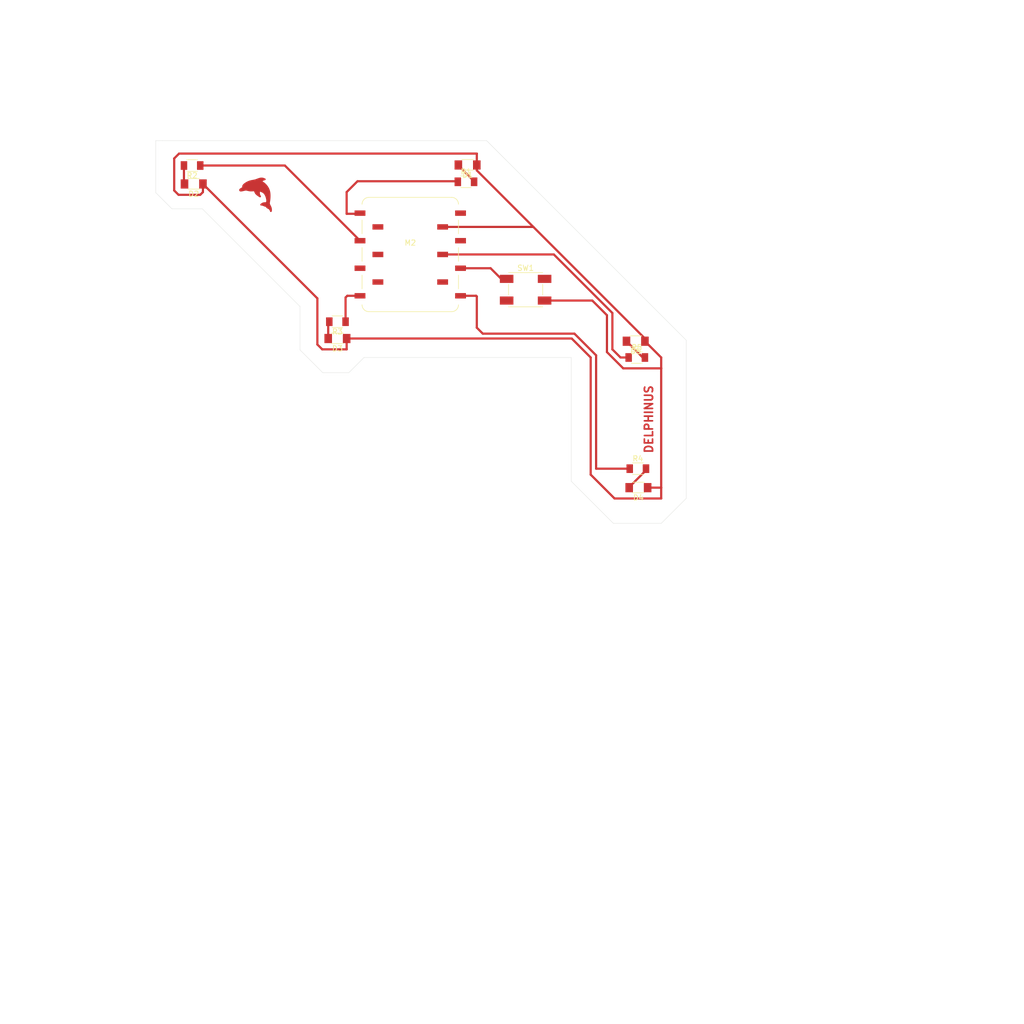
<source format=kicad_pcb>
(kicad_pcb
	(version 20241229)
	(generator "pcbnew")
	(generator_version "9.0")
	(general
		(thickness 1.6)
		(legacy_teardrops no)
	)
	(paper "A4")
	(layers
		(0 "F.Cu" signal)
		(2 "B.Cu" signal)
		(9 "F.Adhes" user "F.Adhesive")
		(11 "B.Adhes" user "B.Adhesive")
		(13 "F.Paste" user)
		(15 "B.Paste" user)
		(5 "F.SilkS" user "F.Silkscreen")
		(7 "B.SilkS" user "B.Silkscreen")
		(1 "F.Mask" user)
		(3 "B.Mask" user)
		(17 "Dwgs.User" user "User.Drawings")
		(19 "Cmts.User" user "User.Comments")
		(21 "Eco1.User" user "User.Eco1")
		(23 "Eco2.User" user "User.Eco2")
		(25 "Edge.Cuts" user)
		(27 "Margin" user)
		(31 "F.CrtYd" user "F.Courtyard")
		(29 "B.CrtYd" user "B.Courtyard")
		(35 "F.Fab" user)
		(33 "B.Fab" user)
		(39 "User.1" user)
		(41 "User.2" user)
		(43 "User.3" user)
		(45 "User.4" user)
	)
	(setup
		(stackup
			(layer "F.SilkS"
				(type "Top Silk Screen")
			)
			(layer "F.Paste"
				(type "Top Solder Paste")
			)
			(layer "F.Mask"
				(type "Top Solder Mask")
				(thickness 0.01)
			)
			(layer "F.Cu"
				(type "copper")
				(thickness 0.035)
			)
			(layer "dielectric 1"
				(type "core")
				(thickness 1.51)
				(material "FR4")
				(epsilon_r 4.5)
				(loss_tangent 0.02)
			)
			(layer "B.Cu"
				(type "copper")
				(thickness 0.035)
			)
			(layer "B.Mask"
				(type "Bottom Solder Mask")
				(thickness 0.01)
			)
			(layer "B.Paste"
				(type "Bottom Solder Paste")
			)
			(layer "B.SilkS"
				(type "Bottom Silk Screen")
			)
			(copper_finish "None")
			(dielectric_constraints no)
		)
		(pad_to_mask_clearance 0)
		(allow_soldermask_bridges_in_footprints no)
		(tenting front back)
		(pcbplotparams
			(layerselection 0x00000000_00000000_55555555_55555551)
			(plot_on_all_layers_selection 0x00000000_00000000_00000000_02000000)
			(disableapertmacros no)
			(usegerberextensions no)
			(usegerberattributes yes)
			(usegerberadvancedattributes yes)
			(creategerberjobfile yes)
			(dashed_line_dash_ratio 12.000000)
			(dashed_line_gap_ratio 3.000000)
			(svgprecision 4)
			(plotframeref no)
			(mode 1)
			(useauxorigin no)
			(hpglpennumber 1)
			(hpglpenspeed 20)
			(hpglpendiameter 15.000000)
			(pdf_front_fp_property_popups yes)
			(pdf_back_fp_property_popups yes)
			(pdf_metadata yes)
			(pdf_single_document no)
			(dxfpolygonmode yes)
			(dxfimperialunits no)
			(dxfusepcbnewfont yes)
			(psnegative no)
			(psa4output no)
			(plot_black_and_white yes)
			(sketchpadsonfab no)
			(plotpadnumbers no)
			(hidednponfab no)
			(sketchdnponfab yes)
			(crossoutdnponfab yes)
			(subtractmaskfromsilk no)
			(outputformat 3)
			(mirror no)
			(drillshape 0)
			(scaleselection 1)
			(outputdirectory "")
		)
	)
	(net 0 "")
	(net 1 "VCC")
	(net 2 "GND")
	(net 3 "Net-(D1-A)")
	(net 4 "Net-(D2-A)")
	(net 5 "Net-(D3-A)")
	(net 6 "Net-(D4-A)")
	(net 7 "Net-(D5-A)")
	(net 8 "BUTTON")
	(net 9 "BLUE LED 2")
	(net 10 "BLUE LED 5")
	(net 11 "unconnected-(M2-5V-Pad14)")
	(net 12 "BLUE LED 3")
	(net 13 "unconnected-(M2-D5-Pad6)")
	(net 14 "BLUE LED 4")
	(net 15 "BLUE LED 1")
	(net 16 "unconnected-(M2-D8-Pad9)")
	(net 17 "unconnected-(M2-D1-Pad2)")
	(net 18 "unconnected-(M2-D4-Pad5)")
	(net 19 "unconnected-(M2-D3-Pad4)")
	(footprint "PCM_fab:R_1206" (layer "F.Cu") (at 127.5 74))
	(footprint "PCM_fab:R_1206" (layer "F.Cu") (at 72.3 67.4 180))
	(footprint "PCM_fab:LED_1206" (layer "F.Cu") (at 127.8 98 180))
	(footprint "PCM_fab:R_1206" (layer "F.Cu") (at 127.7 94.5))
	(footprint "PCM_fab:LED_1206" (layer "F.Cu") (at 96.3 38.5 180))
	(footprint "PCM_fab:Module_XIAO_Generic_SocketSMD" (layer "F.Cu") (at 85.73 55))
	(footprint "PCM_fab:LED_1206" (layer "F.Cu") (at 45.8 42 180))
	(footprint "PCM_fab:R_1206" (layer "F.Cu") (at 45.5 38.6 180))
	(footprint "PCM_fab:Button_Omron_B3SN_6.0x6.0mm" (layer "F.Cu") (at 107 61.5))
	(footprint "PCM_fab:LED_1206" (layer "F.Cu") (at 127.3 71 180))
	(footprint "PCM_fab:LED_1206" (layer "F.Cu") (at 72.3 70.5 180))
	(footprint "PCM_fab:R_1206" (layer "F.Cu") (at 96 41.6))
	(gr_poly
		(pts
			(xy 58.36788 40.826903) (xy 58.436218 40.832285) (xy 58.501843 40.840661) (xy 58.56448 40.851548)
			(xy 58.623858 40.86446) (xy 58.679702 40.878911) (xy 58.731741 40.894417) (xy 58.7797 40.910492)
			(xy 58.862292 40.942412) (xy 58.925292 40.97079) (xy 58.983788 41.001395) (xy 58.989714 41.00505)
			(xy 58.995491 41.008923) (xy 59.001112 41.013007) (xy 59.00657 41.017293) (xy 59.01186 41.021773)
			(xy 59.016973 41.026439) (xy 59.021903 41.031284) (xy 59.026644 41.036299) (xy 59.031189 41.041475)
			(xy 59.035531 41.046806) (xy 59.039664 41.052283) (xy 59.04358 41.057898) (xy 59.047273 41.063643)
			(xy 59.050736 41.06951) (xy 59.053962 41.075491) (xy 59.056945 41.081578) (xy 59.059678 41.087762)
			(xy 59.062155 41.094037) (xy 59.064368 41.100393) (xy 59.06631 41.106823) (xy 59.067976 41.113319)
			(xy 59.069358 41.119872) (xy 59.07045 41.126475) (xy 59.071244 41.13312) (xy 59.071735 41.139798)
			(xy 59.071915 41.146502) (xy 59.071777 41.153223) (xy 59.071316 41.159954) (xy 59.070524 41.166686)
			(xy 59.069394 41.173412) (xy 59.06792 41.180123) (xy 59.066095 41.186812) (xy 59.061851 41.199403)
			(xy 59.056847 41.211439) (xy 59.051108 41.222886) (xy 59.047972 41.228377) (xy 59.044661 41.233706)
			(xy 59.041179 41.238871) (xy 59.037529 41.243866) (xy 59.033715 41.248687) (xy 59.029739 41.253328)
			(xy 59.025605 41.257787) (xy 59.021316 41.262058) (xy 59.016874 41.266138) (xy 59.012284 41.27002)
			(xy 59.007548 41.273702) (xy 59.00267 41.277178) (xy 58.997651 41.280445) (xy 58.992497 41.283497)
			(xy 58.98721 41.28633) (xy 58.981792 41.288941) (xy 58.976248 41.291323) (xy 58.97058 41.293474)
			(xy 58.964792 41.295388) (xy 58.958886 41.29706) (xy 58.952866 41.298488) (xy 58.946735 41.299665)
			(xy 58.940496 41.300588) (xy 58.934153 41.301253) (xy 58.927707 41.301654) (xy 58.921164 41.301787)
			(xy 58.919317 41.301782) (xy 58.918384 41.301769) (xy 58.917439 41.301744) (xy 58.907537 41.30428)
			(xy 58.892263 41.308659) (xy 58.871069 41.315318) (xy 58.843406 41.324695) (xy 58.808728 41.337228)
			(xy 58.788587 41.344814) (xy 58.766486 41.353354) (xy 58.742358 41.362901) (xy 58.716134 41.37351)
			(xy 58.687745 41.385237) (xy 58.657123 41.398135) (xy 58.643307 41.404176) (xy 58.62977 41.410425)
			(xy 58.616515 41.416864) (xy 58.603544 41.423477) (xy 58.578462 41.437157) (xy 58.554543 41.451329)
			(xy 58.531803 41.465858) (xy 58.510262 41.480607) (xy 58.489936 41.495441) (xy 58.470844 41.510225)
			(xy 58.557568 41.564722) (xy 58.605822 41.595452) (xy 58.656972 41.628345) (xy 58.735027 41.681664)
			(xy 58.79071 41.722662) (xy 58.855543 41.773195) (xy 58.928061 41.833248) (xy 59.006801 41.902804)
			(xy 59.090296 41.981845) (xy 59.177084 42.070354) (xy 59.265698 42.168316) (xy 59.354674 42.275712)
			(xy 59.39884 42.332943) (xy 59.442548 42.392526) (xy 59.485614 42.45446) (xy 59.527855 42.518742)
			(xy 59.569087 42.58537) (xy 59.609129 42.654342) (xy 59.647797 42.725655) (xy 59.684907 42.799309)
			(xy 59.720278 42.8753) (xy 59.753724 42.953626) (xy 59.785065 43.034286) (xy 59.814115 43.117278)
			(xy 59.847828 43.227843) (xy 59.877336 43.343075) (xy 59.902637 43.462941) (xy 59.923733 43.58741)
			(xy 59.940621 43.716449) (xy 59.953302 43.850028) (xy 59.961775 43.988115) (xy 59.96604 44.130677)
			(xy 59.966095 44.277683) (xy 59.961941 44.429101) (xy 59.953578 44.584899) (xy 59.941004 44.745046)
			(xy 59.924219 44.90951) (xy 59.903222 45.078259) (xy 59.878013 45.251261) (xy 59.848593 45.428484)
			(xy 59.843278 45.466215) (xy 59.840642 45.503161) (xy 59.840528 45.539417) (xy 59.842777 45.575075)
			(xy 59.847233 45.610229) (xy 59.853738 45.644972) (xy 59.862133 45.679397) (xy 59.872263 45.713598)
			(xy 59.883968 45.747667) (xy 59.897092 45.781699) (xy 59.911476 45.815786) (xy 59.926964 45.850021)
			(xy 59.960619 45.91931) (xy 59.996797 45.990312) (xy 60.042307 46.079964) (xy 60.064642 46.12579)
			(xy 60.086318 46.172515) (xy 60.107049 46.220317) (xy 60.12655 46.269371) (xy 60.135751 46.294422)
			(xy 60.144536 46.319852) (xy 60.152872 46.345682) (xy 60.160722 46.371935) (xy 60.179706 46.444491)
			(xy 60.194441 46.513945) (xy 60.205326 46.580129) (xy 60.212762 46.642874) (xy 60.21715 46.702011)
			(xy 60.21889 46.757371) (xy 60.218383 46.808786) (xy 60.216029 46.856087) (xy 60.21223 46.899104)
			(xy 60.207385 46.93767) (xy 60.19616 47.00077) (xy 60.18556 47.044036) (xy 60.17879 47.066118) (xy 60.176574 47.072198)
			(xy 60.174134 47.078144) (xy 60.171477 47.083952) (xy 60.168607 47.089618) (xy 60.16553 47.095138)
			(xy 60.162253 47.100509) (xy 60.158782 47.105726) (xy 60.155122 47.110786) (xy 60.151279 47.115685)
			(xy 60.147259 47.120419) (xy 60.143069 47.124984) (xy 60.138713 47.129376) (xy 60.134198 47.133592)
			(xy 60.12953 47.137628) (xy 60.124714 47.141479) (xy 60.119757 47.145141) (xy 60.114664 47.148612)
			(xy 60.109441 47.151887) (xy 60.104095 47.154962) (xy 60.09863 47.157833) (xy 60.093053 47.160497)
			(xy 60.087371 47.16295) (xy 60.081588 47.165187) (xy 60.07571 47.167205) (xy 60.069744 47.169001)
			(xy 60.063695 47.170569) (xy 60.05757 47.171907) (xy 60.051374 47.17301) (xy 60.045113 47.173875)
			(xy 60.038792 47.174497) (xy 60.032419 47.174873) (xy 60.025998 47.175) (xy 60.024138 47.174991)
			(xy 60.022273 47.174962) (xy 60.020408 47.174909) (xy 60.018547 47.174828) (xy 60.011861 47.174385)
			(xy 60.005242 47.173671) (xy 59.998699 47.17269) (xy 59.992236 47.171447) (xy 59.985859 47.169948)
			(xy 59.979576 47.168198) (xy 59.967313 47.163965) (xy 59.955495 47.158788) (xy 59.944171 47.152708)
			(xy 59.93339 47.145768) (xy 59.923201 47.138008) (xy 59.913653 47.129469) (xy 59.904795 47.120192)
			(xy 59.896676 47.110219) (xy 59.889345 47.099591) (xy 59.882851 47.088348) (xy 59.877242 47.076532)
			(xy 59.874786 47.070422) (xy 59.872569 47.064184) (xy 59.870598 47.057824) (xy 59.868879 47.051345)
			(xy 59.866618 47.042955) (xy 59.859807 47.020549) (xy 59.854537 47.004773) (xy 59.84794 46.986312)
			(xy 59.839952 46.965438) (xy 59.830511 46.942426) (xy 59.819554 46.917548) (xy 59.807017 46.891077)
			(xy 59.792838 46.863286) (xy 59.776953 46.834447) (xy 59.759299 46.804835) (xy 59.739812 46.774722)
			(xy 59.729362 46.759563) (xy 59.718431 46.744381) (xy 59.70701 46.72921) (xy 59.695091 46.714084)
			(xy 59.685628 46.702927) (xy 59.67581 46.692448) (xy 59.665635 46.682589) (xy 59.655099 46.673293)
			(xy 59.644199 46.664502) (xy 59.632932 46.656159) (xy 59.621295 46.648205) (xy 59.609285 46.640583)
			(xy 59.596898 46.633236) (xy 59.584131 46.626105) (xy 59.570981 46.619133) (xy 59.557446 46.612262)
			(xy 59.529204 46.598594) (xy 59.499381 46.584638) (xy 59.448001 46.560389) (xy 59.421361 46.547164)
			(xy 59.394246 46.532929) (xy 59.366777 46.517477) (xy 59.352946 46.509231) (xy 59.339071 46.500603)
			(xy 59.325167 46.491568) (xy 59.311248 46.482099) (xy 59.29733 46.472171) (xy 59.283427 46.461758)
			(xy 59.265737 46.447614) (xy 59.248944 46.433066) (xy 59.233025 46.418166) (xy 59.217958 46.402964)
			(xy 59.203719 46.387511) (xy 59.190287 46.371856) (xy 59.177638 46.35605) (xy 59.165749 46.340144)
			(xy 59.154598 46.324189) (xy 59.144163 46.308233) (xy 59.13442 46.292329) (xy 59.125346 46.276525)
			(xy 59.11692 46.260874) (xy 59.109118 46.245424) (xy 59.101918 46.230227) (xy 59.095297 46.215333)
			(xy 59.084355 46.215429) (xy 59.073288 46.21532) (xy 59.062125 46.215008) (xy 59.050894 46.214501)
			(xy 59.039624 46.213803) (xy 59.028343 46.212919) (xy 59.017079 46.211855) (xy 59.005862 46.210616)
			(xy 58.988814 46.208264) (xy 58.972047 46.205294) (xy 58.955535 46.201744) (xy 58.939252 46.197652)
			(xy 58.923172 46.193055) (xy 58.90727 46.187991) (xy 58.891518 46.182498) (xy 58.875892 46.176613)
			(xy 58.844913 46.163816) (xy 58.814124 46.149904) (xy 58.783317 46.135175) (xy 58.752287 46.119932)
			(xy 58.712826 46.100592) (xy 58.692646 46.090939) (xy 58.672058 46.081371) (xy 58.650981 46.071943)
			(xy 58.629335 46.062711) (xy 58.607039 46.05373) (xy 58.584012 46.045055) (xy 58.561241 46.03737)
			(xy 58.537213 46.030306) (xy 58.512203 46.023844) (xy 58.486486 46.017961) (xy 58.434034 46.007849)
			(xy 58.382059 45.999801) (xy 58.332761 45.993648) (xy 58.288343 45.989221) (xy 58.251007 45.986349)
			(xy 58.222955 45.984864) (xy 58.211288 45.984025) (xy 58.199821 45.982364) (xy 58.188588 45.979906)
			(xy 58.177626 45.976674) (xy 58.166968 45.972694) (xy 58.156652 45.967989) (xy 58.146713 45.962585)
			(xy 58.137186 45.956505) (xy 58.128107 45.949775) (xy 58.11951 45.942418) (xy 58.111433 45.934459)
			(xy 58.10391 45.925923) (xy 58.096976 45.916834) (xy 58.090668 45.907216) (xy 58.085021 45.897094)
			(xy 58.08007 45.886492) (xy 58.075895 45.875569) (xy 58.07255 45.864477) (xy 58.070026 45.85326)
			(xy 58.068316 45.841961) (xy 58.067414 45.830621) (xy 58.067312 45.819284) (xy 58.068003 45.807992)
			(xy 58.06948 45.796788) (xy 58.071736 45.785714) (xy 58.074763 45.774812) (xy 58.078555 45.764126)
			(xy 58.083104 45.753698) (xy 58.088404 45.743571) (xy 58.094447 45.733787) (xy 58.101225 45.724388)
			(xy 58.108733 45.715418) (xy 58.117195 45.706344) (xy 58.134185 45.689258) (xy 58.14585 45.678109)
			(xy 58.159612 45.665433) (xy 58.17546 45.651391) (xy 58.193382 45.636142) (xy 58.213367 45.619845)
			(xy 58.235403 45.602658) (xy 58.259479 45.584741) (xy 58.285583 45.566253) (xy 58.313704 45.547353)
			(xy 58.34383 45.5282) (xy 58.359642 45.518579) (xy 58.37595 45.508954) (xy 58.392754 45.499346) (xy 58.410051 45.489773)
			(xy 58.449455 45.469398) (xy 58.48839 45.451365) (xy 58.526943 45.435534) (xy 58.565201 45.421761)
			(xy 58.603252 45.409906) (xy 58.641182 45.399826) (xy 58.679078 45.391379) (xy 58.717028 45.384424)
			(xy 58.755119 45.378819) (xy 58.793438 45.374421) (xy 58.832072 45.371089) (xy 58.871108 45.368681)
			(xy 58.950736 45.36607) (xy 59.033017 45.365452) (xy 59.051133 45.365399) (xy 59.067125 45.365029)
			(xy 59.074382 45.364627) (xy 59.081179 45.364026) (xy 59.087539 45.363188) (xy 59.093484 45.362073)
			(xy 59.099039 45.360641) (xy 59.104227 45.358852) (xy 59.109072 45.356668) (xy 59.113596 45.354048)
			(xy 59.117823 45.350953) (xy 59.121777 45.347343) (xy 59.125481 45.343178) (xy 59.128959 45.33842)
			(xy 59.132233 45.333028) (xy 59.135328 45.326963) (xy 59.138267 45.320185) (xy 59.141073 45.312655)
			(xy 59.143769 45.304333) (xy 59.146379 45.29518) (xy 59.148927 45.285155) (xy 59.151436 45.274219)
			(xy 59.15643 45.249458) (xy 59.161548 45.220578) (xy 59.166979 45.187264) (xy 59.172909 45.149197)
			(xy 59.177127 45.105457) (xy 59.177766 45.052699) (xy 59.174799 44.991872) (xy 59.168195 44.923924)
			(xy 59.157925 44.849802) (xy 59.143958 44.770453) (xy 59.126266 44.686826) (xy 59.104818 44.599867)
			(xy 59.079585 44.510525) (xy 59.050537 44.419747) (xy 59.017645 44.328481) (xy 58.980878 44.237673)
			(xy 58.940207 44.148273) (xy 58.895603 44.061227) (xy 58.847035 43.977483) (xy 58.794475 43.897988)
			(xy 58.775946 43.872923) (xy 58.756422 43.848595) (xy 58.735963 43.824994) (xy 58.714632 43.802112)
			(xy 58.669595 43.758472) (xy 58.621799 43.717603) (xy 58.571734 43.679437) (xy 58.51989 43.643904)
			(xy 58.466755 43.610933) (xy 58.412819 43.580457) (xy 58.358572 43.552404) (xy 58.304501 43.526706)
			(xy 58.251097 43.503292) (xy 58.198849 43.482094) (xy 58.148246 43.463041) (xy 58.099778 43.446064)
			(xy 58.011201 43.418058) (xy 58.008152 43.471643) (xy 58.005255 43.533306) (xy 58.002628 43.603355)
			(xy 58.000391 43.6821) (xy 58.001176 43.733969) (xy 58.00571 43.784802) (xy 58.013472 43.834284)
			(xy 58.02394 43.8821) (xy 58.036591 43.927934) (xy 58.050905 43.97147) (xy 58.066358 44.012394) (xy 58.082429 44.050389)
			(xy 58.098595 44.085141) (xy 58.114336 44.116334) (xy 58.142451 44.16678) (xy 58.170604 44.211086)
			(xy 58.174558 44.216772) (xy 58.17824 44.222578) (xy 58.181651 44.228495) (xy 58.18479 44.234516)
			(xy 58.190255 44.246831) (xy 58.194638 44.259454) (xy 58.197942 44.272317) (xy 58.200169 44.285349)
			(xy 58.201321 44.298483) (xy 58.201401 44.31165) (xy 58.200412 44.324779) (xy 58.198355 44.337803)
			(xy 58.195232 44.350651) (xy 58.191048 44.363256) (xy 58.185803 44.375548) (xy 58.179501 44.387457)
			(xy 58.175954 44.393247) (xy 58.172144 44.398916) (xy 58.16807 44.404455) (xy 58.163734 44.409855)
			(xy 58.159172 44.41507) (xy 58.154428 44.42005) (xy 58.14951 44.424792) (xy 58.144427 44.429296)
			(xy 58.139187 44.43356) (xy 58.133798 44.437581) (xy 58.12827 44.441358) (xy 58.122609 44.444889)
			(xy 58.116826 44.448172) (xy 58.110927 44.451206) (xy 58.104923 44.453989) (xy 58.09882 44.456519)
			(xy 58.092628 44.458794) (xy 58.086355 44.460812) (xy 58.080009 44.462572) (xy 58.073599 44.464072)
			(xy 58.067133 44.46531) (xy 58.06062 44.466284) (xy 58.054068 44.466993) (xy 58.047485 44.467435)
			(xy 58.040881 44.467608) (xy 58.034263 44.46751) (xy 58.027639 44.467139) (xy 58.021019 44.466494)
			(xy 58.014411 44.465573) (xy 58.007822 44.464374) (xy 58.001262 44.462896) (xy 57.99474 44.461136)
			(xy 57.988262 44.459092) (xy 57.981838 44.456764) (xy 57.975477 44.454149) (xy 57.969186 44.451245)
			(xy 57.953709 44.443413) (xy 57.916706 44.42362) (xy 57.860036 44.391442) (xy 57.824906 44.370576)
			(xy 57.785557 44.346453) (xy 57.74222 44.319021) (xy 57.695129 44.288227) (xy 57.644515 44.254017)
			(xy 57.59061 44.216338) (xy 57.533648 44.175137) (xy 57.47386 44.13036) (xy 57.411479 44.081955)
			(xy 57.346737 44.029869) (xy 57.299981 43.989249) (xy 57.256498 43.946954) (xy 57.21617 43.903276)
			(xy 57.178885 43.858509) (xy 57.144526 43.812948) (xy 57.112978 43.766884) (xy 57.084127 43.720613)
			(xy 57.057857 43.674427) (xy 57.034054 43.62862) (xy 57.012602 43.583486) (xy 56.993386 43.539318)
			(xy 56.976292 43.49641) (xy 56.961203 43.455055) (xy 56.948006 43.415546) (xy 56.926825 43.343245)
			(xy 56.804468 43.353415) (xy 56.659402 43.363087) (xy 56.581165 43.367128) (xy 56.500624 43.370316)
			(xy 56.418904 43.372406) (xy 56.33713 43.373157) (xy 56.296732 43.372554) (xy 56.256237 43.370805)
			(xy 56.215721 43.368004) (xy 56.175259 43.364243) (xy 56.094792 43.354211) (xy 56.015434 43.341449)
			(xy 55.937782 43.326698) (xy 55.862434 43.310697) (xy 55.721034 43.277907) (xy 55.636828 43.258125)
			(xy 55.596872 43.249158) (xy 55.559012 43.241185) (xy 55.523748 43.23449) (xy 55.491577 43.229357)
			(xy 55.463 43.226069) (xy 55.450215 43.225206) (xy 55.438515 43.22491) (xy 55.418672 43.225225) (xy 55.398622 43.226152)
			(xy 55.378312 43.227668) (xy 55.357687 43.229748) (xy 55.336696 43.232366) (xy 55.315284 43.2355)
			(xy 55.270986 43.243212) (xy 55.224367 43.252688) (xy 55.175002 43.263731) (xy 55.066325 43.289731)
			(xy 54.939831 43.320006) (xy 54.869744 43.336007) (xy 54.794617 43.352268) (xy 54.746939 43.36194)
			(xy 54.70274 43.370207) (xy 54.661757 43.377106) (xy 54.623731 43.38267) (xy 54.5884 43.386937) (xy 54.555503 43.389941)
			(xy 54.524779 43.391718) (xy 54.495969 43.392302) (xy 54.477289 43.39213) (xy 54.452338 43.390927)
			(xy 54.437955 43.389617) (xy 54.422537 43.387663) (xy 54.406262 43.384935) (xy 54.389308 43.381306)
			(xy 54.371853 43.376645) (xy 54.354073 43.370825) (xy 54.336148 43.363716) (xy 54.327187 43.359638)
			(xy 54.318255 43.355189) (xy 54.309376 43.350354) (xy 54.300571 43.345117) (xy 54.291863 43.33946)
			(xy 54.283275 43.333369) (xy 54.274827 43.326826) (xy 54.266544 43.319816) (xy 54.258445 43.312324)
			(xy 54.250555 43.304331) (xy 54.241365 43.294039) (xy 54.232823 43.283347) (xy 54.224929 43.272255)
			(xy 54.217685 43.260769) (xy 54.21109 43.24889) (xy 54.205147 43.236621) (xy 54.199856 43.223966)
			(xy 54.195218 43.210926) (xy 54.191234 43.197505) (xy 54.187904 43.183705) (xy 54.185231 43.16953)
			(xy 54.183213 43.154982) (xy 54.181854 43.140063) (xy 54.181153 43.124778) (xy 54.181111 43.109127)
			(xy 54.181729 43.093116) (xy 54.182715 43.081518) (xy 54.184308 43.069985) (xy 54.186518 43.05851)
			(xy 54.189353 43.047083) (xy 54.192824 43.035695) (xy 54.196939 43.024336) (xy 54.201706 43.012998)
			(xy 54.207136 43.001671) (xy 54.213237 42.990346) (xy 54.220018 42.979014) (xy 54.227488 42.967666)
			(xy 54.235656 42.956292) (xy 54.244532 42.944884) (xy 54.254124 42.933432) (xy 54.264441 42.921926)
			(xy 54.275493 42.910359) (xy 54.299836 42.887001) (xy 54.327225 42.863283) (xy 54.357733 42.839133)
			(xy 54.391432 42.814476) (xy 54.428394 42.78924) (xy 54.468691 42.763351) (xy 54.512397 42.736735)
			(xy 54.559583 42.709319) (xy 54.607395 42.682662) (xy 54.653971 42.657626) (xy 54.698319 42.634533)
			(xy 54.739444 42.613703) (xy 54.737716 42.595943) (xy 54.736343 42.577582) (xy 54.735324 42.558622)
			(xy 54.734661 42.539065) (xy 54.734351 42.518911) (xy 54.734396 42.498161) (xy 54.734794 42.476818)
			(xy 54.735546 42.454882) (xy 54.737532 42.428425) (xy 54.741278 42.401798) (xy 54.746772 42.375013)
			(xy 54.754006 42.34808) (xy 54.762968 42.321009) (xy 54.773647 42.29381) (xy 54.786034 42.266495)
			(xy 54.800116 42.239075) (xy 54.815885 42.211558) (xy 54.833328 42.183957) (xy 54.852437 42.156281)
			(xy 54.873199 42.128541) (xy 54.895605 42.100747) (xy 54.919643 42.072911) (xy 54.972577 42.017152)
			(xy 55.031915 41.961348) (xy 55.097573 41.905583) (xy 55.169466 41.849941) (xy 55.24751 41.794507)
			(xy 55.331619 41.739365) (xy 55.42171 41.684598) (xy 55.517697 41.630293) (xy 55.619495 41.576531)
			(xy 55.698084 41.5375) (xy 55.773627 41.502147) (xy 55.846397 41.470214) (xy 55.916667 41.441444)
			(xy 55.984713 41.415578) (xy 56.050806 41.392359) (xy 56.115222 41.37153) (xy 56.178233 41.352833)
			(xy 56.301138 41.320804) (xy 56.42171 41.294212) (xy 56.542139 41.270994) (xy 56.664613 41.249091)
			(xy 56.812166 41.22257) (xy 56.889027 41.207905) (xy 56.968602 41.191721) (xy 57.048787 41.173568)
			(xy 57.123046 41.15434) (xy 57.192341 41.134145) (xy 57.257637 41.113089) (xy 57.319898 41.091279)
			(xy 57.380088 41.068821) (xy 57.498106 41.022391) (xy 57.621369 40.973998) (xy 57.685646 40.9502)
			(xy 57.752685 40.927047) (xy 57.823234 40.904825) (xy 57.898041 40.883816) (xy 57.937275 40.873856)
			(xy 57.977855 40.864306) (xy 58.019873 40.855202) (xy 58.063423 40.846579) (xy 58.092012 40.84154)
			(xy 58.120831 40.837166) (xy 58.149852 40.833458) (xy 58.17905 40.83042) (xy 58.2084 40.828052) (xy 58.237875 40.826359)
			(xy 58.26745 40.825341) (xy 58.2971 40.825001)
		)
		(stroke
			(width 0)
			(type solid)
		)
		(fill yes)
		(layer "F.Cu")
		(uuid "ff14b352-e9ba-4e4a-b431-5e5e176e4cee")
	)
	(gr_line
		(start 69.6 76.8)
		(end 65.4 72.6)
		(stroke
			(width 0.05)
			(type default)
		)
		(layer "Edge.Cuts")
		(uuid "0137b86d-d488-40ee-88d2-38811cd745ee")
	)
	(gr_line
		(start 77.2 74)
		(end 74.4 76.8)
		(stroke
			(width 0.05)
			(type default)
		)
		(layer "Edge.Cuts")
		(uuid "06c0925d-588a-4aea-a9d8-aea3c03cc1e3")
	)
	(gr_line
		(start 47.4 46.6)
		(end 41.8 46.6)
		(stroke
			(width 0.05)
			(type default)
		)
		(layer "Edge.Cuts")
		(uuid "0b1412e5-07ac-4a0e-975b-36fecae19b0c")
	)
	(gr_line
		(start 41.8 46.6)
		(end 38.8 43.6)
		(stroke
			(width 0.05)
			(type default)
		)
		(layer "Edge.Cuts")
		(uuid "0bfc99f0-32ab-42f3-a00f-480bc9741594")
	)
	(gr_line
		(start 40 34)
		(end 99.8 34)
		(stroke
			(width 0.05)
			(type default)
		)
		(layer "Edge.Cuts")
		(uuid "131538d7-59f4-4ab1-b8f9-2c3e08732848")
	)
	(gr_line
		(start 123.2 104.6)
		(end 115.4 96.8)
		(stroke
			(width 0.05)
			(type default)
		)
		(layer "Edge.Cuts")
		(uuid "1cdd452b-f3df-41de-a02e-0a22bb75b41e")
	)
	(gr_line
		(start 99.8 34)
		(end 136.6 70.8)
		(stroke
			(width 0.05)
			(type default)
		)
		(layer "Edge.Cuts")
		(uuid "3fd68cfa-8f4f-46e9-bf5f-60716a4bc097")
	)
	(gr_line
		(start 132 104.6)
		(end 123.2 104.6)
		(stroke
			(width 0.05)
			(type default)
		)
		(layer "Edge.Cuts")
		(uuid "4dd302dc-c836-433b-8315-b9a289c9667b")
	)
	(gr_line
		(start 65.4 72.6)
		(end 65.4 64.6)
		(stroke
			(width 0.05)
			(type default)
		)
		(layer "Edge.Cuts")
		(uuid "56ff0b9a-0a41-4fba-aec4-ec5923311fdd")
	)
	(gr_line
		(start 74.4 76.8)
		(end 69.6 76.8)
		(stroke
			(width 0.05)
			(type default)
		)
		(layer "Edge.Cuts")
		(uuid "61491b29-f09a-4b0f-8513-f35d7e3c291f")
	)
	(gr_line
		(start 115.4 96.8)
		(end 115.4 74)
		(stroke
			(width 0.05)
			(type default)
		)
		(layer "Edge.Cuts")
		(uuid "77bbc9f8-ac60-446d-8493-a930ffe364a9")
	)
	(gr_line
		(start 136.6 70.8)
		(end 136.6 100)
		(stroke
			(width 0.05)
			(type default)
		)
		(layer "Edge.Cuts")
		(uuid "82783d9b-0c2a-4b6a-b197-77a6564bb478")
	)
	(gr_line
		(start 136.6 100)
		(end 132 104.6)
		(stroke
			(width 0.05)
			(type default)
		)
		(layer "Edge.Cuts")
		(uuid "a73785c6-a669-45bf-ae08-4878dd9543ed")
	)
	(gr_line
		(start 115.4 74)
		(end 77.2 74)
		(stroke
			(width 0.05)
			(type default)
		)
		(layer "Edge.Cuts")
		(uuid "cd733591-598a-4e7c-b0ff-0e9214dbc4af")
	)
	(gr_line
		(start 38.8 43.6)
		(end 38.8 34)
		(stroke
			(width 0.05)
			(type default)
		)
		(layer "Edge.Cuts")
		(uuid "dd329fff-a167-484e-bb7a-1d98506933b1")
	)
	(gr_line
		(start 38.8 34)
		(end 40 34)
		(stroke
			(width 0.05)
			(type default)
		)
		(layer "Edge.Cuts")
		(uuid "ebf09c93-4e5c-450b-919b-7abf0e3ca35d")
	)
	(gr_line
		(start 65.4 64.6)
		(end 47.4 46.6)
		(stroke
			(width 0.05)
			(type default)
		)
		(layer "Edge.Cuts")
		(uuid "f176433d-989d-4a6b-940e-91ab5b12f841")
	)
	(image
		(at 104.500001 102.500001)
		(layer "F.Cu")
		(scale 0.52787)
		(locked yes)
		(data "iVBORw0KGgoAAAANSUhEUgAAA+gAAAPoCAYAAABNo9TkAAAACXBIWXMAAAsTAAALEwEAmpwYAAQg"
			"D0lEQVR4nOz92bckSX7fiX3MfImIe2/ezJuZlVmZlbV1V9fWW/WCpRuNxkY2CZIACK4zOhpR0oOO"
			"pDc96H/Qix7nQXoYHc05FOeIEkfgkByQIEgCIBoAG42tu6trr+racs+8e0T4YqYHd3M393CP7cZ+"
			"/ZsnMuL6am5ubv77/lbReeJzaCaFmHiPxWOSq0q3zS5LfwrcQMvhuwmV/lClFbJmuZ6wXQMnxDRS"
			"a134u7ydYETba0+RtFmpctvHQX5tUq7DGJkjNGD6UJ/lnoMQ9j1vMB8kfatF+n2m5xSy53TUViJ/"
			"Tirvrygt03XPVT4XlHcZen7Gmc1VxZYib8vAPKgLy/OZpHpOEulx6tqhJrmgOUDoYtu0KN5XrXXl"
			"vcvvbfnKxMB9rH22xTTz8MrhBHgXeBN4HfgR8Ha67GiJ7Wqw4jDPheM4OI6DEAKtNUop4jjO1tvz"
			"aIPVgNYahEAIgVIKCUiS3+Z+mXUqjnF8D+k4KK0RUhKcnOJKhxs3bvD5z3+ep556CoC333mHH/zw"
			"B5ycnACgJrz1ZqYV6fnjOEZKSRzHbHW2cKVESMHx6Wlhbp90jDVjssFZ4QohBsQHDRmpqBYbhglM"
			"qzIo69pR1XZhr/JB3JjkTHpAaDYPtDm2Liw/K8rCnHlpFc811ZGtY0K5D0cTxFW59ysCM0GXJ2qt"
			"s2es6bFVgSG3ZbKYkkwBUyn9Rtzh2SldJifnMG4r65R9uua3mU9lsnRE3636MzDL9uXzqhjv3msJ"
			"6Mlv7GphG/hS+injPglZf4uEuP8QeAd4H4gX1cAGDRo0aNBgleBWLUxkiEGrRiYi6GH2pbo1qyKG"
			"DWuHBvjs2IfSwra6D67WItWimXWpsDU1ia5vuxCC3OJfrTAY6/hapNZD09biORor7rgY0k9CZM9Q"
			"QZvLoEXV/rvp/0WjrKScROk35hkqlG1DMUIHV2dgH8bvqmakOttvYa/CSjOC6+a3Ok+f4VjF0T71"
			"7G3urc7/rrO+F3ec8oTrgSfSzzcr1n1AQtzfILG8/5iEzN9eVOMaNGjQoEGDZaCSoNchkxPqrO4w"
			"hLyvjdX9pfzvMSzGmTwqKt0RE5JVPkf5uIZYj2dpz4V4aZ3DHHewL235r0gAVcV+It3BKB+0tf14"
			"omkmh05KPjYJZ2AWUsrUQ15lnalTd/lN7kHblb+snFgmzGNQ612+0LuSEuMar526tpQ3H2WQrbCH"
			"TwFRsXOpnavIwKdAWXlWHLulazadXz+gGiR4Lv18p7S8B7xHQtgNeX+DxPJ+uLjmNWjQoEGDBvPB"
			"RAR9GEaS9/VxmX911AbVRHXYNZRj0s011ditDNGfQAhP2pS61uNUtqKK8CRxQnYMqUAIydmcr/VZ"
			"w67XHroki4/cPv1IQFUoNhTJvZJCINLYrk2CECKLM3ScZPyenp4uuVU56p7YYRhn29l5RYznrD4p"
			"Jj+aHvJXfsRyXHd9A5Y/kahBXWUlJlMoJUrQ8e7/8vtgxdAmeU9XvasfkRB1Q9xfJ4l9fx8IF9XA"
			"Bg0aNGjQ4CyYGUEfhjVzmX912HnrkwEVLdPJCvs4VTapqmsYJoyVhXDFdP0w4hwCRIXAXxYmG3fr"
			"6VHXd4aoG3d3KeXAttV+EusPkzzGfJZvRbfdtqH+uTnbHLWMa7R1f4vgwMKaTsYbv6l3UKKamlu7"
			"xkUeSz+IsyhZmjl05rgM/HT6KeNjEpf5H5PEuxuX+U8W1roGDRo0aNBgDCyEoNdhRV3mXxm6VqQU"
			"SifCe1m4zpO1kUmieRbIJK47N4DWXMNQ18eqnhJD1k8hQA6JrR9FJhqBM4Ehl5OSaa01pFlMDVEt"
			"rIfK52XdYfpruuoB80bqer9gophMEaJ41qFserpRocUsSXq1r4E9nVS3ss5HYT3mk6o5trisfNVV"
			"vVBX/WP4eRqMjVvp55dLywMSl3mTZd52md9fYPsaNGjQoEEDYMkEfRiW6DL/fPViQ7XGcyWtE6Ty"
			"RaOSKk2CUW2qOkfdeQUgrYZW+DzUkHcw111xVGErJjYb5r7rmjE6KRmqUopUK4Zmh2VYr+3yK8u3"
			"ng9CICYi6cnWM76GBcYtT3emoneQzDWt1jZ18870Z1012GWEclRNjHq4ed5OUWgdsyHpM4UPvJx+"
			"fqO0bp9ql/n3SIh9gwYNGjRoMHOsLEEfhjm6zO8Ce9WrjeXc/rvcgnSJLZRp2/1dQMH9vao9kwle"
			"RUFNp1b6PNY9schWt7PIFO0o6DqUEjsV6sQb8l4XGmCIF9gWonKW8k3AKPI8MuJUa+I4xnGc8bI8"
			"j3HOSWGs98aiPU/iXJWpfhUJiNACgUBNUJtaDJ2JRvVj6nmTWfBHoUrpNty7Jttzplb0Kgxrx6Sh"
			"A6uN8Z4PDUKn+f7KuUnS30OUMQ1JXxguAV9PP2V8QuIib1zm3yQh8h8vqnENGjRo0GAz4dbHVK8f"
			"ZuAy/+LgQXWNnFh9lFF9J4QskdRxE8hRWl88X33iujSmvORSXyfbTeI8XXbhFIg0/n58wbEqpl3K"
			"YUqC9UCd4iG3qqfXXdFVNikuW+KqLXOzt6Cbc5sY+EUQgqp+Wh5sgpQ/R7N0c68j77O1ug+zXI8I"
			"jZlhK4aj+kzLHgGTYpr3ZlnBmh+LCo3JpAEzDeaMp9LPL5aWhyRJ6WyX+bfSz6MFtq9BgwYNGqwp"
			"Ki3ow4TjjSXvyTW/OmjrrA2atLapiaq03L3zftOmDLY5c6lPq1w9J7Gg1gi7A5bPOks3gBr7Phe9"
			"BShGAdSivh78uo4vGzqlcWakFe6uENnagZXWWNFao5RCWrHotjLGpAcU1nGzw5yR3BoLtq0o2QQX"
			"+olQuFzr2UUgdDLIDVmftdf5IHG3QktmerIiOcwPbcaZrGnPKIw1CYxxmHWj6AuErrCwF5SwTd8t"
			"ER6Jsv9F4NdK6w5JXObfAn5IQt7fBt4FugtsY4MGDRo0WGFM7OK+seQ9afurg3wpFzYrrWfT1rQ1"
			"ru9CZYnl6hPHTd+v+T0pWrYTJYG5Nvs7bd40BMo6jGB2hHHdYHwhyuPFxOPW9kfaZdKR2a1aZmZz"
			"O5bettzPwpq+NnPFEJKY8+UZEdJx2zP3OHQz36X3PKsZqMZrQiGsxzpmbVjP+cUkz1Exv4dI53Cz"
			"wMwZ9ljUZLNRo+xYFewCX00/ZdwmIetvkpD3N0iI/AeLalyDBg0aNFgNzDQGfQPIeyGDe04yTey1"
			"tmxp0wo8ZQEqh13LvHLPsfrQjo8d5W6vK855dpJe9lGoJnTjxqGeQ9R0xahY9lk9YWXL+byVA+Wk"
			"equBUaEmeqytZomFcPMChngHWRdcbpNOPQ1Ke+SdNCZZXKXRMC+Mq+wqh7bU72KX3rQVJeehN9ce"
			"N9LPt0vLFXmWeeM2b0rE3V9kAxs0aNCgwWKwsCRxdULIihH3l8bdMBNArctSqQwqUmPRoHt7ustQ"
			"WaneGqczC0lpj1qBdzzBb7bEaJJjDbr2r9ZwmBzDrl4J6+6OipxIUVVqre58mSg+o/uZlwesThi3"
			"0Rg3EZx51gf6ZD6EKCHpi2DqZqRWDNQRDgNa6IICMwv1mLhLzgepnGYOrt+nTsm7QC+PBrOGBF5I"
			"P3+7tO6ExD3eEHeTrO7ddF2DBg0aNFhDLD2L+wpZ3R3g2VkcKI8LNkuGuzRX7FlaPlyw0pawLgYy"
			"s9eezNrHKBsmjzatOBqNIFiPTHwWy/U6HWYNN2715tl0HCeLhTex8Q1MHgWDxdzMxVrQq2eNGj1h"
			"LQxZPw96nWkx7F1Xt65I0keMPyukqsFGYRv4Uvop4z55lnk7Wd0HFF3tGjRo0KDBimHpBH0YFkze"
			"rwHtaXa0PTfHs4oCiJJFXJOVcqs0WY1z3DqLiv1tH2/2ErMYKNNm3AjUirkwzwfjhj4M6/lpvRom"
			"kbjKz4/9t7LO7TgOrVYLKSVKJfew221yGSUYzFgx9zOWTjOvs2apNchnpHFmi2wupDCzTXTO7O9M"
			"i2UUh/Zctv5sf/JnvDhv12WAb9AgxRPp55ul5Qr4kISsG+JuXObvLrKBDRo0aNCgGitN0IdhDi7z"
			"Y7u3zwcCiNPfw6KLJxGTx3F9F8WltmTOLOKOi8nFsnNVlFfbBEgr57Uu0Qqw4q0hqz1d1btT9/kU"
			"fVmOb5WuC2km91hrgiii3W7TbreRQhCGIUqpxpK+0bCp9mSYTr04eH4BoCXFrBZJHJEWKpurZln6"
			"bpVQPwfoVOEJk/XuZvZTg4khgefSz3dK67oUXeZfJ0lW9y5wtLAWNmjQoME5h1sXrbauOIPV/ZVh"
			"KyvPNekOI1Fnc6q2lOQJg2YZ/2os3vlvOx3WQOK8sY9Z7/o+Tvm3dULeQ6XcA6SeppoK6p7uU7Yi"
			"LsEvWAoBVuZ413WRUuK6bmJR73SI4pgoDImiKHnm7EzvC2/x8iG1tKJ/9eCNnDnMUymsv2aI7PlP"
			"ryi9vlFP/7T3fmAGG3oggdB5qUZbxajTmPnZ1pJfLeTvuJprNJ5YVjZ9gUgTvetNmGIbzA8d4Avp"
			"5++X1j0gKRH3Bkms+49JiPz75NaFBg0aNGgwA1TXQR+ywzqLPSPI++fHPs5MWlPlyjxODHoFqcvI"
			"wKQWzcmtL9XWKiMElt3brfWWtUef0/C3RFwWVrfnvwfG5py9CuwEcOVzqzhGCJHFnRtreRRFRFFE"
			"HMfE6XeVFX2d54iZYINLWk1vV69Glu9u3C6rbYAd527mqtUeiXXKt1EeRfl+JhmfmUSgqAgtesag"
			"BQInnX/XY4wusqxkg5G4mn5+tmJd2WXeZJy/vbDWNWjQoMEGYfI66DXL1/0VqrV+tWp5bqWus3me"
			"DUVhq3armt82pmnZrGI5J4sNrYuxrs9Gv/nIxoFN3g209WNUF40h3Buh174Hxloep67tdumzOI7R"
			"WhNFUbJNHBfIeblO+7yVC6sKY6/MXI8z3lRWsM1ytpw1ZS4e1UAIq3yXNlcxm3NWP/aj3jSbO8Ym"
			"J6RFr6fck2XQg6f8a50x+wok64UVu/5n0s9fKy3vkZeIsxPVvQUcLrKBDRo0aLBOmFkM+gZY3T9X"
			"tTB7AVa478705SiGC7zV5zprz+YurAkkUiY0IyFpkx5vzPZokfuwWhaveaHcd2tnkamwuGfQ2X8T"
			"d6Mdez4Qhy5lgaiHqTu72cZeV8gvsDoC49KQ3SItS3+LpERa6gI/q9hpbT9Dc03znhPB5Co0Utd5"
			"zYx5RDHK4WDU9QwLBzrfqMsFoHCA9PldwPx7FgzzMli7eXwKmIoaBqPKbq4g2sCr6ec3S+sekbjM"
			"vwX8kIS8v01C6IMFtrFBgwYNVg4LSRK3BuS9BdycdKeh9anHJCpF4T37Y+S5ygTprEJWYvhUKGUL"
			"AOaYcuYCkRAytbaSJ3sqkYtZW9RNfxnLr+M4mUUYElK6dhDZf+mXdQ32GLQs4uZ7WPkm+7tsTTf9"
			"VNVfQoiGpNdCILQAoVJ3YxMekPZvlvQs2XZizIqcVzx3hVKO2fdszmc3Oz/1pMfO3bg3PQYdivN/"
			"xVpG95/lFr+mnksrZD2eG1w3EdFMBQ17Tl4zol6Fy8BPp58yPiYh7m8CP0i/30qXN2jQoMHGY+lZ"
			"3FfEZf4WVAdQT+tAal6eyooxdqQEldSRliLJ9m3qSiulkFIiHad0Ntt90W6RtYXWqYHfvoThcetV"
			"MEJfWQhIrOrZlVUQAQ3p9Ux336oVDIPJ76w9ziBUlrPJ29e9AUJPDutapBmPVsx42dW9Lst+9aEH"
			"t10xl8u1Q7GYWNGzZeh+mfF8Tlb00vHMc66t37N/amqOaLva1+036yiClUBZeTn8WRuwnttzgdYD"
			"vlOrDPudtFHz8wgIIfB9nyiKCvP2OemDW+nnl0vLQ/Is82+QZ5l/h8Qi36BBgwYbgaUT9Dos2Oo+"
			"kMF9UuGlbHMuy4gizYwNGikl7VYry44tpaTT6XB0dMTxyUnJrU0UD5xnFQO05Sk+EDVa87t8dcnv"
			"pB2iYC01+xrlQb1AmLrFm7aUdAoj+9JkGxbjJ4+rIu91pN2Ou7b7Nk6TodkJ0dYaIzq6HHNeXqd1"
			"kj7KjicfqJcuB70pCr+TBeeYqM8nJrwKUltPvRik9TNDifgP0RWeGePpFqqUF2buOLs30TpgMI9E"
			"UckmtEhLyA+GxZh5MD9YmhF/xSzpVUrT8zSvSCnxPK+Q62P4e3jzUOHN5QEva61fBn6jtPkheXy7"
			"nazuPZJY+AYNGjRYG6wsQR+GOZD3sTO4jwNNGmZdWq6UQmhFu93h8uXLXL58mZ2dHVqtFu12mzt3"
			"7vDuu+9y//592p3OAKEcxCAtHw9l8i6IohDHkWgtiKIIKSW+76G1IAwjqx2pIGeV8Bm4eAbJuemT"
			"4llzd+h51zLOspFrjaRI2tfStX1CmLzNwyyexqOjuGPRciMBbfWd7W2hde5Y3FjTy6h6ImxU9dXo"
			"cWmHyBh+FUs7tGH2ioJMBZHG04sJ49DtcWhj+pbq0l/ng6RD7iSj9YSW1XIoyorqJoUQOI6TeZoN"
			"hnZtJrTWhTwgZS+C8za32n0wJKfMLvD19FPGbZL49h9TTFb34bza3KBBgwZnwVoS9GGY0mX+1WH7"
			"zgxaZ4Ye13W5dOkSTz/9NHt7e1k96QcPHnB8fIxK433rCKROyXJKj87aMLRWSOkCMsvW7fttHEfS"
			"6/WIojjdrmTZTzHK8bTOiD+YvTxdPQcBJKvZnXotDGQfnzPmHzd41jwEQ1xmLSaQk8JUrVKypp83"
			"4bGI6udjuGE9VZloNZJPCxLraB0Gel7oWsPouHHaRkUzioaXPextmzbW71Eqivm4zK87hvvtD3i6"
			"WN4OA7d/DSotmDnEdV1c180IupnDz8scE4ZhdSnLshfEBqNKETyFkuZG+vl2aXlMUsf9TRLy/iNy"
			"l/kHZ217gwYNGkyLjSPodRhhdX952L6jXgKjXLmTbLkCiUCj6Xa7PHjwgHa7ze7uLnt7e/i+X0y+"
			"lVp7RUomC7HD2UnzNE1aFSnypETQaOyldJCyw/b2NlevXsV1XU5PT/n4448zK01yPbZwkLZD16eN"
			"GuaAPwuMiknPXuxxTGxZzoUQWXZyx3Fm3KpyGwfc9WZ7gjEPZ282cB/sjO5W+4a21VqnzongPBwV"
			"o9tkb6/FqMDpMa3CkxhRs2j3sjJBzNTdeTCgZlS7zogVc9WeHewQlXTJOEPCODxZRxncbbX6LMvh"
			"klrNHcfJ5muTrNIk99xECCEIwzCzotuK+vOgoKiSX+Z0zQ7wQvr526V1RyTx7ibW3bjMvwt059GY"
			"Bg0aNDA4NwR9GHRNibWpUek/nAvgURCwH4bpYs3p6Sntdpu7d+9ycnKSk0mKL+Oym3jx2NPDCABx"
			"HBMGSXUTvbWVX066LhEQqtzMdGqxGdRqm6Wj6cVsrqEOjuPg+z5BEKTu+z6u6xJFEUEQIITILDXr"
			"CmUL8NavTIljE+7Sd7Lp4LaNJXNeMHbisp15hCpxVJ6BWREta6KZNABkUrteVc7JyWDb3GdXvm4d"
			"kRFbRyF0ohDOn+ohT7MJU5ggD8giEEVRobxj2Zq6yW7uRilfTtxa5+q9Kagj53NTbNfjAvBa+inj"
			"LtUu8x8spmkNGjTYdDQEHXaAvWEbVL0QhpZYqz2GRkiB63lonVjSb9++zf7+Pq7r0uv12N/fz15G"
			"ruPgtVrEUZQctFJSHqS+kwotOTkFpSEOIw4ODrPkcEFglyTV1qeqDYNZwUW6myDPaj9rjLpmY4Ux"
			"xLzT6eA4Dv1+PxMAF4WFuNNbvyY9W0POl4c6t3ORarnGvSfjGpHPUo7MnEKlmdWLarkh+811YI1y"
			"kN8sUjOMqOVl+0rrRcLD891W90kfXV50c2Es5ksgpiuJqtjzJfbJ9fTzrdJyRULSy4nq3gTuL7B9"
			"DRo0WHM0BD1xbZoYVdbIHNVx1Uol5dBM/W0HQdDrc3BwkLmyhWGI7/tZzJ0Ugjg9n6pNBFR0j53U"
			"siCM9I/A83xcN1EgHB0dZe0ankhNo4XKkr4lcbKJ8K+x2zxJm2b78jVukY7jcOXKFa5fv45Sijt3"
			"7nBycrIR2XHte1QYn2t+XQ1yJdfwLfScyW81MhoojJeP5cmRJpM0c8IozKL5Ig0lmuwM6/uM1FVc"
			"qIPWxXsEOregZxndrXUNVgLnZU6vqjZSd70r6Ekggc+kn79ZWndCXiLudZJ497fTz8kC29igQYM1"
			"QEPQ4aVZH9DE7toykE7NX8ZtPYulC0KCfp92pwMk5L3VaiXJYbTOa6BmMYdlQcwEGBZroGstRsZl"
			"5ygSu3HqWhfaoAWOdFAqLmabJXU41Zbwro0AnWxh2diHn8O+uileyHYyuG63y/HxMa7ropQijiKk"
			"7098zFVGuQya1jqTwZPO19bv9cSAH8cGubwWErGPtUdKhPVkcbllx/pxHO3HOqA5Tu3tOLNfe30T"
			"tKCcDSMj7KLOp6Q0p64ZJhv3uhzbUj6atb6iX0Zrixo0mAmqFE9r7EGxDXwp/ZRxn4SovwX8gITA"
			"v0NSIm614k4aNGiwEDQEfcYl1uqQ5HTLxUalVDLrSvDbbRzXTcrJKJW5XhuL72iUhSWjda5/gY1P"
			"3kecWWs67Q5KQdCNiMMQ4bogBP2gn1yX65baaMihzoh6WcEw1IJTEdBurrXuuoxHglKKo6OjzOW9"
			"2+0iXXchL/thdcjPCmXRjtxfoUb9IaylNiOz2zfT1s0HA6N+/QQ28nGfPwllAll9VcX9Zo1p6XOt"
			"N1HlAcTAb6l1puCczBvAIpUVc4Cw2lFJ3oX1+9xBM7R0Zgb7XpaI+8Ym5mswT9SRbds4UBd/vmKW"
			"87PiifTzzYp1H5AQ9zeAH5JY4N8mKR3XoEGDDUVD0NMSa/NAmTDVwTGW3LSsWhTHCCnxPG9eTSuQ"
			"9zKvmSTmTQhBkMZxO8Jhb28vKw0jXJdYxbn1GssZ3yrXNRgHO9yCk1jgq5XK9UoJncTYK00QBBwe"
			"HmYu4c4M6qCb2HpZ02WLFCZ09m0T7lHn3yhhZw2RKlMqCOSgcmuQ2A5uN83Z54fB49ec0VYS6UGS"
			"XvCYGFhRobkbq22isJveeLI5XT8NPdwAyuO0QYNBGI89KWWhnF75fblhZHxSPJd+vlNa3iOxsr9J"
			"nmnelIg7XFzzGjRoMA80BH0OLu42xhJRhmiRbWTkT+uiMWPWAlfN+Wvd3SXEUcgzz93ktddew3U9"
			"9vf3+eAnH/L++++nxj5ZVFhY3gTo0fTR2jNth0Wqh5Sw0lb2fCkdhJCpEEBqRZcDCopZwrYCZM2d"
			"wwlH9t8GyDd1IRfZsrW0oI+DOkJexCxucR2tmtb1PS/VN969yc4jqo2yZVVFRuDTeu/iTGnvODeW"
			"4MpnqVzIfmyU++x89GGD6WHKxpXr3UNS+z0Mw7mXPd0AtIEvpJ8yHpFY3cvJ6t4HwkU1sEGDBtOj"
			"IehJMo/lYYzs49Ur0t2BwfTuKSm0bKnDUeUuW+EmWtFWIQTbnS1Qmr29y1y7dp1Wq8WlvUucnp7y"
			"wfvvkZT6USUpPz/WGUXqyrYW1mpVqCVbjLE313U2obLOcl5shx5w3YNEQSCZQi6eAMbCb0cODFog"
			"c6w61S1YUoUoWF7PKwQ6szpP2hsa8BwHtCaMIoSQlYNgUqKeq97KB1OYuPnaNk04CHVK0huMQqKG"
			"qVZ4zcLyveqzR4NVgBAChMBJreetViuzoC+6ssoG4jLws+mnjI9JiPuPSRLV/ZjEZf6ThbWuQYMG"
			"I3HeCfpVYGvkVmsHE3tc7SprE/ci6Z488lRrTff0FAG0221cx0VFcVKvjSSzuK7NPG9+5YmthJDW"
			"6mpBb0BRMMQlf5S7fk7WK1fPDFWW9IIbhKh26Z15O6xT2y05u5P//DHghZB6Yay9++OMM2ePv7co"
			"/IrjOFE0xQrpSqI4RgtBu9UijuOsLvMwjKOoGtaas47/s6v61nwsjY2cpA+u0UPn3wYNzgpTsUbF"
			"Mbqigsp65hNZG9xKP79cWh6QJKUzWeZtl/n9BbavQYMGNAT95XmfYDIHz3lDlAyNSTkirVWFe/24"
			"RxSEYYTnOpycnPD48WPavs/h0SEPHjygHwT4nfbYLczakgSqD5yNbHG1NT85xuDL3sSbm5g3Exef"
			"rJ+PUF4mlLrg7itzC/7CCNlmQABCyjyvgbmnVgWC9cOQvAtjj89UKaZL7t+jzqxBCkEQBLiOg+f7"
			"SCmJw4SQx3GceZ5oPQ2Frc8LUdym/sjjpDGexRwrde5Wm2d+N7/WdWwVMbo0lZ6NtqRBgxEQ6Xs5"
			"jmP6/T4AQRBMXCq2wUzgk8jELwO/UVq3T0LUTay7cZl/j4TYN2jQYMY47wR9bgniVhfDLck5EvfT"
			"hDCnSypi5KMgQgJREPHjH73Ohx/8hN0LF0AKDo+OkrgySyCsstHbx7UJdG3bK8l7PaoI+yLqpw4q"
			"DAZj+rOaxKmr/TRWdAE4hZAB8z0erVg7t+CUmEsps3wGKgzXlz6J1N27kqBPm/hsjPtO7tBsqho4"
			"aUUDpRSS5BmJooh2u00cT1bCrYg612nLm2fInstAnvm9pmibKHskrRuGtXvcSWhdr73BsmEryeM4"
			"JoqiwrIGK4VLwNfTTxmfkLjI2y7zb5G40jdo0GBKNAR9QZhFZN8sMEhMx3NjryK0WmtwNCpWOK6D"
			"57jEccyjx4/p9fugNU7LT/anSATrSGFWs3uc+utTYtECQO5GL7Nzm0y1WmukM1sH8yxvlj3ihMCm"
			"E0mTRleEXlXYmX5NDPr6Ws+h3sV9fndDlPIQtDyfWMX0UwuWnaRJ2LkbKlo5HLr0bY4iqjez/pzk"
			"ji5O0ZQ+Waa0o7VGibMoMRaH+oSL2S/GK73WoMFsYL+XG5K+Vngq/fxiaXlIkpSuymX+0QLb16DB"
			"WuK8E/RXFnmyKrG7rg7o6mB4u6QDOBKNpq8DhErjgh1AgVIxQg4T8gatysNQZekXFGN4E75mu5fn"
			"gucy+lkpk6BO4DhOZqGMoigpR5duN+9s5IXMBPl/SZhD2oWZKmmNyK7Weq3aOxkmc2+fdC8Dkcbz"
			"R2FEu9Oh027jOA5hGNLt9Qi6vRnztEGVpa5cWrHnik6V62ZJn40XkbBu2kTqlNLNXq++a9CgwXBo"
			"8AS8KOBF4NcK67Q+1Fq/I4R4Q2ttyPvbJOS9t4TmNmiwcjjvBH2uJdbqUGWBGmYxnrVlsEBSxyql"
			"JsizLpegRGa6EhnhIyHlTp1lM7fxlh3fJ71eYR3LdhHOSW/SblEjCM4r/jw7m9ZEUYzjOLhuUtve"
			"cZxkeRASRRFaL9fqlisGzH+iOC5sZQf1Y7XBsiEGf2UhE7pmy/RvIQijCCklzz7zLE8+eR2Ag4MD"
			"PvrwQ+7duYO/sz3Te5+FdlQQ9Wmworx9pVEOwxmcf8fpVfN+yL2t7ONWhizpdL9yWMeQkpkNGiwK"
			"o5LLNhiNPMePQAqB1ElYWqvVwnGcXcdxvhpF0Vd7vR5RWKj8dht4G63f1Fr/UGv9BonL/AcLv4gG"
			"DZaI80zQXeDmMk487pRvT3CVxznzy2Nw/7oXk9ZG6Ko4Z51Jq7Z5ddHRFtmekbgthExIim0dths4"
			"seVnNEztdS0clI4RjoPr+7R8Hz95OQEQOy79fp/T06O0RnvattTivixL4cBp03bJ7M+iEL9IIaZy"
			"BDZCVAUEQoskfjobSDohxaXEcxqQQtLtd9ne3uaZW7d4+umnibXi6OiIo6Mj7t67O/MW6vT5M7OB"
			"o9ehlsAQrF0yh2pMpRTWojBxDOzfuMo3WGHINGEuNOqhecDINq1Wi4sXLyYVf1yX09NTHj9+TDep"
			"dwuA1voGWt9wXffbnuvh+76RmWKt9fto3iRxm/8BCXF/G7i/lAtr0GCOOM8E/WnAW3Yj1geCQeI8"
			"61eZseJoBgt/5VnYB9s1AsJYfgdXDJNDx7Gum00MB9JaDKgBhJRpdmwP3/NwhING47sevu/hupJ+"
			"v782tV+XalVY2VCQZWOc50IULOvGqVwAYRTi+h5b21vINFmcKwWu67K7u4vfbqO0GrB2T9PKEper"
			"bW22z5rc8vMt2IvMG0IrO2xLI4WcQId2vnuxwXKQSDb5RBNrjZQyq/5i5zxpMBplDxqlFSJO8pps"
			"bW2xs7OD4zhZYkBj1DAel1opnNTafvnyZa5du8bFixedfr//gud7L7iu+7dLpzwhIepvk7jL/yD9"
			"/W66rkGDtcN5JugvLrsBS8eEgu+gq+LyX1iTlGOptgzVX4MewgzqyHtGeSxvA0ea5HAidTlOliul"
			"cByHTqeDUoo4jrOSVmkDzMnGuLrzhdXN2bBqMK7D5UJlxfGrlEJIgRJw78E99i7vsbu7y927d3n8"
			"+DGOkMRKZTq6OfjuFIj4pMbo1RgNy58PZ4VpQ6uklCiVjzWRKlbLeUEaNFgVmLAt+51i3sEmXEMI"
			"QRzHI6rMNIDiuznz3Yo1qKQiiMm9Y0rrhWFIrGKEyPsdpYjDGOUnfR6EIUcnxwRBwGn3lCAYqOy2"
			"DbyWfsq4D5nV3cS7G5f5cSp4NmiwFJxngn4OS6yVUHA7zJOsJXHbgxh8KZX2nxvqXoaDJVlGJd2b"
			"VUy/zjI4m2MlWdYqI/iFFSlfEUKglMo+dgb7LJ6T+VkRKzM52+Gg9nJWgwgNtKMR/M8MIQQqVhwd"
			"HvHJx58QRzE7Ozs8fvyYu3fv5skMdRI3Ls04TvdX4w6Mggnf9okubrYuVvPNQrHThZADy+rmzqxM"
			"X5oE0yYyw6pyNGiwKrBzsZifRmHeEPLJISyZMpkXNEopTk9PgUTuOTk5IUzjzzNlSPIH2lH0wpCH"
			"jx/x8ccf0dnaot/vc/v2bY4OD/E8b1yp84n0863ScgV8SELWX0+T1f2YxPI++5iuBg0mxHkm6F9Y"
			"dgNWC7lZrI70VlvQ7bhxSuuqfo9oQ+Wxzo7FCIjVMfq5m5ceKF+lVDxYMqziexVg0jeVR4C54tVp"
			"aYMMA5bzanieRxiGhGHIw4cPOT09pdVqEYYhx8fHeJ5XORbzJzadIwamgWEJ4CZNRlaPDQn/Xhrs"
			"e5tNlRV9OiwfiuM4+L6fWcjqFI71aG5igyWgrBzUoFIjha3QN1Z087vBIPJ+0anjX2IRdx0HtCaO"
			"Y7rdbmI1j2N6vR5aKaRR7JHPJfgeQb/Ph598zP1HD+l0Oriuy+HBQTK3nNHYIoSQWuvngOeEEN/x"
			"PM9WxnS11u9qrcsl4t4FjqY+aYMGE+A8E/SlZHBfd1TVUK9+WQ0j7PY248TOGgGvvOUZX5KiXhkx"
			"PsZLbKVJLeWxIhZJVncpJd3uSfayKlvVC65ipVj3eSFTDNR0g6AiSVzpO9tuDu3TWueW3AYpbBVJ"
			"tZKoevt0LyGQMqkwYMIsjo6O6PV6CJGXBpwFpBnHiGyQJUqf9RZ4z1ZibRFeSOMjc0cX9rhKkU1A"
			"JWs7As/zMkWOyadhCE1jQW+wqqiSVAxRs5XpZkw35LweuTLDvKITK7pSqkDQgUzmMTJFegAEicU9"
			"CbuSaKU4OT6m1+tl7yjpeyjLQj8pZJpZvh9FSX4gz6PT6SQZ5hGEUdSJlPpCFEVfiKLo75fmrwck"
			"5eDeAH5EYnV/k6Tm+3JL8jTYKLhFzfm5eomudAz6Ul8ChWzKto20ZvORtdzr9p+Exo12sJ60prwY"
			"QyAeVv5uLBWEcVFXijgM6cUax3UyQfb09DSriW5bmgxcd746NONWNu6zn42GpgzNCmOyuUPr3JXT"
			"dd3M6mkS+GRxgeOcuaxIqtEXCGuj5H9lrylvOfq8Y7dwecgSIbH6MazFOcG6gQOau3QeEBrHkUiZ"
			"kxozjsrzcu2csdpd0uA8QGs830uSZLpuVhJVa00YhiilCMOwee+NjSQkKtQhIHCEKOSoQAij9S/M"
			"E0rppPSaELi+T9TvZ+vs+WXKFiEdBx3HEMcokSgXt7a2aLdaOEImJUddh5OTk8T7UeVlJIGr6edn"
			"K9qQucynH+Myf3uqxjY41yhI//Mr57Vy2AauLLsRwzCKbC7unghLGzq4zmrRkGOUBfxp83KULTrT"
			"S3RCiAFhc5I+TSxMFI4hKuyAhqArpQhjRUiIFAJPuiDJkp3oNGusHbe5SAyMs4Fbq63f1qq6mNSa"
			"QzWYB87ir5DsZ6wZxnI0SYjFCPUdkyVRKB+tbiSt2Kga08feuH0b4R8GieyqYDzvovQ9JTWaiCCM"
			"M4FWo9DElINjBom6IHlHrEcViwabCw20PD95Pn0vU5CbhK6GqDeYDGXJyLxjlEi9j0o5K+I4ROvE"
			"i9B1HVTkZHNmRYK4sZGIMhrXcVCA47o4rovvp/dcSrTSuJ5Lixanp6dFb0Hrd41x45n089dKp+4B"
			"71FMVPcGiSX+cOoLarDRGMs8N0xIWzWhYkw8x7i+yUvGavRvkgAtQa44yJtmzGRmnIxHwCfPhlqy"
			"6AiLqGcksvp41ecx12VfU/VkPG77ZCEJVnZ2AJTWqFih4pi+Tty4cPJ+KLvUrca9J22+be2011km"
			"0jJ5Z3DxWjx05xDGYm5KC9lu7QWLRxVmEQA+VgzHYHiNSU4nEFYzFu8wP6oHcmFOoZQulW0STOCk"
			"sDQMm6sFgjjOrymJQY9zRSaaYj4EgURnyTb1GJ5aDRrMG9ncJ2XyEQJSJbvtXdRgOiiRy1rCeBNh"
			"1aC3EvUJJ5kU+/0e0pHEOkYHevT7aASEEFm+FQDHWielTFzySdzxTT6N8v7lv8tjomKubJMkpn4V"
			"+M3SukfkLvOGvJsScY026BzjzP6za0reX1l2A86KgUki/TYawuz3LKBt27CJTUyXDcQpjnPW0eJz"
			"3aRXJtCm1m4mBKIt4p6eq07o16Ytwt46uwadKRrO2pPGygSOI3GQySI1/Lj2iytbNg6PWSQs8l4Y"
			"DilWeA44xyjeE6VACJk+NrpgSa+6f6OUaosam/bMo9HWeW2vlrRcUi73zbk11VAq71Mpcw+FPKxl"
			"bg1bGMqWRZXNb9WW98SzNSfmcRZapa0btQEd02BlUZ4PbOWk0BodJ+UnJYnZIY6TpK6ThP00qJbn"
			"xs3bUQzDVQx7/Qg9TlBmMTeG1jqJixeCqB8kbRVwmiazM/fbDvc6q5KghMvAT6efMj4mcZn/MUm8"
			"+5vp3x/PsgENVhNuWVCYJZbvnl2Lzy+7AfNCwpcGrZ2ZqHTWvi/w8EFSrrPleshEalwd608zLPZ7"
			"sDHDUG9Vr4fpv/wlXIjHNHx0GsuhtUuVG7HWuhC/W3WKZZLzwSzdw7cfdJ0vxUssfy44h6hSponS"
			"OBTpMpmN83HnjgEl0qgBaw/yCTRQpQiTyi2yp1YUlxv1V3JKPXeLexRFmbus6UfjMpssW/9yvHEc"
			"Vygepgl2EdbQrHiLNSn7G8wBRuEfx0kSV2G88hQIKfB9v7GgnwFje0ueYTI25pa6sp+ZoyXJ/GtC"
			"u3q9HgChSBQ0MZogCLLEgFAtr5XXzQG30s8vl5YH5C7zbwA/JCHu75BY5BtsADIL+iIt4StgdV97"
			"C/q0OLNCplA7PTsqdVaS+dmsJpkkz96OXAOcC49VXTgVaR8Cm1jYL53R5GT+GFZD3aCyjfZ9aoSd"
			"JaBI0EfPx/WCSWq7HnG6Kdw+hJ67Jiqj5SIh6Wc50tC1OnGPdV03EwhNTKuxyMTx+hP0MsrxmgO/"
			"KypBDEedl9Y0SoAGDRhQmCulCIKAVquVWUyTmGgFGvr9/soneFw2RnWPLjs5ks8VmUfkFNP/OJuL"
			"jMEDJIktQaOUJgwCYgRCChzPyyzn5VBMu8LOEpU1PvBy+vmN0rpDErJuktX9kMRl/j2SWPgGa4KV"
			"i0Ff0LlentWBNh0jHdfNLFqR3bdqIq49zIQZ2IuOTCOs6gv0C9dDzjGKvE/SvHmqPmaJ2uHRAEhH"
			"sbHglioD1Km95oFKAjXenvVrxhSyVs1LZFIMu0daJzXmL126BMDp6SnHx8eAUfopyxV8vVEVm1n8"
			"bf2tq0N4RmPU9pUawQnP0eC8oFLlaMkiRjEfpa7OQUPQzwwTSmV6vy4XURaWJMR4L0Jd+Bq5nQ3H"
			"kSidKGG0gjDOq6UZJaoZC8tI4jshdoGvp58ybpNY3e1kdW+RZJ9vsGKYWwz6Il3mpzjf587cmHOG"
			"CT2brb0WMZFVKQdK1ptZN2OKd/QAeTcJU8Zsm6khXee+NW+cVSkw8Pyu9ktuIdA6pShpMiJ7uVIK"
			"mQqJtf1uPFqsWN7xYQSP4VsNsxaMIlj22NYDCQpGkfuzKtbq9isRyTNH/QiEdvK+EFnKI5RS7Ozs"
			"8NRTTxFFEfcf3Kff72cxkEqBUvH5jGm1Xw8CECqd3Ibc75nNfSIdVyZkqZmLGuQx5saS7rpu5vaO"
			"1kRR3BD0ESi/JhbVXdO+JjLXdftYpVxHdUngVsCSPilupJ9fLC2PSeq4m5ruPyLPMv9gge1rYGFu"
			"RZYX7cY+gaLgCWBr5g1YIOoSxM30HJPuoI2wX6gXuQQMtjxpiy3si7FeskO3maFJeF2shbqs55jA"
			"8leOjGgs6gk0eWKibJlddzVdtgpDpN7Ffd1Qrrk+myvI1CjaVqgIUHC4f4jSChWpPNmQEERRCGik"
			"I88BR7TCJSrXCCbPBjCq00Ydz5rUmknp3MPkhYiiKEt6aJMxtfkP6cxRLwpOWsVnjHMNWycGtyqc"
			"f0wLfDln0IbAAV5IP79WWndEklHezjL/Zrqsu8A2njvMjaAPw5Jd5j87r3MtC4P24+Hr54cKC1sN"
			"+5x1rHYOlR6/KsEbnIXqFMZSTQzVIrAJcqQWm3EdZ4UgIejGUmOsN2C5vg89wDSW8xGHHKOMjMEk"
			"Z57UID5gcJ/gXAkUlKo0VB2xqgdH2HHHhhCCMAh5cO8BQRhkMehoUFGMK1wQCqk3S/if2rI0cpDU"
			"ve0mPM+ol2aDcwkTX2yTcrsMauP1NVtUzw+zVZwOHl2M9bybe78pPOEMuAC8ln7KuEsS3/5jii7z"
			"HyymaZuNpRD0YVgAec8SxK1AsrqpMKp++MgovRHXNmruqt/bchscmTipfJZJ3eGNFWy0a+jkmd/H"
			"wajrq3aJyv+efnwtS5aUZcJ0Vk3yCj9ji4JI644bq6pNhk2pn0WiztW6er4RoOOK5fUoPPYZGZvo"
			"EAvBWcM5DIQQWYZgU/u8HJstRGI9F0LUdMUKdtCYGBw3o5SlI3xGtBGui/04OP+MYTlvcO6hLbFD"
			"QMWzmf+tlMqkjWWFmZ0vGCVfxZo59L+tFiiPg8lzJJ0bXE8/3yotVyQk3SSqe52ExL8N3F9g+9Ya"
			"K0fQh2FG8e6vnuVcU5xvLhjWhrlPIjp3a6061/ROryKdjHOCX+dWa7avb+J0E+q8JuLB+1XjZrVG"
			"GJZYrBzD1aAapt/sWquQx70temSMUv6Vtj4zdRxPT2UcoKehqtMHCcwqvMCuuWtQPW/WYVgL1u/Z"
			"smj1VHsnFrBEQWuUhvG4o0PXKXTXrx8bnB0asgGprf/NGBU6n3syi+qC29hgEHUixSxEqYaczwQS"
			"+Ez6+ZuldSck7vEmUZ2p7/5uuq5BirUi6HWYkExvfIm1acn7+GL58HOZjL35q2y6V9roGHDLzlVZ"
			"/q3Cvb1msj0riTyL91t9H64vRmUFb0h72gdWvHkURbmbe7puYRl2rDYN8/4YbhGdP6Y7+3RUu2r2"
			"msb13S7VU3CXpfgcTJcEcjq1xSqhYvbLf1UklixfsaX2mHHLGpxXFJ99a7Q1Q2ylMa1YMdLfZs3l"
			"sRXDNvCl9FPGfQZd5t8hKRG3ebVIR2AjCPowVDxYL5kf05CEdScWtoWsEOkzwXWNTpJhjl8tTuuR"
			"z5kRg+vUpNXiWXb8zG8t04PXnOMM93LAEmO79Y8+rrLDoPT5fO8rWXL7z7pNj2VZXcMMqhkEEGkN"
			"VjkXpdIoZKUQSi2cnNehzhsiccGX2FnLR2H6xOyzsmdXHNk65DzyIgz02cB9tf8e1oBJ3bhXFLrq"
			"j3Keg8Egg9wFebz5oUGDBg0yDIuoWtOpdAPxRPr5ZsW6Dyi6zL9JQuZvL6pxi4bYuv7S6K02BwII"
			"GKGYGCbwL5sMFEj1tMeoKCsxDOVrPmsPaAZLlVT3q6rRXA4n+OX49vwYApBoHSfcJ7W6a9vPrbD9"
			"9MivJ7VI2mwc0OWA7hKcDX9jTJR8Jeu+1PvBxAzO2Ati0VAkbZYivzrj1i5XhJxPB1M6zqbtpTkk"
			"vTwnfZQnj+m0R8S0GLSHj6UYKn2PwsicH7bCEz1Yjs5auwkwU5/pF53G3g94biDJ3IsHjqKsX2W3"
			"Y2FpXXS2KD1ZdaPEuTPONGjQYATWoOZ5gySTvHGZfwP4IQmRfwc4XGK7zoyNt6CX8AxjXPM6Cv4F"
			"uWOIRXYaF83Zu4MPtqB6IkwEtDqHxkmOn65JvxV2JyUZ3401VqaexbMiSKJ0bSJhAUJnHgaDgmmD"
			"qoz5xrlV68RtWAqJMlmxqbK5rT7sGuciWbDE1swK6TXpKkVg2dq+zLl1cMSMY023Wz5qPrXjFzcx"
			"lGUWGBXVmz0fBc8th2weNzetUnstKpYNtqBBgwYNylgH2X/WmCwPzUqgA3wh/ZTxgISoG8v7D0ms"
			"7u8D4aIaOC3OG0F/edkNmCeyqSTltPYjltHcMz54Z5+uJjvC4GQhGLSgj+tXYPYrC+bW78yqbrmw"
			"a4npUIEeaW0ZOamLovv/OrtqnwXDYtOH5TZAgDRhFFKi05jtcvjGqr9i0lF1zpBaRHWSo0JN7ats"
			"nmHTi7PvyXHI+iSxi+M85wKR9I3QJeK6+SNlUIlR37uFnB9CIvQZ5s9VnygaNGjQYAWwhh4FV9PP"
			"z1as+5jE4v4mSaI6k2X+k4W1bgQagj4GqjI5rtogHSc6cRakxXZNnk7LNm68ZW0LhhxzvPbUtzuJ"
			"pxUC9AAHF4mxBpGWSBu/7QNjZUQzB2P3Nw9192BY7VF7WawVMo3nFSJxhtVWibByebKBmtor0sUr"
			"0ow1R9nLZrVRGPsF668V679G1zNL2In0RneB9UZbryHQoEGDBiuJGVXLWgfcSj9/rbQ8IElK92MS"
			"Av96+v0OsL/A9jUEfd2wSo/I1C6buoJQG2JcQ8yKx7UTtJ0pGn9gf5EKykLoPJbdWMwzq/r4MaU2"
			"7Lj0BvUoJ9IayIGgNSqOEY5TqB0eW+7uDfFdA5w505dGoAq1jCdswPhnGsOaPh1sF2xBXj5MJiS9"
			"EMe/GSjk8Ky4MPPs1xVEq8P01p1N6t0GDRo0mA/W0P19GvgkXLGKL+6TEHVD3E2yuvdIiP1Mcd4I"
			"+lg10MtYB82R1LmMN09oYhMsW/Kpnw0m91CY9NxlF0pRuVrr2UU0Z27XBctZmhCqnMRoZmddLmY5"
			"kZePI4QgjpO64a7rZqXJhBBEUVSt5DG6ltV/lM8NZnMrBp+ffNV8nqQao/dZj0r5IgS5H7fOnoH1"
			"H8D5e0qkuTjKYS1iQi+is3plNWjQoEEDg7KXrDGamJKw5xiXgK+nnzI+IS8RZ1zm3yJxpZ8K542g"
			"vzirA61iIrlhAuPsE2jZQe72SZ0pDzdc6q2LTRSVbSjsSTUpL/eGbbE1ph1VXJ8EOtacZ3Ik8aZp"
			"63Tu2m7K0K2rprLuWTAk2mDY9Q3zzjDk33EcPM/DdV2UUoRhiOM4hFGEjqIzXkWDYZhNLNpsniWh"
			"p+XiOSFcDspm+eW/Q5aL3MNIJ4kmiquELMyTyeLyXD6eO8Wqhqo1aNCgwbJQF75qZK51lUkXhKfS"
			"zy+WlockSeneJLe6G5f5R8MOeJ7KrG0BR0zuOVfAptVOzx43MY7NQhPreOgWYlqCPnimsbYTBctS"
			"VT/XEfSBI2XLtTbeAWXBr2jxOTsSJYceCHivI+hmuzMN4YWgbEG3k79VvQRGEffCM6Q1Ukg6nQ5b"
			"W1u4rkscx0RRRBhFhP0+/W7X1t40OCPMPYnjmDhOyiRKKZFy+rGoxHjP+LgYIOlTW9DLz301pJ4F"
			"tU+t5JUHKs5dmvIlre57ZXxUzduavIKHQbVCXGiBmQ+1LlcIGMTg3KIzheiqoVEiNGjQYJEwc43r"
			"upmsdva8Uw2G4JB6l/neebKgf4YZMJtpXpqr/KLNWqQH0xIlXogi+z1W640P8RndSye30OUEsDiJ"
			"5MdIjjm6XUKkFpzC+RMfBGH9PjvK57CWrznGmcjtezVQaq7Crd36C8/1aLVatNvtjKAHQYDjOERh"
			"SJzWF1//nlwtSCmz+2bH/9sY79ldvbkwR/m5N6j3ujnTuWoPM8p1e+rg+xVC3XWN37eCtIKDtZcQ"
			"uRo1G4trKlyeo6RNDRo0WCK01rium4UOxnGMUoo4nq0yvUGGXeCr6aeM2+eJoM/UVWANyw1MjMT1"
			"umiTSCzkZllWmbq8F2cWXrW0yHDi9l3V5znJM7qX8kSSC7HD48qNJUeme4nBTTWAqnDDF9b6Ca9b"
			"kJWcGmxzub1n0S8t153Xzs5sxzLZy8Z9nrTWxCp5cTiOg+/7Wey567ocHx+jWAc/g/VBmZTbL3A7"
			"Od+4FvX1nDlLiojs73mONJF/nws3+Mnmp2EqOJus27DnmenL/C0fq6z4b9Bgk1F+9jaFD9gx567r"
			"4jgOcRxnivmoCR1cJG6cJ4L+yqwPOCzT9GYjue6sFrW9KiXBs4zUhrO41kxmjcl3q6i1nhHzSuae"
			"8uoJz6VTq75QDArf1XFA02M1SLrjOAWSPtxaXtwXchIYRRHdbjdb3u/3OTg4IAxDXMepGJcNpoE9"
			"7oxbu+d5meubUmqoN0Ql1pgYjYQuE3bNoFJvisNWuoJvGoYpUGczbxVyWQDKGq+TKgvniXOSMblB"
			"g7WEHZO9CvPFLGDksm63m11fE3u+PJwngj5VBvdx0bihGUzoEj8WjHBWfcRiH5vYRVVYP/4EU+fS"
			"qq3v8vmq2jo+qkv+igpOmforTCW4rcYEazSzVS5T5Xgns335tyMkcRzT6/WIoojT01OklEkMehhW"
			"94/9d5OJdCrYL2spZeEeroKgMqPomimgGK4ITB/wMyolZEr8VaYQ3IR3yyQlMwfnViUUgpxQD7Wo"
			"V4xRNZD/Y7Xe2XUKAzNPNoJzgwaLR9XzuEmw50o7f1Az3ywW54mgLzwb3nSxmQ0GkQi4gxakaiQT"
			"SdWycSaXceNP6/ZOrcKTJsvTtoCva4Vve7LMWjb2pLncydVYz40F3SwzFlh7Oyi6xReeG0EWFxWG"
			"IUEQFFywHGf6RIXNMzoI07d2rXnT/2UviHGJw7jP8qTIyPmcWfrQoxvvGy3JrOczvdxNFZKmuy6N"
			"Rqd1Rs24EsIq1aZBilwRkLlxIgaSnq6SEGpXq6hK2GS2adDAVEixQ4yasTFfDDMmbCI2/fpWEeeF"
			"oAvgsws/aSPsLwV2ZvdpEs2lRxmyzoaxnuX7iLQc0PQYJtEPWvVXSagcBekkLtJKqewbGBA6y+Tc"
			"FqrN3/a+5nOWrOLldjTIYe6DUiq7dzZBh9Xou8yKno4FDbWhFGeBBpR1OJGwQ3Ibbuk5neHjafmU"
			"jMxavnnQpW9rXrDIebJFHnqkSiFLJseIgzMQorFKcBwnm9PskBJDyJq6xA2AQn4Q8zfkc5+Zr1d1"
			"nK8jVuF9dx5wfkOJzw9Bv0ySLa/BGkOW3CG19f8gjIt4lZv6MJQFwPx41b+L2yaTibGAi7EteYOJ"
			"jOyY93HasZoTV8ERIO0WpVSeD38Ma1BdTHpZAWaElKHx0Odsgp8llFJEUZTFoRsX93FyCCwajusg"
			"EKiU0AC0222klPR6vTO3sXIGEMaKa88Bw2eOM507S6SZtyJrBxZB3TDkz/T0407pJMGksawbpZN9"
			"jlUQBhNvIJGEQVltshVmDRqYObkuXrhKAX6eic8sYHuWrcI7b92ReYcmfyCFKIYmnkOcF4L+OVbE"
			"L7Cxqs8KtuWkugTE5CnRht2XKtf3YtypyRJvGfDPABOYXrbEre/YEUKgYkWkQ0TaT0IDShdjR0W+"
			"/SD5KxGeCiJeFbdul1oSNALJJLCT8/m+XyAG5X60rX1DjjiXduaH1wQnXbZ2L3DpwgVipTg+PiYI"
			"gsTyHYa4vj/fNtjNsX+bTOxaFMb8bF5O6RF1lQ0/j1tfd6t7/nyPl/egTni2w22MRdocbxWsjUJI"
			"pEwUzbZC0rS3mcMaQK6YNgTdEEcg81Ir53xpCOXZUO7nRlF2dhjZIY5jVBwjHCerxw7nU2Y7LwR9"
			"rgniJsUqJFSaBcZxwl4Mql3Cy7bwiSOTy2R4wBpe9bcuGWkN+Rwzhn3KMWHqu4s1IPBa64QwaCve"
			"nApXJq0R0rirgpCp1SjdRiAQUiCFHNtamN2JDXkGlwHbjXJYCas66DmPUaUT9/NOp8PNmzfpdDrc"
			"u3+fjz/+mNPjY1LGMx9vioFSaHkcdHGeEmOo/GbYrKwdme8Kmf9RbpKfw5nnjypPmnHgeS6O4yId"
			"SRzFmes4rMa8IGWVprdoQW/QwE7eaed3MbAt5pue3GxeKPedUYhUeQA2fTodymNUprmEsnC1c9iv"
			"54Wgz7zE2qSwXdMMNoWol7Hwq8mSMVnxsGPteFatp9nfuEambu2lVuQemTm1JPuVW4NGjoMx5M5V"
			"J+q2prlKsK7tA60RWpAUo0sJvhRoE0UwyeVa5GwagtngrBBGlTXzI2ut8TwP3/fp9/scHh4WX+5a"
			"I86QRDA7T8XzJSrDWYzl2vo9BAtXboraPyys6jMx6CM1LjkXQhCFCq3jVNhOk1WiUao6dGORKFvK"
			"BwVUjdarGzvfYPEoy5Z2DpdyeESDyWA8bOwqJsbi21jPZwPTn+bb7uvzqpBsCPqccV4mw7IQMQ/l"
			"Q63FXlQrQArbTHVCI8iXz1zXEmM9Kycqq49ZL5AUYf0oubcLIcYmNKtKzmeuvU/M7km/VNzgqm6Q"
			"paRz8xyvDaoh0ooF83DBNvcximO6x8ecnpzQ2d4mjmP6/T5+u410HKIomvncXOkZUOFuPgxlFd68"
			"3x7jlaYbonhYCdhVO8rtqr+wfj+AXrJJIgyaQ8g05VzZG2JxMGPTuCbb81JCCJoEcQ2GY9Q7rXnX"
			"TQ7bG8GEyDiOw/7+frbNeSWTZ4EQAs/z0FoThmEh4eF5xnkh6AsvsVbGsMlyE8mB6yZDK4qi4Um7"
			"ZoUBDpylaqrBRCbXIX/P43pSwqnLLsQVJccqUVWb3f5ePEaR81HXpWW1pXzYFF4gHUbg1aZvdRoH"
			"37wEVgGDLtgGkyc+C4IAhMBJ56B+v5/NQZ7vL4XYDLRaWF9VvL642VxbNHqeXOdnpD4QS1gJLRIL"
			"Y7rGuFoqu0KHdawxvSHOApNsNI7jAddPO+61mb8aQHW40TBskqy5CNjyqx3Tb/5eiIy7wbCrDthe"
			"H7YH0XnEeSDoDvDcshthUJU5c9MeaHuiqiJidThLP1Rm+sayRE1sVR73ZVe1ncpS2CWYzpm3KkFa"
			"eXlVnw26PVbFMs4fdskrqB4XQwULkbqwD1FqTd6odPJPWlJcla4Hvc65+DYMVYnPEoKdlzkr3qxM"
			"+56WqHJSz54gDAmCYGJh9mzNrzJRW89v8c/BtBeMPxNNhmJFjOFzw/l5GIZnby/nEyjsaS06W3+V"
			"S2RBVfLFcq6TBucVhsiU3YHLSp1NkzOXBZs4Nv06GxjLeblPz3sSvvNA0J/mfFznXDEuxauLiRtn"
			"/zqheawJMHWbRYz7INv0PTvImPuOf4bkR5p4aCB51AjRu3wtOhWqLSm+zvJcTWqHn24eGNa2qlIv"
			"9vXY7S3bVc8C2yI1oDxIKVHZ5dd0uWhexiuIakWWVoogDDPB1eCsApUWpSc5I+FDxmlWdjGZqjLi"
			"XR2dkZ/L7H6mFo/CcBv6JsLOFzCbKxfWzZrNEeuscg0haGDDvMfsTO3mHRdFEWE6Bzau19Oh6hk0"
			"ZRmjKCps02B62Ek6bYWTwXkcu+eBuL647AbUYd1dYjSWYciKkR72MqibxkYR98X00fST7GD7Zj1h"
			"24R++r6YxKNhFigT8LLG2X4Gsm3FYoiJnY3ctKEOZpw3lvXVwaj4aSEEruthRpNNyfRZnvWBv3PX"
			"5wJ1L9Upr7KOG26cPdli9mNsnPlTMH6Oi02BsL4zu3RpLpi8R2bXh43Q32BcmPeqGTMmH1DZ8tiM"
			"qekwzAuwwdlRtpqXDSjnFeeBoC89g/sorLpmcyxaKARa6WK5LK2R42bVHbJuop5JM7rnAud8+7XO"
			"/XpQyB4U69Otxzq2KNyF6Sxe47nDzw9VifzsmCOEIQoMbDevZ2SSa2/I+SqgGDtdXFK/bRli6F5j"
			"jokxvHXss+RJ5CaLpzOz2Bg+N8n2lkVNKYWTuvqbmOsqK7+xKM+7BN5ZIdN2qjO2s9wD9jur8HeK"
			"jMCPJO6CLFnGlG203dirvIwaNCjDvMftMoG263uD6THTELsGI1E2nJxnNAR9RbCW1nRR8dMSKJZ3"
			"JSZeNXd5t7t1VlnOqyzBtdsOXTrJRGTMyxZ5TYXB4WNndcdVFmek82zMdhxdpZXd2reZyM8Tip4k"
			"2viJ12LycT8T8g7p3GMIWz2My7sseQSUp6lJR3m5XE1ycHMkS71R62u/OnOGKcw3yyOWMWz+zB3F"
			"UgWBNqOkRgl8xilJiPydtVYyQYOlwYyTOE5KB5o46QZnQyNjNFgWGoK+ZEyazXoZqGvNoJFYZwRd"
			"iNmLVJOjhhZbAnM+8eq0+eO1uMoaPAxV2yXHmMXEn/T06LEzeEdW4b2TGZxGJBCc90ty9HO3Ws9l"
			"g2EzzHzulUBnVtykDKO2+HeVwmBWz3iSGq/gMl+zncl6a77LiaOUspuY96HQAikkWqv0WmwSujwI"
			"jLJids+/Fho7Z8Ck71xt/apWrp+1zwRSDs7nk753Gpwv2CR9FWXJdUTzrDVYFs4DQf/cshswKeaV"
			"6XzWkAV5RGdsb9YZFzXayticCGtjO85ntblGuSkl2+lKa1ey/2BW9bNN3KaUThGy5h6POJcWuSWs"
			"+mwVx5neXX4aGNIwgOw2TWHtXODLc8W9f88lRDrulxc/bYezlENbdMF4nlKrM51tGAUsBMGIpE6v"
			"SbRjx6MK859Q6SNn0U2dz5XLHu4JMa9QbM7g2Dr1GLDzB5iDC1Jlxhj3Sggn/TXbd17VtFZMFDfT"
			"0zXYQKySrNigQYPJsekE3QduLLsRs0S9JXZ1UJXZMhEKRf57AtQJonUoU05beJ/U4l3OnjttfMyo"
			"hFblc09+T8UUkqtIBT2BETBnRXjryGwhntK48kJBwVO1bYMGdRBaLCx2erLkckXCbiLPNSo/joDx"
			"qOA4bcs/wnEQaYk5ISUqjtO63lV71bReM920MivUZv+bY4tS0q7RKK2sxXnYVN3dmqXFctXe6Q0a"
			"NGjQYLHYdIL+wrIbMG+s4ou8UokAmdrfbnEhdr3meNNcYdlOXL22+sh1+QCmd8GexM1VW99VVu/h"
			"EJmLqr1s9SwuwxQVyyLmTTKmNYAu1e9ecbcGoywszzhZnLuuinkfx5G9BlbeBsdxcJzEwhvHMbHW"
			"oBTSEMkRXWcccvTA8zhdn4/rni30LIsqVp5h4j3KlnansEaUtp0PivPTnE7SoEGDBg1WAptO0Fc6"
			"/hzObhFf9zijrOV60Ek1T8xT2nb6s6R/1rh7l3h03rejz1zwFjCytykXgQaSupnGk1tnFuM64dc+"
			"rxxbuEULhCU+5scY5YKZ2/fmiWElsZaNctZ4g+z5mtINv8G8kPvKyIy4p3VUK8NHloNU3Vf4azhS"
			"RWZlyIqodPuug0kUZ2LRx0scZc8Fs+/DKsWnELmpftTVnb1FoxWmk2RuthUs2TsjHY/GlT773aBB"
			"gwYNGoyBhqCvICaJQV9ncj4KOT0t9YcReKa49iS2sAq5C+MgmTUW9erYwJHnE8CAIkUn1i4pa+Le"
			"i5sWjzeZm21t6aA5ll3LL8n05cBdXBtk5CG9jwVoXf27wRxgBwpXkayyh87ySLql3mE8Uj7+kYdN"
			"F1qTW8ghSxCnlMKJY5CyxtU9PXphnlpskjgzQxjXcpPkzpSKyzGbKPTaNaOeY2v1KK8bga14MKoa"
			"vfLl7Bo0aNCgwXKx6QT95WU3YNZYy3Jsc0JdX8xaJC6I20bYKljoqqwtyX6JBT0eWC+lRGlTGm2w"
			"tQWSnPmamhjYCa9Q5MJh+RyD40ha15iK57Mi7Wc+wjJRG1Rf/Rsa8j5rDBiha0JU0lUTGJrnjMXd"
			"e41GAVFaA93O6D7OM1xHMmdh/bXnm0yBIGSaFV9Uzkemnrup5e64LlHQnVHU/jDUXW+1l81EGGO3"
			"aZTBDRo0aNBgc7DpBP3zy27AvNAQ9eEoRnA71tIR+1m1uEdvl1vWDRJ3zeSsUqb3SVBwLc0SzWWt"
			"si1aVfGneUIpgVXvvBCPO7nAOGrsGMt+clw1cJ3jQY7eZB0wzWM2jLA3mBxifJfr6vjp+fd/0XK+"
			"HIg06YQmSdg5bWJLsC3AqTVdzCZbeTGBaP4uk1Lium42XyqlEEJk1xFFEULOn7mWlQWFcpwijTzP"
			"5nFrnh7jGR9X2dFMFw0aNGhwfrHJBF0Azy+7EfPGusegj8IooXIgntEsrz7aGCesP/a4EMLUHpZJ"
			"gra0NVmZI0u5ogdMJfY5zfJyBeRqDI9Tn97dt7ofZu+n0KDB2WByOhgXkE2cF6vmB2tJ+j7QKp8L"
			"bII+zL193LOeBSYnh1AJsc1ydKR5OTqdDu12mzj1AIiiiCAIkiR3cZxWk1zMvDPs3VNwbbddO4RA"
			"2cTe3mfG7WvQoEGDBpuLTSbol4CLy27EIrDpJH0aDCfqNftk2egsC7fI4yHHQspbhRBIIRI3cSkA"
			"WeniOT4qBPPMmiWsTSrEwMqkeCDEOAmjzH7FHm1cMCdE83wuEHms7ywxPHtFssX8oWt+V3uqGCWg"
			"8fiZ9pHNjq6lldHc/Br/ukVmZR5siVKKdrvN9vY2URShtabf7yOEIAiCTMG5uhi8rrq71aBBgwYN"
			"GgzDJhP0F5fdgHmiIeRFzI8r1luebYt1ZfI+oUGSxoAal01REJqHw1jOy8S6IuGcaSoaClnch2Py"
			"0mKLdRlu0GBazCp2uv74BuN5k0xWQ71qf7LpqDQjVGyYJ4iz5xtnBlq1jOYPlENLe9vkrqjKzaEq"
			"2mvB87ysRBxAGIZZJnqlFMKZb7LJ0XOgqLesizQMKPPcKCp8GzRo0KBBg3GxyQR94xLEGUxSAqZu"
			"+wbjYry49XzrJEYRIdDCxKFLpASljNW6uP/kzufKsl7nBL4u4Vx9w8XIhFv5cXOsQkm0haJ5fFYC"
			"5UwNo0ZhUk9b5PuJwWSNs8MCBkkeDo7hgcZXoNgOkbm2myzoBlXZLmb3NKeE3fZAstqlASVUrke0"
			"9xQCR0ocx0lc2UtJ7YzLu+MuO6dF+T7bCs6qbcu9WxXX3ryjGzRo0KBBEZtM0F9ddgPmhUkTxNUR"
			"qk0QClaNKmZ9nZJ0AKVBaYnSiRCndJyKaWIMN3GTGGt0NGM+LmJrOzEkZlOU5M1xkxflbu7F81cL"
			"n2uPszoNbMBzlhfLWw7O3oOzuwfLSgRXiHWuWpuVX0is9XZt8erj5VhA2rVEEWkpGZI2WHUppCSK"
			"Ixzp4DhOluyONFkczH9eGaXoHicuvdK7qdzD5T+bMLUGDRo0aGBhkwn6WtZAb1BEndCSxIcvgARa"
			"mcyTttgktMi9jNWqkPE3TX6klMoyEyfLkoRCJcf4mt9V60oJsZIWDAiHVbasOpSvZzIUXfbt38ZF"
			"da1hK14MzCVqPY0bRIMFIRl9Io2fZqgL9nogU+8NrEnmKVFwMTDzzrKVZnX9nd8NzSe3P0VIgSMd"
			"XNfNs8ineT2W+ZxV91+RgFe+r0ReGUSkJeXs3TTjhDs1aNCgQYPzhE0m6C8tuwHzxlld5NZVa597"
			"ZVcLnbO9pjwBmyizM51+U9QVGCKfEHOZLdOWJWjouQZ+5+fJf5eZ4hAr+VgQoB0ylYFVA33s/QvI"
			"4/M3FlaIqUAM3hLzY/0esQzm/sdK4ThO4s9h5V5Y1t2d7rz1LtjjJD5bluV8XJTLqalYoYV1r+o8"
			"qah23J75vR0jq76JPddaEwRBvqsQOC13VbseS1vHsPl44IlJ3ytmr0wJPEboUYMG84LrJtTAhJbA"
			"hr/LGzRYQWwqQXeAZ5fdiEVik93YDcpXWHfNi6kRb4R8YxHRmUup1ml6N6kRIgY0SsUoVcyoPM35"
			"Bn8PWzZs+TjnqSbZ9f062g1/E1FJU4X1wwp3AIpuCmvyfBriZEpICSnRWhOn2baNQDcvIW7evVSf"
			"+MyQdz0YEbJkqJTwyiFJyAqJLMtu1SPc35f9BA+MpVXq/BpM+84p7mUPtAqtnxjco0GDWSIIw/S1"
			"lcpS6XIhBEopZEPWGzSYOzaVoF8HWstuxCpgmIV5k8j7MpF0cbGflQKJRguNUom4m4ZTYqzr45GZ"
			"Uim1CcVmjcqVCBOj8dueC+z7LkQyWFYctveH67q4rotWilhXhzZskrUlJ++GpA/zbpkPtNApoy5q"
			"Cap7OS0NKfLQkmlKwg+LeJ8G6xtSMD6qQqGqerD8fEjjqTL86MmXHcSfrVr9OaTBekBrjQpDEAIh"
			"ZRJqImWWvFFKuTaK5QYN1hmbStA3NoP7LLBuru3TCojLvkKlFJq44l2WEN/R2dHHSDZUuW1xuUaD"
			"toT1cciTMbeZ/SwBcJLxk8S1bx5pOy8QgE6TExilktY6cX3UuqYQ4CaizvEdhl+92e+sPWSTvhpT"
			"eMFEXvJ6qTi9WVZH3nXpewMySSwEdWUwBWKgApu9j1qjd3KDzYXjOHiel7m3xypGrIESuUGDTcOm"
			"EvSNzeB+nrDO9lsBRCpGazUQG5pLZ5NenemRYcmKzPrh7v/Vx6463tmw6dbVWWDZGdJHQbouDnlc"
			"olIqE96U1rilJICzvr9a64LXgUiXLWMcyXQ4q7FPbUJhBp+nqUh7lvdiIOBn8mOZQ07g+t5gPNhh"
			"Vtk4HaFjPdNozkpmNjevwfTQWuO7HgKIoxjXcREiyUFij+V1MvA0aLCu2FSC3mRw3xCsA5UrE8/8"
			"5ZWHEhirSpGk20R9nBde2aY1SMRrM7GLSW2dRqlg/nay8+qBdkyGVcgoPSuMcy2jLJWwuuNcSEn3"
			"9BRS10bHdZPv1MoihEClcejzgiZRDiil6J2e0u50aLVaRFGUZSifP8ZVqlWlW6s7YvWxqoh7RqIz"
			"a3np2DPqglllsijjPLi3V41DUVAsifxbDypGRo/jYWMwDX1otCsNzgitNf1+n/DkBKfVorO9jSMk"
			"QRAkylG5qm+rBg02C5tK0D+/7AasMuoJ5epAW+bzdXwdaHSWOXl0/9a7p08OU1tdJ+WWimvGbMNw"
			"MV1Qrt+u0SbudQXH0rwxDkmvDUxY8f7SOqGL0nXx0ljEsiVlntdgpgFD0F3fTxLWpTHxUsoFkfSy"
			"98u4Lp+Tt0tUPYtaJscq+UgPo//TwOb9DdebDGd6n+pxVRjDSHpzwxpMD5k+/CqOk6oJvg9At9tN"
			"FEpoPM9P8mE0Q61Bg7ljUwn6i8tuwKpilJZ/2HaLhhI1QmJqzRNSoofERq2KAmJ0O6qcmyexqGdn"
			"GtGQUhxrVbKhidtQOsVAxnezfPnjaZawEy3aSpiqjPc6Fb4L1rQ16o6dCxfY2tpia2uLKIo4PT2l"
			"3+8TRRFxKszBfF30jVu9lBIhBKenp4RhiGcI+wKxPGuwGDC7zjMHgH2qM4/XdRrwM0Y2/4tUcVvq"
			"ismLFeYK0mW/2yZGrYtXg1VBt9tlb2+Pp158kc7WFg/u3uP+vXsEYYjnuvSjYPRBGjRocGZsIkFv"
			"ATeW3YhVxbikddll20zC4so2pNlFHcchhmJtcUOY7GMtOClecj410Nej3brLSZ7GsdJVJZIzKBKX"
			"oqVXU0+phnS+jZTw1/VtMf58kLiXSfs6ur0XylilVl0750A5Br/qGgulbPTZ04nNErGKiYI+F/cu"
			"cfHSJYQQHOzv8/jxY4IgIIoiPM+b2/mN9VxKycnJCTq1msfpM7+Mcj9Jsi+BFnqOZD2/rnH8bwZ7"
			"oVz9ofx72tZMh/NEyUa9b3Rp3tOm7rm2LJOVylM7l0nyfiica5UmjgpordFRhHAcHMdJQlTiJG+9"
			"47prOf9vGrTW+L7Piy++yPPPP8/Ozg7Hh0d873vf44MPPuD05ATZmt9836BBgxybSNCfXXYDNhmL"
			"tErXGV1MkqgwDAulPxzHyTLh6pQoDbz0F0rWEwfd6RQE82mj3Q5hW9OHnV+UhP1MeCyS08nbUjxP"
			"oW0DifVWE6Z9Rkk06vnIl4tCnVnrgMl4Hth+8RAkbdFxTK/X4+T0BNdJXM2NIsL3vLknc4yiiCiK"
			"0FHE1oULPHntGkEQ8OjRI+J4eGGqmSBLwAXDr3QWvTC6NwXFuXH41sMUeLMh7+PhPFH0s8xbNtku"
			"KnaFVmgtzFulft8VhRQCBbhScuPmTfb29giCgIODAx7cv08YBIgFe8M0GMTOzg57e3vs7e0RRxFX"
			"rlzh1q1bvP/++8kG857wGzRoAGwmQW9KrI2BdSu1VoYQIiMK5m/zLYSA9LssKAkSC7wNY7nMfk/Z"
			"ntKSghUks5GKSWJ2M5pmLRt33zHi3zMpvyrmtfS3vVAUNkgWlc413viqj6dc9URy9vUZN/byGBxq"
			"RUttrwPurmbcmu2W+YyK9NoE9LpdHsYKUsVYv98njmOc1OV8XndKQ+7C3m5z5coVnnnmGXq9Hr1e"
			"j8ePH2fZ5WFeCh1RfB5ShZWwsv/N5i6V49ytNUN0adNfcd28skji3mBcCHTqdSQLeQp0NteYt8yK"
			"vteFwOt02Lt0iWeeeYbr168DcPfuXbonJzzsdpNneY3lknWGSqMPVBxzeHhIt9ul3WpxenrK8fEx"
			"rusm6Ww3/PaMLn/boMFisIkEvSmxNibO4sa+bIIvhMBP40+rklbZ5NxepiFLLpUdKzlg/puS6Dqz"
			"6zQEbnBNmeRV7Vf8bceTDzmjdbzB66iS+nMSPilJHuq+XduH9er4dXgxzqJ0XNU4zYIbzDi1+29B"
			"z53WGsfz0ALCMCQKIpSKs3h61/PmXh9Xa00cRUgpcV0XP3WnD8Mw86DxPG8gJ8CikGTkTuyZSlTN"
			"HuMdZewtFnLry8RdoHBSy72ZHzZcSp8L6j0YRiVbHDZCjCdO7ulutlYFvdKy71gcxziOw87ODlev"
			"XuX69etorTk5OUF6HtLzNp/9rTA04DoO3W6Pjz/6CK0UF3Z3ieOYB48eEmuVGD42XGm3DnJHg/OB"
			"hqA3GMAo4r4Klnc7OVVWkzl1u5VS5pa9EvkxrvCTXMOwCXvivhhRr7Z4POMiP9kprKMVjlVXBq7a"
			"ela0Ak/z0iokRRtK1NfbZ852cy/EpDM8RloIgZDGfXVEH9nHsX/Pmbi7TvKKiOOYKI6yZ8gOKZl3"
			"FnfXcdBAEIY8ePCAMAg4PT2l1+sVyPncIearjFhdlBWElqdMqevLpcNghS26S4ftcVQMf6lHEn9e"
			"nALGIPZ6MPZ99LlmDzNHKqWSsl1C0Ov1iMJww2nf6kMASEHY7/Hw8WOOTk/wXBetNIeHh+n7SjZP"
			"c4MGC8ImEvTGxX1OWLbV3MCQBEPAlVJEqZXN932EEERhmFgAHScpGeI4GZGfpYZ0qmNpMYEFSqcJ"
			"1Spc6AvCctXxql1Yhzc5307KRJERpXWuM/frqtj+wiHSklAVbaoeQ+Za6tq+uih4YqRjMbtGKbJK"
			"BJOMkuFeDwMbV/9Odp4JaTfPmxGsgUwhNs/M7ZD2RWqh9qSk3+txP80gb6zqdpLIuVg/hpYVsp6X"
			"9Of4lvRkO9/3syz15lpMf68CEqt52se20m0EOTczQJJUT1qhAKtxXauEYjWIYqhQouLIva9EKS2g"
			"EKKimoke8td4a2ZN3k1iuAcPHvDuu+9m4Sm3b9/m5Pi4sVyuCJROArB6/T4HR0fJnBSGtLe3k+Sc"
			"KzIvLQqz8JJr0GAauKtaYusM+NyyG7DJWBWSDqn7ayrUuq7LpUuXuHLlCr7vc7C/z8HBAf1+HyAj"
			"9Ga/9ZlsDdmtE/pHLZ8OQogsAZchoUbZIaUkjmPCMMz6NXOvnFG/rsP9EYiCddBxHNw0G7GUkiAK"
			"s6SFQ49Ts8kqPGdRFAHJtZlY8Kx0XErcFw2lVKEt8x8rozQsuaJMDywHaWfyN8tFXnpPJxq4pKZ7"
			"qlRxHCfr236/n89dM7meSWGH/9ixz5McQYAuO8daT09D3oHi+7U8rrW0Ysw12PdFWYqs2WG27xSD"
			"4+NjPvroI+7evUu73ebo6Iig18vqbsN6zP+bCCll4sZuGUB2trc5OT1N4883//k08265AktD1Bss"
			"GpUW9LPEJi8ZO8ClZTdi07Eskq5S73CtyVyDTTz5hQsXuPXUUzzzzDNc3tvj/oMHvPPOO3z66af0"
			"er1sO0Oelj6WdZHYiEw8rbI82xbmyWO5axpg7Ve9Po5DAFotn1Zri06ng+d5KKU4ODgoZtDOBEaR"
			"W9txoHBdw9q/+lBpV+lUEE4s5jmhchwHz/NwXRfHcejtP866RZNbWA1W/UVvBLJMuSUEOoqS600F"
			"uWVgtfpNFL9FyQJas3VGVrUmDsLMfdR33MReankHVe7P4p+kSWuuj3bYFoP9Ye2dPDvl+WPzUTe+"
			"Rc1fyXOa/7ZXZ9FUK5AzwH7nHh8dEccxrXY7eSe77sC2q/Wcnw9EUYRI5/woDIn7ffyLFwmjiDCK"
			"5u4xtUwYj0vXdQe8xVbJMNXg/GAiF/eZxuLOBy8uuwHnBaOTf53h2Ol3ndO2FhCTk1opBO1WiytX"
			"rnDz5k2uXLmCdBzu3r1Lq9UiDMOszWayHTqWZ3o148JYQ4xL46TxrpOIzlDvGm/ua7o2fVnv7Gyz"
			"u3sRz/OIoojT01OCILCy6Mv0u5qSCIvAmPrnoxIjrTI0iZIojhVSJ1r3vYuXaLVbWf6DfhDQ6/eI"
			"RpQC0za3WyEIwEktcyqO8xF2xtwE5woj4ortfjT9K4VExYo4ilGsFlEpOlfPE0aBkcyHua3Y8lo5"
			"R+R9YAxY+RCSIVQeZ5Y/grCXlzFu383OM0oIkXiKpPOI1ho5YV6YBvOB1hrp+wRBgFYKBwijiDgM"
			"Uf0+stNZSxf3qhKuVdvYnpbGki6scbrOMkuD9cPMYtBXhLw38edzRNV9nCdRN1CloeU4Dq6UWWIt"
			"O+lMr9fj9PSUfr9fcDkGLHfs+Y7HeRx/WAIhMVNml5/HuLKDwPNcPM/NkoNB0p9lC9/4xx8+Z8z2"
			"mmaPrKQaiYLI8zxafotOq42fehlcu/oEhwcHPH78OElq6CXT7cKsQ7Mch1qPTHrXgKz0Wk6Mht8D"
			"rTWdTofd3V1c1yWO42we6/V6SR7uIRbVhTwlheR4Aq1tl/d6zM7aVpz7MmVfRTsyD6SZlb5bbWTv"
			"hcqSmeNg2F2cg/Jd5B5WjuNk74+mtNXqQAiRWNKFQLTbnKb5AdxWay3JeRllsm4+RraxvZeqSscu"
			"QuZt0AAWlCRugS7zr8z6gA3GwyIVNIkWMycLWmu63S537txBKcXu7i4HBwc8ePCAbrdbqJWek86i"
			"+LFK4sCkoqWuCAbNb0edH8KoY+YvIqUUYRhycnKM1slLKgzD4gvMSnI0lIAWXPur3PlXEwN+BnYi"
			"t/RvU9tca00YRfS6Xfr9fjL+hCgwqsrcH2L1rOgNJocwvj264MRdva0QtFottra28H0/m58ODw8T"
			"K1bquWCHSiwbNhWc1G9n3jAeSLbLvBJxtrb4vToYnhhymCJznmRh/v3UeOKsJrL7Yb/LN+Ae2QYa"
			"822IuUk6ahN084njuCHkDRaOpWZxnwOp+/zUjWkwEtNanyfKSl1CJb1Mk8PZ63q9Hnfv3uXw8BDP"
			"8zIrlCFIdlKpkefRGpEKylLKNOh9/JfTwixbdecfO4v00KNk+0dRxMnJCb1eL1MG2O7tuVt8/uIb"
			"T+ASy++scWHFn5vvJBY9SeInSPopDAJQin5apzvLgC/FQFK5KhR0LZmQlK1dj75qMH6cdkmxFUVR"
			"QSC0PTVS3ll5nnkOi0FF5uIc3WeL0VHxq4BJyWolodf2yNCrfskNGswV5eSLdd6g9rNXrljTuLc3"
			"WDRWtszalOS9saCvOQbues0wUDpGaFlwlet2u/R6vYLbO5DVbU6snKOFWbM9abx6rBRuWqat4JY3"
			"4jqmncoFZSuzbVWf5KhnEd9z7bJSitPTU6R0EMJBa4XWKrVSJcKgXYZtEghkTWK81YcpiRTHMb1e"
			"HxVr+n6SJA4hCIIgy4JuYvSngrB+lLvXjj+1u7ARJJaK/DaV73seGyzQuK6L6zh46XecequYsWMU"
			"i/Zxl3tnda4tIPeBEWYuWGmMal9xvUz1YdX1wxeJyoe+YvmwfZd9DQ0aLBdl2cTIK2XiXTYo2R6Y"
			"DRosEitL0IdhiMv8swtuyrnDWcMVxrXC122R7a9BaYUUMsuArEsJ4Ew8kd3GcVqZWYat4xiLVqHm"
			"8oRtnw6luMvSmZISTcPOWiXSj1RRZMZbQxCMO7sQpg90SjrPmDBMG2tPHjsKidv+KsWhD/SgcY8T"
			"Ai2SOsRB0EdFIQLwWi2CMMzCKZJca3Nw57QTQNmHVQLsRIMNYV8R5EpChUApOD7tocUR7XYrif8M"
			"Q+K06kQSEqIQMrW2p67b5bwc82tucdzogWzr6WZzI+eTWr1L7S3sX3eMIS7kA0dcA4zvId+gwblE"
			"FQm3DTBVxL2xnjdYNNaSoNfguhCiU7eyebjmi3E9Hkbdh1FUMhe3REIiU/dzJ01qRoUV155ox7Ke"
			"W/FHtvXdHGtcglVn95gdUrdpXXQ5NRngZ0kE8+uPrOOawkv5mad5zNJE4QOoiq032y9bbM5j1JKX"
			"u5aJJV0ZBZLjEIYhpnTLwuP3RMkNueAqXYzBa7B4CBKlVxTHWVbrbq+H0po4igiDmFD3cdqnuHKP"
			"6MDBa0uUjqxjJIohjQa5uGjwQZf3VXYeF0yars4uh7haT0j123B0zPpqXUWDBstAlVxoYEh57vHW"
			"uLU3WD42iaC/NGzlimSZP5c4S+b0AWEptRhngmE6gTpaIIUgnlIY0QIQgm73FBXFWdkXz/OyBCJj"
			"HWfRY2mIiSdvS3GDs8Woi4rfOiHZmHszmUBcyFCfZUqrb1uyeR15n0//5+MwtYAqjUwHoqmBLk0I"
			"RRpLnFvP8+ULc5Mb0g1NTdflwlBpDSghiOOYfr9PEARAStzDGO3GCFcRhRE6auFKl54K0E7yjIRx"
			"hHdxm7ZoExwGKN3PH4vkgTT+5zNsfEUgPCtM0IdeuyhutnKNnxXW0g+gQYOFQimVZ68vJZNriHqD"
			"ZWCTCPrU8edN2YT5YxZ9nMlPBRNOsnR0VHg1MTHe1Yb8e55Pa9vH9316vV4WD+r7yTKTxMm+pkna"
			"P/8RNs4Z5h2XeFZJd/p2LcQ1Xmu0FeogpUQJjXAkQmkkFPIfmAzvBsuMZbNVNhvNSVYcGpCui5fO"
			"R3ZFBKUUQgo6/gVU3yU8hG23hUARhwqZemTolk9EhIwFcbCFCntsbymifkgQBrjbPtqX6MhBaCdT"
			"QiYNsJVgE44Ci6RnRxBmEp31iDqbi/sk8duV08YKhdnUY8STrKu8K9LrWgFvpAYNFoG6EDP7b2NJ"
			"L+/TcIMGy0BD0BtsBGyjzkBNVUgE2opJ1pYpNbB38SLXrl3j0qVLdLtdbt++zYMHD/LSbGs5USeZ"
			"xicj74vDIGFNLPDTJcZbPIQwyfLyZVrrzOtCKZWNz4Va0WugAWWElaW25HzDttSYsWKSXoLAc6F3"
			"rHFDn5bnEasYIoGIZWKFV13U8SG9kwds+U/QvuAShD1c10Noyenje7ADrrOHH3aI4hOQMdproz0f"
			"jZeckySnxCgMp8o61UCmoRTpxjVRKgvD4FUVG2QSwS0mn8i0GOZNZM+R5asYpoi1XnpV5L1SG96g"
			"wfpjwEhTUeu8vG4V3tvjoC7ZXYP1REPQU6wn8Vov2JPcIvs7c42vQGLVTv73HIebN27w/PPP8+SN"
			"G/R6PVzXJQgCDg8PB2phrsqkXWjDEEXFwLYTEfcqFMus2ec9W7+YeGljpYuHbbwUSCmry7bUxNPb"
			"WJVx02C5qBOmjMLnKDpBb7n4wqMvAoKoR6vjoxxBP+yie0ew7fLqS0/zxZu3eOXl67R9D8fZRsoO"
			"t8PHvH/3Ex582uf2R/t8cvsjtALH98DvEOATRQJEgEOIUBGxMkRPoKUuGJCTmSIJ7Vhsorj5orrV"
			"Jkxn9eYeG4PvU2F9G6WPGtivuM/AUa1XgoCa/Rs02DSsOw+oCsVc92s6z9gkgv7yshvQoB4DVu1V"
			"iYPVSVSx1hrpSoTjcOnyZa5evcrB4SHbOzv4vo/WmiAIBsoerR7qtMF25OucIRTGPitMLOxchfdy"
			"srrFoZJol7p50VZEU/4tV3RUrU9gi95V2QUazA9GlCrTn6TahELpGKezg1Aup71TIn3C5fYOUfcY"
			"Th7wmc/d5NVXPstf+9rP8eoLL/HUM1cJ+iFBV6NiRXxZ0+606D4KeOvNd/i9P/x9/uyv/op3bx9y"
			"eNzFbV9DCIc4jtA6xJUCxxEonVTIiCVoqfEjEHGaPBMz/+WKvbKxdXbW8/lFtsuBaXDeYT/zwaDb"
			"rs4D6nV5Xqx27V2J93CDBiuMdVGoN8/yZsHxd64uuw2zgAf8X5g0XWuDhaBu0jAuntPUz54HXNel"
			"0+mwu7uLdBzu3b3LRx99xP0HDwjCsNDOPBfT8ttdhGVBEYOEfLC5ZeJeFa9Yj5EZhEVSmi058ZR9"
			"ZST92t0HXdbqErvM4n6Vx2z5mBJR2I6K7ec9bnTpt/0ZB6s2qjcNQiRVJ+ruR0KSHXzpQyRRYYSQ"
			"GuKQOOzx4mdv8X/8P/yv+YUvvsh3vvgi1/divPgI3d+n0/LodFz6/R4qiGi7bW49/Qwvvvwy15+6"
			"wXEgeHR4QrcriWOFIzWe8BBx4u8thUQiiaUCAW5MWt7NwdEeGgeNi6tjXA1KaJRIPZEEyOx5FQgt"
			"ZzCYxp07SvNAZkXOPXLK83fx+PYnPcZaxKDXQJCQ9YEPE8TW62YyaNBgjTCXcq4NloJNIejPAf+n"
			"ZTeiQTVWiYTXQaTZlMMwJIoijg4P+fTTT7lz5w69Xi/bpmLHwp+jEm+dgaZOAFvQHEXQDcx2s9Bx"
			"lS01dpumOVp6HbW7i9J3PWbtXl51LEFpzJcUUfN+DkYrAoYL54sZow201kk8RFmJlIZPxELjOQlB"
			"dx0H33PpHz7my7ee5H/zD3+d7/zST3F19yItz+ck6PPg0SMEgrbfxnEVT129gh/H9B/dITj+lMs7"
			"fb7w4tN89jOf4/LeVd585ycIKQh6p0RhjCcFjnCRgCMcQjRCCTyVPoFpskMlNAKNk7p/K5nUZY/T"
			"j6MVAgj9I2K3h1BJkjook/VxR9q0I9LeTxT+1RFyGzqzRm8oDFnHIu/JCmubJbSrQYMGU8Mof02C"
			"WvO7sa6vHzbFxX1oibUGq4OVcW2vQa/X4yc/+Qkff/xxVv7ILpdVjhW1MU6t9UXLO+P3t4lHn8zV"
			"sz4GMkeyatCZWowreAsQWfvqksfZx6lv+zzJsRITGqfmiLpxmo9R44c8uK/tIN/I5wuCNXcoFUMQ"
			"c0FItCvoaYUjNKiI7U6bX/qFb/MLP/9Nom6XbdehG/a5c9Djzz885IdvfcTtTx7QPw155qnrfPXV"
			"z/D89V0uX5QIYtpS8dKz13h8/5BW7x6+v430YvpCo3BR0gEhUVGESKUDo+ZLCGuMFolTS2zPd6mT"
			"TKYWFBol+2ihkcJH6A7oJCld5J4gRAwohJYpebfGaxYDrVPnmbONwk0ew9n8m5UiqV5fRn126tL2"
			"hQzw6awgqubfDYYQoxOLNGiwQjCGCJuoGzm2wfpgUwh6k8F9jbCqsW9KKZRSBEGQ1UA3E52T1kU/"
			"a5uHUcpBe/dsML4VtWhxSjBegqC62uq6MhDVIom6aLEfTqAtYi+q78WyxlQmsq7AkLYyAKTfOUxN"
			"9nyB9XuVLuIco/AEKoFCE4U9iE/40mev89M//TxbO13CoItyd7h354Df/v3v8q//4x/y+jsfItwL"
			"uP5l/tW//z5bO21+/me+wD/4zV/mG7de4bCnePedT/hP3/0LjvsxUgeEcYTGQUiZWsEl0vVw4hgn"
			"zc+h0SBVMhsIkceZU1TrCRIXdwUQX0SiEKqTDi2VjkmVkv0ILTRO3AacbKaJnQCESJLRqcSKn5D2"
			"RK1UrlOco8rF/QwEfRU0bePCaEdsDGl+reJ2aAIBATi5RgbI3w86VaTqjaLtWmt0HCNSktOgwSqj"
			"zr3dyK5LLfGaVitRSmVKA6M4WHXD3bKwKQT982c9QNXA3aQBYx7O5kGoh+d5WaZ2W/NoahTPs98y"
			"t+jS8kQWGm2Zr0YdCa870jwm71Fqh1FBAfX7VY/lKrvv/Mf7qljOweLZFdedeLTWNLSkY7Fj1htr"
			"+mKQjCNBTwRI3yd0A3QUgavBa3H9yiV2djoICb4nUa7k7dv3+Wf//nu88cZjtp/4MlEYE9GndWmH"
			"00f3+YM/+H1a7iGuPEFpj9/9nT/kj7/3Ov04Rocn9HWI0i6OlknCbi3RGoSkUKhBoYll4t4OoLWD"
			"LoXEiHTQJHo3B6F80C2UUKn13RxDAl46OzhZGItGE8sYJMSugEiBitlu7RL1FZ4QxP0+YRgiHYkQ"
			"yRzd6/XBSeLNXQmuI5EF5Z8dIjPeg7oij/P0GDH1Dldy1D3t1ZU7SL0eRKYWSbde80nD9JEGpGWR"
			"jOMYpZrs9g1WB7Z8Xw6pW4WxardBa00cx43r/QhsCkGfiwV9lHvYOmPZ2jQYFBCWrTwwxNxxHIQQ"
			"hGliOGM9j6Jo4W1KPDyFaWDyNcneWuRS8whobbz57G1lkuRtSnFVCD3cIDtw7DGz5Bvh264DbOIp"
			"B09S+F1uj5gxs15m7edRVzK9OqQh6IuCRiOlAEcQ6QhkgPB9HOFw7ZLPE5ddPH1CFEf0jyOC0yOE"
			"VuD5oB36MehIIVxoXbtOEIf8uz99nx989P9lq73DJ+9/xMHREa7nI3SM67ogWmidkF2twNECqUSa"
			"/A0QydyXB8IUVTY680qXaRK5GKFUQuZFkG+EPYdJ0A4KH0P8tFAgHEQscSIJIsbxPVqtFp2Wh6s0"
			"vTgmCgM0mrB7wq6v+Y2/9m3efuMHHAWaQyU5Og1QsSbPqZG7zU+UIG0dICtcsLNJaPg11L9z6574"
			"UQR+8+B4XkbMXdfNCHoURUPdhjdBTmywPiiXALYNS6swFo1s7boJ7ez1eoX2VZWIO+/YFIL+4iJP"
			"Vhd7vMoou5Xb8dRKqaWT9WVDSpm5tBtNn9HumYlu5SFK1g1t/S6g/lqqLSpnuXZdmzl+ZPzjRBBT"
			"N9N2w581WV9FGJ40aW+fP9F8efC8CwS9Po4rcJxt0AJXh1za3uKJq5foH98nDEOUaNM/PSQ67eKq"
			"ACc64FK7xeP7d/G2OnQ6Fwilw+nhPu//5JTt7as47cug28RSIp0eSoW0RAtPePRPjtlqdVBCoJQl"
			"8KWJ4UhL+AntZOnWtM4tpRktTJVlQmsQcWI9R6MzV2yZJI9DpNskLuk6TVYmY5d2v03Lc9lqtdlp"
			"XaTV7tDvnXIURGgNbsfD2d3hZ77wEv/kv/7H3H7nVQ5OTvig1+N//v3v8vaHn+IIH0dLHOWitWST"
			"Cr2Yd3bcDxCumyQXJFGITuLxUhlyNrtaedNBm3Gy3PnYlo3KMpJR3NdZJ1c1lK/B+YAhvsaFfJky"
			"vhACz/NwHAff91FKEYYhwEpY91cVm0DQLwCXl92IVUedxXzVXh7LsqIrpej3+7XJtYzWfKkxPJNu"
			"WRJwcuXMDBs1UyT1n2HQQleHcgK0ZXthLBvjRIAavU1lcMCQ3RuCviCkSam0FjhIfNkh6oc4YUTL"
			"uULcv8rB0WO2Wm1832N39yJP3rzFh/feJQgCtj2Pp65f5Pj4GHV6wJa/hX/hEv1+THQagC9ouRDr"
			"KElIpyGOFI6IUad9POlC2yMWiiBuIaVDP1RIR6B1lMXGmzFkkroJNApJ4AikdnG0gyAGkcacpy7s"
			"2WUiErd6LZAqIc5KOziqhUCg3JjYEWgJvufT8begF9LTDgQhDx8/ROoeN3/+K3zxs1f48q2vEra2"
			"+CTUPOrFvP36P4VdN5lThEgVDCJJO4+x+ucW9ZLaHaFFpmhYRURxhO/59PsBjga/00FrjeO59Ltd"
			"kNVCeZ1idDJCOShUl7JbnLHXzOBabt9XWSBNHK2tvN9kb8sG641VML6ZhHVGPgvDMFN+zSq/0yZi"
			"Ewj68zQy41DYLiTlmOpla9ZWDWU3oSwGbQVCAmaF6sRtC22B9V0dL66x+1uMZckRSSB/ddbyZvIH"
			"hvfDOAR82SPnPCDWIcgAvy1R0SkIHy0lUdznwYP73L3zKVeuXCLo9Yj6EZ977ln+xi8oHD/me3/2"
			"F+wfOOxsP0Ek25ycdOHoEVsXttjq7NLrK06OjvB3PLSMECKJrQ16AUKHOE7AaS8iDh2cVhslPOJY"
			"obVEC4GDxlGafqhwkbTaHkHYw/FkEgIk3VS1Zv7XaAVK5lbyLFRHaJRWOEKkIStJ3XRXCbTUKBnR"
			"1REqjHHiDr1A01cnHOkQ3fZx2SI6POTS7g6qf4wMDhFOj1bYpXv3DvT36PS3Erd5kozwVcO/PBtJ"
			"BLFURDJAaolQksHsIMtH3I+4ePkqvtciVjEC6PX7CYHUGqlFpTJ2lBKzQNRtglzI6D4PjDfPLxK2"
			"fGRbJE1C2U2RCRo0mCdMKIjjJCGMURQ1BpUxsAl10H8B+IfLbsSqw04YYRNOuYLZScsJLlaxjvos"
			"whwG0uwMub6xjj43a0MqbM+8+3XhU77PWX9MIhjWbDYsQWLRa2Lsxq8kirWeq9UfQwm41iMJ+pp3"
			"0UpDIIhUhHAkvuug4h6Ot4WWW/SCU07jgOvP3+Lmc7eIeo/QwQnt7Utce/oFLly+wuUnnuDoNOD2"
			"Rw8JRQv8LfB8IiUQWuD7Pq7nEOoApdO4bw2EcOXiJZ6+sYfrKXR8QsvV9COXMOjjtHykTvKwCQ2u"
			"4xMFIZ7nglbEqk8c9sBvIxwQ4SGOjIlUgOf7uL6HilUWq54kiRNAjBARiBAto8TaLhSaOPEiSP8p"
			"HPpRyHHvmKOgT9x20R0XHfT5B3/v7/DCMxfo9U44UREfP7zLb/32n/PgQRff8ZBKIpBIbaYSjZaJ"
			"Zd/k18jHdfLsRDJCuWGiKNQSR0ukFsh0LtJCFKYl+5lIwgHm/6T4ns+rr7zKzRs3uLi7S8v3OTw4"
			"QCmF5zpDTz/8fVq3vBQeYGqnC7Ik8kJYc+3El1/usynicKqOar1PppEh7P1N2FtVtuxVkk8aNFgl"
			"mOTLNilvQkBGYxMs6K8uuwGrDtuKaJNy415iHp5lYFK3+01xJRv3VT5Rcq4sa7Et2MyuX+pKeMwO"
			"dUqP1JFWGL/sOhZecrHUw/8uL98U+Sr3Oyg77eb5pHI/hRLW6zHaOGjAcTWaPmHko+kQRQpNgJSK"
			"D3/yHh/85AP6X3+B67ttWkqBI7johDzx1Vt85bktfurlG/zH//xX/NmPfsKn9w+JhYtWgm6vj4o1"
			"rS0XN4a4F6PT98CV3W2+/c0v8vXXPsOjB4+59+Ahdx51+f7rn3L/4cMkgY/SEINUDooYhwhXneI4"
			"Ib3TI9zODl67RRQEOFKzve1y0g+J44CLF64gtOTk6JD27gV6/WPQMVIKtHQTt3NNSspVQp6lQOkY"
			"hMdp7xDRd+gHXVQQEYcSfId2y+PmzSdQOoCWRHiSSJ5y7+SIuKPoyQCBk3LJssu6CadJ4GpSv3dJ"
			"S/mo2EWJCHu+0SKhqUk5OpEtc3Syv1QgtEPshCihBmq8zwJSgXAkN568wWc+8xku7Fzg5PSETz7+"
			"hE8//ZR+v4/j+sTx6NjOccrV5dtaa7S9nU5DCGCqa61TwJ6x28qEwMg9xkV9XOtd2auu/G0TjYak"
			"N2gwiKpa7PZz2KAaDUE/BzBaX/NyMjEfQghc16Xb7S67iTOAYJ3ZxSjr+WQKCFuSsjT8A7Rs0v4a"
			"3sflkjpyWDxz5fUo8njIsjuqFVdfa5oRhW0b96kiMguhKC4B48NgubTWdJvxd9icVFsriPQeKC0A"
			"jygOgRCnDbFo8c9/9/d4FPT4zV/6Jj/z6ot0XIeHDx7Qj/pcuLDNz37tS3z5C1/iT3/wJv/+P32X"
			"H/zoLR4e9dBOm1bbJxYaZAuIcVwHHUfsXrjAN77xGn/rr3+N6OiY4OSIP/rL93iw3+Xo6IgoVigV"
			"o3WMkA5BL2Dvwi7PPHWFkGMePlRo12P/9AHhYQidXYJoC61Dgl6fxw/26ex02L1yBaSgte1ycrpP"
			"FJyiHBfR8kALhHLxaCGihJxHcZLpt9frIR2JCvugFPQFjtziys4lrl+8ihMc4ztbdIMun955zIMH"
			"J7humsSL1LyrnTR0XiN1kvROGO8dnbjbS5NfXgucyCOWAoQiFjoNXU9quSce+0m992TeS0imowSO"
			"clHOCdrtImIftI8wCeqESkOMbFI6vho2mYE1jpDsXtxlZ3ubi7u7dNptHj98hEQQhVGiUDEp90cd"
			"c1xLljB17E1zh7d55KmzRHDzE9CNzGNyyNg1l8fJGl0V4lal+G1IRoMG9TDPmnFxhzwBYyOn1WMT"
			"CPpLy27AqsPW9iqlMpJuPqv2cEz6wCYxhgqM2+RqXc5YyO6RtSyRXWb54s+dOEtnz8nZ0L4zQuXg"
			"RtVph9Lfw4j60CV1114j0GbEfTqlxHmWsdIgBpSwBfAUttlsDZ+t9YLGDzqAzOmjSEhgwvEkd+/c"
			"5g+++0dIJTgNW3zt88+zc2mP3p07HD24T/vGU+zsXuZXf+kbfOHVz/Mf//D7/L9/69/x7jufECoH"
			"f7sNooUWAs/tEJ0e4PUF13YcOjpEtzxau9dpvXWfMIwJghAtHVQc43kOne02QsY8/ewlfvVXfprt"
			"LYf9/cfs9yL+yw/e5933bhOcxpzsH+NuXWRraxdXa5yTiKh/SD86wvFjXDchvyroE8owUcjFkgiN"
			"pztIz8VRLuFpTLvVwRGS2NXEjkbFCqFiLu3sEp6ecNw/4soT12hJxcmhond8TKfdIUlEr9DINAGl"
			"xARxKGQ2zB2dku10S0mMliFaKjSgMrf1ZC6RAFrjEoNOYtaVEPQ9gVAhQkhk3CIpG5mfUROD0Cgh"
			"0NpF42dHdbRGEBv1IokyLXXyTz2HEjdySRRGnB6fcOfOHaIgSfb38OHD1BtOJUR0wrJFVZVeBnOy"
			"mLbNAqPe1WebbAw59zwP3/fp9XpEUZRljR6XWJcr3phl5hgNGjSYHs0zVI9NIOifW+bJ12Fw2S8h"
			"k60cyDTLq3gN47uyC0Al8YtIwE3L92R7ZKbY1bvK4Ui8COvdymd33yyrqnWa+vq4ZYI8kSO+OWP6"
			"rZPSShX71ypqTO10PY4AaislbGFT2atZv9Exe9SOJ9vinv7OCvpZ5P0cVKhbEJLnwWQ2N4icNsRt"
			"olDyyU9O+J3jP+XT9+/z4y9/hp/72uf42qtXeflzz/H2430Ojh7iHj7gGvB//q9/nm89d4H/63//"
			"P/EfvvtjVHwFt72FdASu66BQtD2fqxc8wv379E6PETttHt15lwd3PiIO+shWG4Sm1WnTD/qcHB5x"
			"88aX+dmf/Ro3r2zRcgWR0lz/n36X//7RER/1DlCeAgJ01Odw/5CW67G11eHGjee4dnWHSxe3kVLx"
			"aP8Rx4cHnBwe83j/iAenD4i1B+0OW9tbeL5PGAviIESKxPKpPUncPeFzT7/IK8/dIHrQJY769OMu"
			"Bwd9dBBDGxKLt0agEEQIlRN0E3muhQQhLVfrtPRbStmVSBLWZVZyDWiJ1AmV18Ko/xSx1ChH0wk7"
			"iPgiSsjkOCIGNFqGmJry5mFKFAVJIj4pQqSI6IsQTYw+3Mb1OvitxH9exQmp7Pd63L/3gB+EP2Dv"
			"8h5xFPHpJ58SBSG+9JJydjNAPUnP22+2s12ehvPu+fvfaK3xfT8zRthyzixlnrpcNI1FvUGDBmfF"
			"uhP0q0BnmQ1Y95rodkzIOmDwxWeEqsSFcDBDeU4+RUYubaNguTjMcjBNG6qylc+yBdUEWQz0caXX"
			"+Uw61cQnVd3zs0GIVEizQgHK13oeaqLbmMbVTFvCehKfW9DwVP9uUAsNBA5AmCRb0yC0QCBRQuFK"
			"l72dqxweHHHnkwMe3f0x7753n7d/0uODez/Llz6/x5Vru+z4El/EHO7v8/DxY3YvXeFnvvEtbh+1"
			"+PEH9wl6IX7HQ0UneF6XvcsxftvlNIoQrkOoBfvHAcfHp3gdP/G+0orYUQRhAOqEnS3Y25JsuRG7"
			"uxc56iu63ZB+GBNHEbLVIgoDgpN9rl/x+coXn+Jrr77ASy88w4WLl7iwd43dvSdQwuX0NOCjn3zK"
			"mz96m//8V3/Fjz54n/3Hj4jpId0dlFYoFSG0RsdhYrU+Pebmk9dpCYXv+ZxEAcdHBzz48AARtvAj"
			"Dy1J3NO1Su3nRlEnk/eBVqBjtBQgXFTaz4EIki20GeNmXKvkbaMEjhaAk6hTNERCg4yROrW4ywi0"
			"m+yrnfwGI5A6IexCx1jqruxbBwG64+FvXUVEDk7cRegTIifktHtKq7NNPzjmk7sn3Ht4l6Af0T8+"
			"odXpJLGdQoAiVX5OMP4KBFOkFuPhxxDCWPZFZunHeteWtp6oPdPCVKsxv8MwzOouG8PEPOsvr4Mc"
			"2KBBg9XGuhP0lXNv35QkZusDE0NoyvSMH8uX/NBJRt4SsRhmWF3FkjvLhEYk/ah1Me5ciJFWVV1J"
			"wIdBDIlBny2GlaPbRPI+yuVz1Bw2sKd9LNEQ90mhRYxKM2UnNmBJSES31wc3hhYEUZ+PPvkJ+4/v"
			"8KO//FNeeuEqv/Irn+UrL77Itaeexukf4gb3uHm5xd/99pcggrv/w7/l8UGPqK8QUnHBl1y/vsvO"
			"hS1OghPavsvDky4fPz6l77SJlYtwJPR6hP0+niMJJFzY9tlqweHDT7nQ0jy+/YD3/vyPOTl6jCTE"
			"Q6AkXL5+mX/469/hN//Or7Aj+uztgCMUSIWQD9Fo/G2Pz13e4svPPM/LX7rMX7z1En/4R3/GD998"
			"n5PTHq7fwm15hEGEIrEmowOefO46p9EJjivpRTGRC7fvH+E6iReVVjqNnU6eWS0UURiiVESrvY3r"
			"eGgtiJUiTlNgKBGjXEWsZcadJQnRFjoNFTNJ0bSJCiedmhK37cCNQEdI5QMOUklk4sOfWMvTe2xs"
			"+cm8mdxnAdzo+Lz2xS/z/FMvcHgc8vrbb/Gjt+7QUyHXbt3g+LALJEqHXhyinS28S3uIKAIUkRck"
			"7VWJpX/isZe2xzaMD84Ng/NFtr1I3pP5nDHpvH32eSEIAnzfT45WiiFv5LEGDRqsOtadoL+47AaM"
			"i4a4zxFakiebqXAFNz+yBFh59hxh/Y+1nWVYHTxYaiDIYhI34R5mCXtgGuGoqg+0zuM2Z4Z5dfWE"
			"zawi75tI2qtwZs+NOuKeHLD69zlBYi1P+0RLtEgsrFksutZpeIYGX+Jut3C04KgfcfDJI96785C3"
			"Pn3Ib/yKw9/9lSvcurKHUEeEscvNJ6/z4nO3eHK3xfH+AZ5oocI+LafF9atX2bu4Q/dAQRxxeNTl"
			"4aNjekGEdnyEkAiZrAuCkMsXr/HkkzdxPZ9IBSgVc3TS5+7jI076ISqO8LZaBARcutDihReu8cyt"
			"bQ7uHbF14SpBv0+gII4VQf8Ily47bszF7ZjXvvgsr7zyIi88tcu//NeK737/XY6Ou7Q6O3iOQ6gV"
			"2pFoAU/feoog6OI7kl6sOVUxP3l0QtTZ4tRxiVQEQuM6AikUcRRw5epVpBTsHxzSPT7Fa28hcCFO"
			"arbjKlQcIYSL57VASJSKco8bLUCIlLvLxN1dCYRKzqFkhBJhgZAmMewaIeLUep7e4vS9ZZZoHXNx"
			"u8Xf/MVf4K9961f4/Gc/y9HxAT9683X+2f/nlN/703dw+1s4URL3LmQfISRKC7SJrRaa2AuSA8Yu"
			"TuzhKHCUkzUp0nEp/4z9LisS7+Hu2masmvaXvatkor6Y9FE+42tDa41WijAMs2S4JlGV8Rps3NAb"
			"NGiwylh3gr7xGdybDKHjQNo+6+Rvd12xzEDka3Q5olpYcoce2C1JqGZiGJk49nYu3uBnhqBKKyFE"
			"nlBnKAasNONdVaYzqR3is3NvH/4czc/dcV0wynperk9vlzBKj5AtH3W8IY2o/p0c+ByQdgU46cQk"
			"0lAMAULhaIUrBMhkvtNa4uDiSIF0E9ds0Lz+4ztE3e8RBx5/969/gScu+sRKcFFEXNnbYm/vEvKT"
			"R7gtj37/BKEFly9dwBWCtmjjxBHhwRG9/VMI++B4OCqx4TsSol7M9sVdLl++hEDR8gVxHPLo0SGH"
			"sSTuH+N2rhIGAhXCndt3+P6ffp+vvPoMt65cJA57fP/7/4V3Pj7gwt5TPPXMs1zeu0zUcdjx+sjT"
			"Rzz5xB5f+fKX+OTOMe990uXwnY+Iwoj29jZBHCGEwtuS3Lx+DRHFOJ6DChW9bsy9R6c4TmKn1o6L"
			"EqCEREuF9CR37t1BxjEq6kIUI+IO0m3jeBfQ2kVJgRAOOgTp+bjaQ0tJGIdITwIBKo4girNs8GiJ"
			"QODGLrGnQYcJcdcaoUx+FBOKZe4zkCboTJIAaqIg4MbNp/mHf/NrvPC8R9h/lytXLvDzv/AVfvzB"
			"e/zVuwccHB4jpZ9MmuaDQqTl6UDgBTtokZRPFdq4nBffVUIIkIowjNBxEtvvex5CSMJostC3wXea"
			"bTmf6FAzgRACx03EW601URQVkr2tau6dBg0aNDBYd4L++WU3YN4oZ1S1E500ILFkazE81s4kFcv+"
			"VnlMoDmIvbklVNgWYJ0vrNhrfhhFdOYnaOTHrctaWx+3XFaSTAsjyFo13mdklc/j2wVKq8JR7ay9"
			"42X63Wxhr6oPzL3PvpfQrjJmNzqWAYHSp7Q7HcAn7keEYUCr5RKoHko5OJ5PHGt8x0Nrh6AbEytB"
			"y9nCcSStvW3uh5/wzjtv8wdbAT//lStc2b1BFCsOjw65vHeRtueghSaIA/pEtHavcPnJS4SptbnV"
			"bnHcizg97SGEg3QEju4jRYyrQ/pBl8vbT3Jl5wJOGOJLH6kdHj8+5LgXgOcnlvVeiA5jQhnze9/9"
			"S/ytq9x66hb/47/8V0hC3v/gfQ4eJ5beL7x4lX/w9/823/mlr3FzK6b/8D2udK7x2osv8Re33uW9"
			"dz5JnkVXoqMYoWKe2NvjySuXEP0HaFyiUPHoccT9ox7KBSkVjnRQUR8dBDiuwHNdgqDPxSvXeObW"
			"E1zd2WKrpTk9fMjJyRH37t+mF0p6WnKiITxVRAEor41yHAQaryWIVIxSYWIxVwpftPAdH+lKer0I"
			"4bkIaWaX3E9LKwctrXh0LRAixkGhlSYKFDeeuMyT16/guV0++uB1nrh2nctXPsOtZy9x4UqH49tH"
			"ONIhFiGaiCTBnUOeCNPBidppqJZKqpyIKK8Br8F1XLTSxGmeD89LFAhSaFxXEsZxcrRppzXLS20Z"
			"sN9JZY+fpqxTgwYN1gHrTtBXLgZ91jCaXvNisV8uzYsmhx17ngkiGTEvi+3C+tQls6k4R4mZT0tB"
			"1+eOWdYP06eVm4msN2WZyOsh+03VpPR+zTQTcBJraZ41IURWr7Pf7xOGYcFFclNh5pcoigrXOs48"
			"I9LY28GMz4ujy/bTnrWr9LusTNDZ/6tA6zVISb/fp93yaPkuvd4xMT0u7AR0uzGvvPA5bt+5z8OH"
			"XQQdhHCJdUQQQgufR48PUF4LcPnk/mO07+N2tgmOj+h1H7O391lU1ENKQRxFaBWxs7PN7t4OURzj"
			"aIWQLfaPe5wEJ2hPIx2Io6T+uRICpTSXLl1gd3sHEQa0vRaOluzvH9A9bUO3jXBboCRuS+FLODg4"
			"4vt/+j1+9MY7/NVbHyek0tmFqzsIHN58EPF//6f/hTt3uvzv/sk32XY7SOHwwouf46VXvsCf/OU7"
			"PDw8oh8HIDUqDrh64wbbWx5OPyJWkkhF3Hu4T3zSRWy1EEISKwVBH+JTrnZa3LzS5tu/9qs8cekC"
			"zz57kxvXryNbPlpIvNY2YST47h//OT9+611ef/MdPvzoLmz7uP42PSU5OjoiDAU6VhArnLaP4zhJ"
			"3XYV47ou263LRAqi6JiWp1H0ieMIJSXCdZNM7NJNwhlMJkAFUms84bF/b58/feMBX3v5Bhd2X2Rr"
			"9wqPDhR37h3S6wYEYUTb0ygRIUSUZpJPFYxa48YgVYCSutIvSAiBVgK0iyN9HE8iJIRxRC/sI8Me"
			"IlUilJ/9qjj05P+q50dMRPALRHrGHk2NF2KDBg3WDetM0B3gmWU34iyYhFybmp5GiFZKNeSclDSL"
			"vC/zUti2uF50wR3/2NU4X72eKyXK7v6FOEWKXh5aa2TmomsUTOmBpsD8ytfkxzXPmOM4uK6LUiqt"
			"K6xHkvOypX3dBEKjlFBKEXS7eO02nucRhiFxFOF6Xm0fZPdmFi7uwzDFfJcHuWhcx2Nra5sgCDg5"
			"OUGmShnX9dBKobWy7rVIXI+Vysb2vKGFIHBciBQqimnFmpYraLkxX3z1Jb76tZ/iG9/6Bf7Fv/j/"
			"8Tv//nvc/+ge/u4TbF28wPHBPv3TYy5e2sVxNdGOy5NXtrm026HTadM9OWZrawvt+zx6cBsV95HS"
			"w9GKLc9lz/fR/TiJCY9CHu4fcHh8SpJEM7EWO0KS5h7n4qVL7Ox06MenbLU9elrxcP+QIJK0fA9i"
			"SRxKvO0tQu3QO3jMX/7lT2i379CREKh+Ugu8G6OFTywd7tw+4vs/eIMfvvc0P/fFrxN1D4lP9vnM"
			"Ex0udSQP7vdRoY9wPHT/kGdv3cJ3NBpFHIegY+482AfVB9dBEOCEPVx6XLt6iS++9Fm++sXP81/9"
			"g1/jdP8uO17AdkvjugGx6OO1ezjuDle2vsrPfvVl3nj3A/7zn/yA//Td7/Pg4UOczi5bW9ucdE9B"
			"uAhPIr1WMr85EESKWIdc6Gwhg4ioG3ByEiCcEBCEUiPdGCUU0uug+hGiF4KU+NLDlw6O3+Iv/uLP"
			"+IPnL/OF536TZ28+z2ms+e1/9zv87u/9BY8PAlxvB7SPoyIQSf11gCQZnkJocHQMWqGlIpZ5pRKh"
			"wZEOIk68hnSsQTigHWKliUUSl+5Zz844Y994sBWJtSDLGGf+rsC8n611m4sbNGjQANaboD/Derd/"
			"LJS114akA4UyIeedrGcvYeNqnPVRRUKYjMVLkpq0cWqRHe9FXoxXnz/q7u2iBY+y90a23Ppbpcl5"
			"tFIoIRGOyIidIUADx0zWTtiYsiBot2Z6OK6D53o4rkMcJRaxcbP+lq3HWYus2MdVhQaiOCbo93Fb"
			"LZ5++mmefPJJ7ty5w0cffkgYBLTa7UqrePb3GR6GWXgDGS+OfGSkbrapo4zn+zx+/BgdRWghkL6P"
			"63sI4SCEYPuCi45C7t+7A/0QhGDr4h6e36LXD+gfn0DYSw4mfWi38P0WUs7i3iZx5p7nEcUB4cEx"
			"0m/x0mef4UuvXOdXvv0lfupLn6e97RN96/N0goDf/+5f8fG9Y472e1y88gQtr8W9D99l24Onb17m"
			"2996jW54xP7xEcqRHAUR73/0Hg8P+onFvQUd3+PalUtc2d3B00kCtpN+n3v7j+menKBVBxG56NBF"
			"uE6WZ/zipQu0Wz5B+AjltNkPenx6uE8QKzo7bYK4B1GXfr+Hg2Lv8i4Xty6itODC7g57Vy4idJ/u"
			"6QGHjx5y79Gn7IcaXwmCx6ccPX7IdrvFpUtXabUf4DguCIFDQi7DU81LN55Lpm7HJ9SawFV8fP9B"
			"Grsv0DpGxcdseYovv3yD/+o3fp5Xnn4Ksf8pF/0WvtdCCTiJ+vTDGH1yhOCUdvuzfOaZJ/ns80/y"
			"8gvPcnXX4bf+7e9x59GnqJ2r+G6LMI6QrofrusRxTBTHREoTBX36D3/C9tYWFzsRIUc4uk+kBac9"
			"BdrH276IQuC0t6CtoR/gKmhrQRAogq3r/L9+56/40z/7iK99+RUcN+T1H/+IP3/9Q7Z3bqHw0abM"
			"m27haI0WGpGGbSnZI5KKeCBpqgYpCKIQN3Uwi6OQMBQIx0W6Dr7fBhWi46hqkE4I24stGePFuaKu"
			"xOnZ36qrPt82aNCgwSisM8Fdmwzu06Is8CulMrLjui5hGNaSh/lZHFcMtVnGzPUn20ihE7KukzhA"
			"IzwIi+iVY9XGcnxdomKk9h7rqSjvGCcUCKz4SVF0Q8zyIwiBcD0cKXE9L7NEUxIYtclILcTIjhZC"
			"pxmCB+9KktXa3tay2IxZ2kcrgZAOEhdHujgiidMVIrGoR9H0AuuqJ3oUQhD0+9kc4zoO7XabdrvN"
			"hQsXaLVaxGmSpap9ESKpT10Kwxn3mufbNykJEIJuv4/q9xC+x/bWFq7jIoTg4OgY3Q85eXiMbPlc"
			"vXqVa5cvs3uhw40r13jy5jU84fL1n/46sdbce7jPW+99wFtvv8t7H3zIp5/eQZ+cgOcjfA/P86Yi"
			"7ToO4DRg2+sgdloIpbiw3eKrr73G17/2dXbaksf7j3nlpRd54sqzfPmLr/Gf//jP+N6ff48P775O"
			"X8FurLj5xE1+4adf42e+/hrPPXsDqZKa3wfHh/y73/0TTgJob+3S8lxOHne5sN3hM88/zf7+AbGI"
			"iJRm/+iU034ItNGxgNhHum10FLHla568uMe210IFSbjJ4dExDx4e0Q80Wx0IogivLWl7LZ6+vstX"
			"XnyBl5+9zlPXd7iwcxl/axft+LR2rrLV2cHZ7hJ1T/n93/43fObms2y5LkR9nLYm0l1CGSG3PSJC"
			"kA7ogFtPP0XU7yKlQz8OOXUiPnpwB7Y8CHyi/T7Xdq/y819/kV/69lf4hW/8HFuu4NG9+2xvd4jD"
			"gDff/YgP7h3i7z3Jzee+zLVLAhUd0js9wPFcnrpxjV/7O7/Gfl/wr3779zg4OKB96QY6itHaQSuH"
			"uH9K1OuCUFzddXnq2V2eee5VXnnlRa7s7dLx4PDomEeP7nL33l3e+/BT3n7vJzx4eIJ7YY+t7Yu4"
			"2keHioiQzsVdHCF4+/07/OTTfU5O7nBh9zpc2OUkeABiC7e9jYxitIoSF/tsrpPgKGJiYlzQLnEa"
			"ow7gaIhP92lt+1y4cBG05qjXo9vrE8caV0uE0mndgMnGcFkOGapwS72pUp+bioNNdOoGDRo02Dis"
			"M0F/ZdkNWDS01sRxYtUrJ40rYyEumeZccz/TaNTxMMeRmbu16/ugJUpJoihCq8RhU+vERTLJ9Ook"
			"LoDCQUo5mO1V68w6v6rIsm1by7Ir0AN56WcG4x7sOi6+lxAVz/OyOO4oiogi27IsEcJU8x3dqmIi"
			"tjHuwZgXmoVHGPd8lZRFUgqETsoooSW58Sd3nJ7oRCuK7L55HkGvRxRFfPjRRzx69IgoilBa4/p+"
			"fYIlrQf0VOX5p5zccmIF4hiKMDM8DDeOS4dWcQytFu2WT2dri7DX5/hgH60UXttn58ITPPXkTb71"
			"8z/HT732Vb782he4snuJK1f2aDke/d4RFy5dBFl8bf74nTf5wQ9f57/7f/w/efPN97n/8DFxrJI4"
			"66Tx6bRRrWBKLk/RaW8Rhpqg32fbb9Hvn/Lemz/iL/7LFi/c3ONLrz7DrgO940dckppvffVzfPGV"
			"z/GLv/QN/ssPfkRbe3x270muXr3E889dZfeyhljQ1xB7l/iLtz/g3//+n3HYVbidZF67sL3N7rYL"
			"KkKLiMgNEds+z372Cba2BMeHR1y/dpODxyHByRFIuLa7zd7eRTxXEiPQkeTh4xMePT4m8kOOevfQ"
			"wRE3blzlK6+9zE+/9hpfevElnrt+GVc9ZMt12G4lTtRHhwG94B79/YdcuHSJX/mlX+SF556nf3ib"
			"xw8foOlyeHRCLwiQriCSMUiNcBS3nrqC7h0hpYYwQnVj7t87BteHnkIojxt7e3z7Kz/Fr3z9C7Ti"
			"LvvHXTqX2/zVD+/wb377D3n3g3f40Ttv8eG9EzTwza9d55/8/V/l29/4JrFSdHuPuNp2+Bs/82UO"
			"Hh7w+9//McdRD+EknjXd40N00MXvtLl4cYtf/fkX+PVf/hwXdnZ48vqT7HR2knvQF7Tb36QfSf78"
			"jff5wdsf8m9+5w/4yx++y2F4ws5WGxn79OI+4tE9rjx5C9fxCcMI393G9xyIIsTWNludPZSKUb2Q"
			"oBci/DgJUZEQh5L+kUZ6TuK95JgxmCiqtAbHa3HtiSd4/rln8Fsejx494uNPPuXh/j5hL8R1x/cm"
			"mwR5iNPwYw/KNEb5oLM/133ObdCgQYNRWGeCvvYl1iZ16zQWLhPvunS3djuH2JKaokWqha9g6For"
			"gn4ftCYOQ+I4RkpJy2/j+W1wHELVR0qJUgLpOEjh4LguQicCrJO6MMZxIgQZl2dTS3VdxISsdyqT"
			"/CRC08TDydRO1zo7gRCClu/TbrdptVp4nofv+/T7fbrdbtZ3eUy6JXhNfjXVzSpciF2LfXgMpLH0"
			"RzJCKJHEX2dttUMkyu2w3TihfD0rrs8BEvdvz3g7RBFBv89+ev2+7w8Q60EMv4e1bvEpzPFNbo1J"
			"vQ5EudRbxb1O8gtIWh2PoHvC0ePH6Ehx6/nn+cKXvsj/8r/5R1zobPHc88/y9JNPsre7nV2ZjhT+"
			"1h7Gid6EF0kpeebZp7l69Qpf+PyL/Mkf/xm/8zu/y/f+9M/49O4j4ljg+G1c103cvR2ZevLo7HoT"
			"JwSBVB4eF+jrPiehRxjHnD484N/+wZ9zdHzE3/tb3+C1F59jb7vDBS8kVAdcvdTi5W88zXe+dp3D"
			"oxN8f5utrT0ELif9RziuQGnBW++9z7/9D3/IB58+gtYTxHhEGiLV4+7pER88POSJ3Ys4UY+jIEYr"
			"idfeQn96l/3H9/E9n158wlbH4Zvf+jI//41X2PL7xG2HnYvbHB2fctSN0BpU94hWR/PSZ67xj3/9"
			"5/jKK5+jjcZrgeve4Aevv8Gnnz4AJbly4QmeuNjmmWcv4zsu73zwGLfV5kR1Oewe0T2V/OT+xzw8"
			"PSVGk5TUVOzstLh5/So6OkT4HlEY0j8MeXD/GKlBhhHbLZ8XP3uVW7eugKvo9vpEKub+xx/z3T/6"
			"K377d/+YB0cnnOoWstXi0tUrfO+Nn/DxP/23fHTY4ld+6qd4/tYlhHB5Ntria1/v8f137nL44ADh"
			"pbcwPKHj9fniC0/yU699kV/+uS/wlS88y2m/TxAFnB4fQdTHVRpPHbPX3uE7r+zx1ZseX3hS8D/9"
			"hw6/+90f8ODxp3S2r+G6MZeuPcHLn3uFY/cyx90TwrjPQW8f4j6+f4Fu9wShFJwGuI7AlYJeP0A5"
			"knZ7lytXbrG//5jg9AShHUTUw/cljucgHQfd3uXmrVs889yzXLx4kccP7yMl9IMujx4+BHd37Ofu"
			"rKirDlJAeb7V1m9rI/M6mZ8KukGDBg0Wh3Um6C8vuwGzwKjaw1XLjHC4bIKetXxpzUiI0aBDd/Lb"
			"cdLkN2GA7/v4vo8A4jhGhQFCQq93SNtv40sf4bnoNEGUEBLX9Tk6Osq8FjzPQ0iZHEMpet0urXZ7"
			"wddcxADxmeog5mvwWBqGuMwnGhqtybLomzwJruvium7S56kyKYqiAunNSNjEydGL8ef1yirTbhMG"
			"IbM2Fq7C2t+QdKVU1lbHcYY/p5VVAkrbaME8S7Gp7B5mjZpoLERRlF2ziiK2222CICj0h0G5Hro5"
			"3yjUusiXvu1Eg9l2ACNIu9A61dNZYRSmxJUAR0o8LwkNOjk4QErJF7/6RX79b/0t/sbf/A5f+dqX"
			"AE3Lc3GAfqxQYUw/OMUTks5WOztqHMVoKfGkpON18Hd9nrh0lVc/93l+6Zd+hd/+d7/L//DP/0f+"
			"5I+/z+nxKX6rRSwEvteBOOb05Jh22+fSpQuE3T4nvRP2D/bpdDpsbV+g34vp7F4l6lzkbi/kX3/v"
			"IW/d/xO+83MB3/nFr/Laq59Dd484ePgAEZ7Qanlc3rsAKqLXu4NQHnEUsx+6vH/7gH/+W/+JP//h"
			"+7TbO0jP4/i4i5At+v0eDx5/yqOjQ564dAWhNB1H8FOvvMztb9zlXz76He7cv0tPwGde+Axf+akv"
			"8zd+4adotz2ODx7i64AgDjg4POH4RKCjNgjNrScu8jOvvcoXXniOSzu7PLhzmwcffcyDhw/53T/4"
			"I/7oLz7ksLfFYden3z1AEPKVl2/yj/76N3j2qWsQ9vBbHbqhy3EvJNIK7QoQMaiYa9d2uLTXQh4p"
			"YqEJlObeQZeTbojj+rgInti7yBdf/iyfef5JWi2X4+4xJ0j+9e/9kH/1+z/ik+MAf3sXGQY4UUQU"
			"R4RuzIePHvP7f/JDrrSe5fNP79A7uc0VV/JP/tbP8wd/+Hvcuf0Rrc7NJG7d0VzcvcDLL73AP/lf"
			"/CZ7bg9OAjzXpSt8Ar/N1m6Hlu/SchwOHj3g5OAR0vP4uW/8LJeuP02kJb/9n/6cQJ5weTfmH/3C"
			"S3znW1/m8d19HhxF3NkP+O0//mMev/eIOE0gSKzxhMPe7gVanYATITg47tPt3YfuKToMcYiR+Li+"
			"S6Sgd3SK1JrOpQu4nTbKdVGOQ+fiRRzXR+vkPYcQMwndGmVEKCfVrK9OM85Mlj7n6VTckPQGDRqs"
			"O9aZoH9u2Q2YN+qEUWNlGkv7PE9MSALKUKnnmjDHmfR4QpOQNVNz1XrhS0n/5Bh0iOs7SCLCbkgc"
			"xURhQNwPoNVia3crSxKVJJ1VhEFEHEcI4dNqtwjDEM/zaLfb9IM+/V6PdrvDtevX2d/fX+n44jLq"
			"SHbZzFuwOVe4zEOSEC7NEJcrSdIkcZmHQUq0ygQvI2I1BXomuyJxpmfB3kcplYQ/WN4qpuTa9DBt"
			"q7Pgn+35rbTd294tJiY83WDgPqZWc6/TKVyruWdhGOI4TsHFfZRFHKpjUkcpJGvvnxWGUAdbwWR3"
			"tUIihUqshN1TgqDLlcsX+epXv8Lf+42/y9/+1V/l6ZtXOI2SWtRhGBLLZE7x2xLP30rarUyKNIF0"
			"cu8RISRSSE57XaSUPHfrJv/7/+1/w1de+xr/7X/7f+Nf/NZvcfLwHrS2OIkjWu022zvbhGGfw6Nj"
			"WtJF4ODudAi1JgxOQQoUGrflIF2H4PSY9997zD/94Ef80R/+Dt/82a/y0gvPsndhm05nm4sXd7jy"
			"zB4qCjk59VFd+OTTj/j+X36fN977iB+++RGP9yMc5wIdT3ISndKWLYLI4+5tyetv7nPrYh8dddFC"
			"8tyzz/F3f/Mqzz7/Eu+9+y6nx4dce/Iyf/1v/RLPXt9jS4egfEQc8+j+KZ9+dI8gShSmrufx1PXr"
			"vPT8k3TiY07vnHLj4kV++Gdv8N/9s9/h9Q8+5tN7j8Hv0L7wBHGcWLZff/tjbn/+DvHJKRd2tpFi"
			"mwefnHB8t4cfdqDt0Yt66OCIW08+w5bvZvc51oI7D/ugXLSQxC3NxRsdbr7wBLtXt1HRCSe9Ho+6"
			"Ib/zH/4zb757RNjaIhAttOcjfE1XQdv/DDKI2L/X5/YnP+Hw8AJRGBKrFkpprl6+gCNiOq0teieH"
			"bLWP+F/947/Br3/rl7i25dGNj/B2WhzvK975yU/48x/8iPfe+5AodHjhsy/y0198ib2L2zxx7RJ7"
			"F6+w96Tg6lPP07r4Cb3DPifHj3n55Zf42pc+T3xyhNva5v1PHvFX7/wp733oQU9xGoS0gBefe5ov"
			"fukFdva2+eTeEbcfHPL2G2+yf+8hly9ucXHX4UInRhJy1O3z8OCI4y6ofsSD+5+ylyb6O9jf5+6d"
			"2xwf7OP47bmkVZn0HTmJh2C54npDzhs0aLAJWFeCvgVcW3YjlollW89ngpIBrs4ROY/01UUhXCuk"
			"0ZZn5t5EcI7jGMd1uLSzzdPPP8vTN29y9cpVnnn6aZ7Yu0Kvf8Ltu3d4dPiYH/3wR7zzznscHB6j"
			"tERpCVrg+S6OlAQ6JSm+j3Q9FD2ODg846XVpud4G3AsxwNxH2S+01kggQqEkSARaS2I0vShC93oI"
			"KTKiG8dxRnzN0ROiPluBaqhgZ5LamdjgAVf1BIaYmnJro+/v8j1ZslyJZgH531mMvbXO1gkIIRCu"
			"C1Lgei6u5xIEAegkq73ruml+hsmF7KwdFsGuI/PjWNvqtxFoYRFznc4UQiN0zFZni+PHj1BRCELz"
			"lf8/e/8dbFmS5/dhn8w85prnytuu9t3VZkyPn11gDbBYLIDFAhCwFBYQKBFBQRIDosgIIIJShEhK"
			"CjEgMiQIkBSiSKwIQgIFglxgB7uLtbNudmZ7x/S4nva2qrrs89cek5n6I88595zr3n2mqt6rut/u"
			"W+/eYzPzZObJ78++9HH+3X/nf8EPf+GzHFtxJr2hAitdnm9ZClwopSPlbrLJhEFFfUTRsBLo9fqk"
			"Gpq1gE+99Dx/5+/8XS5cusi//Bf/grfeeBOR9pBW4EsXCby/3ULXGzSaDTpxN5vf3BhJdQxppv2v"
			"10lswIY1vPLeBq9f+S3OnVzkkdPLPHbxFMuLPv4xQafVZuOOTxIv04s9vvqN11hb30It1NEiReqE"
			"RoBL9aUkUgjW1zf55je+yxeeusDZE4t4nkaJNo+fSLn4Yy/Cn3wJP1ggkhItEm5d/5CToWIRgycC"
			"Gv5JTD9E4UO6gecpluqLLNWXCcNl+mmXre1tvvXKd3n99ffYtkusnLtMREoaxyhfYKNNnn3ySc5f"
			"Og6BQQUegaqx1brFjRurmNjg+x5SN9CdbZ44+yih9khFQGIVhoBbd1qQWoyn8RAsLdVZWA5RoaUd"
			"90g9zbXVO/zgnQ/oiZPUGiFxJnwVFpI4xVoFseDG1VU+OPM27dYjHD95lsBK2r0tTl44h5QeST9G"
			"2oTHLp7luaef5vyJk8TdLbpqm7W25l/+yi1+/r/+BfppHyks3fV14A/47IuP8XM/+zP88LHP8PU/"
			"eplf/+q3ePmbb7MdWYzyaW33WaydQIs2HbPJyYVj2FqDWxs94tjllBfGsNyo8+Jj5/nZn/g0jz16"
			"lm5P43l1/s7//v/Au3KNL37hEzz7zFNcvHCGheYCsTZstbd5+Vvf4Y23rrC6fYNvf2eL06cfIYpS"
			"rt/ZIrEBvlUUoRIOAOPnjKo7yrRzZ323Hh0R+RxzzDHHbDiqBP1J9mAYe5Rw9EnfDMh4tbTD+u8J"
			"hwuncbXCtc/SQoOtrS2kVPhegI5ThPSI44R0/QN+9t/+d/ncpz7J5ctPcvmpJzi+cgJfGhr1Bmqo"
			"97zxwTV++7d/l9/67d/mlVe+w40bt7FpRK1ew2vWaG1v017tUltaZGl5iSiKSOP00D2nWdqxDJPz"
			"kHL8nTHXnLQtD6qm8xRqUkKaYI0mNSlRlKCkIkkSkiTFmIEm2VozTnm/S+z+ZGtNYTHhNuzOzWRU"
			"e1wNJHg/+0TlWZaKkZPzcf3DSkc6o9TlaxaA8BRKSfdwpKBYtduBBcRekQtA9nKNSedMNUKwhhPH"
			"j9G5fZN6s8bf/Lf+Tf7KX/pLfPZTn6RZC9DGkuoUaw1KSZQCa1Kscf3ZCTmMI+pZnmioPmchLEEQ"
			"4nsusFe/nxB4Ac8+eYF//2//LU6fWOa/+Ef/FW+9/jq9rW38k6fxfZ9Y9JC5BYqVlcFQsdbPMxUI"
			"gfXqtAxsXY9549pt+PYtgtBjoaaQNqK9sU2/16MRHiMVIeHSMRaPr7DRWcekXVQYg23RSxdJpGJ9"
			"2/CtV2/w61/9Hj/+xRd5/JGTCGFRIkbJhDTtoPvbiKUG3/7WK1x9802++OmX8JcWEbUa1oOr16+h"
			"s/KZJCbtR5h+hE0V4LG1vc3Tz32S59/Z5ivfex2hBZ7y6LU3MYGluVDnh3/oc3zyUy8SNGC7twHe"
			"Cp2kSztOiJI+aSzAC8H0eOTieUwaI5GkRmBEjeu3OpB4rtGkwAs8l5bUWJQRLDQWuH3zVTqxgcAn"
			"tQYjLUiN7XcQeBg/JE0jkvY2W+11+lGC5/kYDbHWnDhzljTR2HaHpZrg8888w0uPX8STbeI0wfeX"
			"+L2vfYM/evkdut0ORjpXKVU/TSAl33jzNjf+yW/wr7/1ETdvXePKlXfp9RMS3WBp5RhJ2+fZp5+g"
			"273D1esfor0F3rx6i9c+aJEGF4iTFJIOcZpQWwg4cWqJlRPHWNI+y0snaNQEn37pSf7sn/o0H7v8"
			"NCeOLSOUE4FqK/nE84/wje++w6///rf46svf48oHN6g3V7BS0Vg+gUljjEl2PS7do6+Ozenz4P4p"
			"9QO9AJxjjjkeehxVgv7Ap1h72FB+Xc9Cb4QQJGmCsQYpXGqZXnsVhOKnf+an+ck/8R/y4z/+Y1y6"
			"eIl6TeKBW0Aa0Dol6ickxiKkIAhCnnrsIud/7mf51Cc/zZd/53f42stf5/e+/Ltsrm+weHyFoF6j"
			"E23SbW8jlaQW+ETWkibm0AUB2y09LGtW83PlDhcptBvSpdjK46QJYzFWk2YkzCQ9hBCFBl1KmRFa"
			"48iOsCNEZw+lZ7cLvoEm92Ae3k6m2/faDcK16VB4vAkuJAqnELaZFrpARhwTrRFyqK0OQAYx2ed0"
			"D5DDbrOlbOhScPvmDUTg8+nPfJof+7Ef5XOf/SyhZ0mSCAH4SiFEZi1hncAJXMrAMgSiwpwrlguA"
			"Nimer5DCw1rwpOD0iWV+9i/9BbY21vjH/2STK+++S7e1yfLycYITp4j6kbNYmNpFRBbnwbn1eAII"
			"cncE577Q7mqs8RG1U9SaAm20K7/t0G3HeMZgEPQ7KdIqrLHU6g06vT4fXF3nH//Cl3nryg0+/ZnL"
			"vPjMs1w8c5rmYp32+ibvfvger7z1FV7//itcWAy5eOYnOdOoIYTkjo24fus6vTgGm5DolDvbXT68"
			"3eLSdp/FmiIMa3z+h3+Mq2uCa/2E9fU10qTDmRNwZtnjqUuP8JnLT3Nq8QQy3cQkFi8IMVaircQP"
			"A4wwIA3C15w8tUSUtmg0FB6K7sY6H12/gfAl2BQlFfVAoqQTGNSsYHlxmXRji+O+T0empFGfsBYg"
			"tUFri5PMANJ5by8eW4RgkSgNsVFKvdkAazFxglV9Tl04yYvPX+bsmVP0NlfBGLbWE37/d97hO999"
			"n1gG0AixWcBRLQzN+jLdbpe33nqLO5tr9PoJYXMB0UrQ0TYXnjoP9YQl36emAjQ+N++s0W9t0Ty+"
			"yMLxE9zqf4SgR60Gym+j4zW67Rbd7ff4H/4bP8XJU2d58vFnqPke3c4W7c4mCDf3Xjp7grNnPsOJ"
			"xYC0vc5X//D7xNbSWDmLkop+2mf3Yt6dsff5b/S8cVc6FEFz55hjjjkOEEeVoB/5CO5zgCryV2cR"
			"omc8T1i3uG9tbrG4vIROU9qbWxw/f4E/+aM/xl/46T/DT/6pH+PUwkJ2hsvB7ZncV9pFLK/XQ5fj"
			"2hiS2FKvh3z6ped4/IlH+At//s/z90//Q371X/8maxsbBGHIwsoxkiQm6vWIowgppgcPuxeYRcM7"
			"Dbn1wjBBnwVCCCccySwbIPMHzMyVtdYkWf7w3Cc9TxGYn28rAd9G/bRnI+wDkr7brAijNc797Sc5"
			"XEy69yz3Go+71oWGPBcmNaUsE3c7OMcyMC7Iv9v8RwlWWEzp4kXAwBKJLUzUTfV5w3hf9TJ5n6V5"
			"LLLSV4pzhMZqQ6+1zRe/8EX+xs/9VT73qZcIvFxoYVG+X5yXR5P35CBFmiuHInfGcPPPcAncHZNE"
			"kyR9FhcWUJ4kTRKskFy8cIa/8DM/w4dXP+RLWx06/QglJEEtJOnHRDpFKll6Rll7FS4JQ04nwykH"
			"bZZeTgEYMFVrCp3Grn4I2q2UcOk0idEg+vg1i0kjbtxa47e+fJuvf/33uHj6JBfPneXU6bNEiced"
			"jubL3/4BpBE/9Omn+MH6Ams9SxBIPthc5eZWhLWCRrNJr93izuoa33/7KqfOnOGFpy5w5uQZup11"
			"/vKffpqnnvD56NYGrU7KseMrPHbpJOeOH6cR+jSCGus3tul226hkievXVrm1eptUJPhBE2MNzZrH"
			"pUcugk3pJ5qWgdWtVW7dWsVD4tVCelHMB7dus91P8YMG29ttFoIaUZRQayxiRY12nKAw+IlBaElH"
			"WVLfgrF4geXi+WMEQUiv14XYYhpL3LpxE2E0gZdybing6TNnaSifXmrRKuCtax/w6hvv0G618U4u"
			"kyqF1goCRSw1iYZuH9bbW2AMwcIyAT4Rhs7mJmeeeYaleoDVGzQaDfB87qytEwSGpH2HzaiNkF0a"
			"J45z7PRJji2uuE4iBIlOeeqJR7lw7iLbWy3eff8G7e0up44d4/TZRRYbHlvrtzl++iKf++ynuLEe"
			"8fa1LW7e6tHrxWAFUhp2nvNmw6R4FQOUrY7G7LV2xLppWKQ6Emhu7n8+xxxzPCA4qgT9hftdgDmm"
			"QzD9ZSlKpGocckJQ9q8tu8ZZLEp5TuofdVhZXOSv/MW/wN/6m3+Tp594BN/zHS23ZfrvFvueUniN"
			"OgiDxRBKiQ2yewg4s7LAmZUF/t7f+084fuwMf/8f/gPam1scO3sahECnKbVajX6UHEqp/aQyTTQP"
			"hqkm7jtBIFBy4CPsfHQZCQ43XJb8uP2gMFdHYO1BLC4z8+UJxN19m5W83xuk2AqRFTO6jOQoIsAP"
			"9QEJWFNaYA+Rd2CQnrj0KM0QeRTVFTXW5KQ9u8aURfyOAemsxSKzjyGzA0BmESskgn7U59TxY/z0"
			"T/80f+anfooLp45hhQBjkFJijXHZGSr3GdcxB6R5uAfkPKLRqAN1rNYu2jaGNNV4Przw3DP87F/+"
			"S1y/doOv/tE36PZ7eJ4zr5fecP2rGvpBmUYcFMa226Syg7MoMEYX50sJKlRQW6FtLO2W5Vanz/ev"
			"fIgnP6Tf7dJtd2BpEYHh6y9/netvvsaJhkf97FnWvTrXt0F0BM3Fk/Q8xe2tiG+9+gGh5yPjHvbx"
			"M6Rpm2PHm/z4Zx8njs5jIoUvfWwSgye5sr7KuZUFmo0aUkrudPpcvX6LKLUE9QZGSqxOOL7U5MzJ"
			"4wTWYKzAxhoTC7Y6HYTv3juB59Htt1jbWEfgExmftY1tPvvSx3j1vXV+/5W3SXWCh49GgLVopZyA"
			"wyQIL+WxJ87TWFhApxrhC9r9Nu+/8zZCKbyaTxgogtAnjiPAYlWND29vsd5JwRdI6Xz+MQqhAoxO"
			"kFkQvRiXKcQa6HcSfHxSI7h49jwNLyDpavygST9KWF1bJ45TglBidIoVmsbKMisnTuBZj14vIkk0"
			"i8eP0YkT/u//+L/jw3c3WL95jaSzxUsvPM1P/InP8vHnniDUMd3bH7J84gQff7LJi48us722Tqfv"
			"IZREBgf7PturAHv4HVbMbxVrq8Mx/84xxxxz3A0cVYL+7P0uwBzj4RavwvnjKa9qepYHVzIWYZxP"
			"pxVOi2l2MjfO8p3nfKDmKSyC7Zs38BcW+NN/5k/zP/4bf4MXn3vSLb5TF8RMTFnADumgRnC8Kfg/"
			"/kf/PufOLvJ//fv/kI8++ohgYZlUZ7no5dEaPiOLnuLLpHbPgrjljGr4bFvSiApRuY57VgKbEZ+c"
			"aJXzXedlmr7QymP0TnqO+fY8iFnVM9HaXJMz5RYzoaTtKX0XSOc7XLEfL2uGpt94L2vMSgaH8nYx"
			"+Dssqyjx6BFTdzt0fnGP7MTyyCz/HQh2bNG+NquUe2JioHWnpIUf6SeOVOeL8EqbZYIcd4wotlXa"
			"oxD2iNI1QeYSBWN4/oUX+DN/6ie4ePoYBotJNSoLYiilGmnXwnRdVPuTGFXqjUXezwUqsyZJ8X2f"
			"z37uc3zhC9/m5W9+m/bWFovHXI55UzReUauhKw5rzPOnmdd5WBBWeeKzwRpUcUlBlELPAt4CteNL"
			"Lo0d0Istb99o81bcIXntQyfgiT0WaycJazXCZJF+p8Vr79xhuy24ddvyY1+0/OSPfopwoY70DLaW"
			"omNBXSW0b17jje+9woer61w6vcy5EytoUaP1/m3i3hok6+hEYrwQjOHkmQUW6wFpskVqQMfQ6aa0"
			"e2vIxjGEUBgiVlt9rly/w82NLU6fPkW/16W5uMSFRx6n8eZNNtdvknT7WLWICH1ONRbZWN3gmEr5"
			"/Gc/wQtPXiDwFX1taDQaXN3qceXKBzQadYJQYpUmVortbg+hfAgESb9Nw/fY9lK0MRiyuVMb0AlG"
			"QmQS/KAGQpJ2ulhrqIU1dGQ5f+Y0vtB0ogS/tsJGlLC6sQ4YkGB0isCyUAs51ggRWT/zfY9Ov8d3"
			"fvB9vvTrv8vbr0XIoEa90eB7Nz/ky292+Ms/vc1f+XPPIfoG24pYWDjGiZNnaDRuofERPqQmnb2/"
			"HCgmCezd72IU7jBhzjXoc8wxx4OCo8UwHAQPQYq1w46yNrsMtzC3CCnRAkJPYTJCa7R2uYgDn0YY"
			"0u/16MdREUU6t2izQ9cr1uXZXa211Gsh3Y0Waa/DZ7/4Rf5HP/dX+dwnniNJUpLU0Kz5QwWdpHkS"
			"Ezcp6ZGkmk9+4uO88OIL3LhxHWE0x48f4/a1m4THVgZEhjEcll0vke8pREaqR0gRIIQkTWOstUVu"
			"3GFfcStAmswkOUtDRYnkmOx7/luWyLqx2bFIRxizxhtPfib1NpAyD9o1/hgh8vJUSbMj7oO86Pu3"
			"hBh0XEE5LVsmiJgqZNg9cvN8a0FYkQXcsxmhpSBZrli2IM4MNudfSxedQNzLAomcwOa/LYXgLb+t"
			"sNUxVSboBjDGZuVyRH6goLfFHIAcXMMwsLaQgyoMyiPkeN2ysKRJwvGTx/lTP/ETXLp0fmDdoQ0I"
			"iVIqy/jgZ+2683itBN8TA8HD8L68fEJKTGrpdjucOnaMf+9/9e/wg9ff4Bf+2T+n39qivrRMGvfz"
			"M0qtVUaZgM8yo0wXeI72+eH5ULro8UVxTLVE0oPaMj6Z0KJu6duIeOsaAokfGHQcceXDd0k2b/HW"
			"d7/Mv/rnIU898wznHz2PbJ4l9o5xdf0a3/zmV0nbPf74p77AE9di2u2EsKZZ3+ywsblN1OujFUAP"
			"31ieOv84J2oe9Cz9OKLdTfjg6kdgBNKKzI5C02lt8sa77/Dm1WusrFzGipRHHjvPH/t8zEer7/P7"
			"r9xg8/ot8Ps0j5/i1tWP8L06P/7Fz/JX/uznuPzoCeJkk0QIbiQJ/81/+yVaPdBeAys9hBKEvk/c"
			"77PQaNAzCUmvT1MlLNiE0NbQwiexPn2dYhT4oU+/H+N5Hr7v0Us11moi3cVGfR45fRYvTUi6Ef5S"
			"QHutxfrGVmHhYbRGCMFCvc5iM8Ba0Ilgod7k629e45d/7Q3urNUQfohSBp3GJEnKh9fXePfmTbri"
			"aY7XFtGrPT5x6TKff/EGv/xL3yQWIfXQx+rkUGmm54Hg5phjjocVXm6ieHim5B1xCmje70LcbewU"
			"dOowoEx7THlNbi0LCwu0223arTa1Wg0BxL0ey8eO8ehjj/Hx559lcWGB9977gO9897vc2VjHDwLs"
			"mFeypbToF+AhSPo92q0WZx69xJ//c3+Wz37mJRTQTQ2ekqhci2eheM2XNJw79XdrIdUG31e88MJz"
			"/Lk/+1PcuH2H73//B8h2h8VTp+gnkdMSl9qjaBfrtHSe7zOgOGJAlsoawT1i0lJ+VqGAyz8/OLqy"
			"XC8iVWuMBmUl0nfyPK01SZISBL7L12xMiQRn5NxkC3phMRmDEexMhguf+EFBqpUZqdjUnYAY9WkW"
			"IjONt3he4CKYRxHGGIIgKAQIw4KLvfn754R2XL3zus0+nofLI6WHlAptzKCe1mKNJTUpSimCMCgC"
			"9ZHV3WTxH4YFIja/R5kI28H3Ihd6drwRYEpCGEfQqXwfUD4ylxNbsFoL6Dzrncn73OBZZV/ccaWy"
			"ljX4UsQMlvL5iHSfNE147NFH+OEvfoHlxSbtTo/A95BKYYxGSoHKUumVTfnL/vM7asxFPkeVnmSp"
			"4fJ+LzJNfRynPPbo4zSXTxDFMVZoLEkhMKrMJFOFi6WyWTmybyeM77uThWHDx4lSxyj6pTVYNJ4n"
			"8bwQC9yKU1aTgPfbKd+8+n0C/7skqaGXWGyQkpgepi8I5XHWb97BMzFnLzyK8Zp8uFFDLV/EWo22"
			"Kcr2ePSJZ/F9j1DUqDXr6HbExvY2SA8Vg698lLdA1G3x5qtX+cNzr3C8HnLh1BKNhWUuP3eZv1z3"
			"eOYTT/Hy17/P1WureGabT1w+wceeeIHPvvAxnn76EguNgO1ej7TX5Z333uOrL/8R211Fz9RJEsON"
			"Tp/Ib/DYE4/xgzdeRS42WWoIgsBDeormwgIID2N8Iq3pmx6+52NEjEgjpBKEUmKw9KOEwFecO3UC"
			"q2PiKCFUiu3tbdbXt1xUfWWwxIS+YGmxzkozwBqw1hCGIa9873W+990P2O7UEGEN7Wm0TDBJj7Qb"
			"YdMIogCMxfd9EmNYW9sg1QKrBFqb0a52nzBLLxyXenGuQZ9jjjkeFHj5+394WitxmcMyZ+d46LXn"
			"h528CyFIEuefneeSTpMEozULCws8d/lZTp44gRCCxcVFFhYWuLO5jpTOpDRN00JVli/2ZYmOSiHZ"
			"WFtlYXGBL3zhc/zwFz7HSqOOMZZQge9nWtVp7SQGi+fsstX9WJIkQWjBqWMr/MRP/iSvv/ku7737"
			"PnES0wwbxCZTHlK9lbWWwPOpNZpoY0jTBJ26iMpSqoJwREPaipFnl7sE7BLDVggTI7LnmuTMvHhA"
			"RBzZCwIfYxRxkhD1etg+KM9zgd6kJIkiPKUAgU5SEC53uJASJSVRFCGVpIgCkBHI6oIqr+pAMCMY"
			"yoldDuY2VBcjppvIOxI70NxXI4e768VJXAQYimP33RhDLQzp9noIKYtrDMrI2O/TntaocMItQ/PA"
			"eJN9oEevam3mY60tKtWQWa0gZJYWzZ0llURrjdbaWUNk4zGKIkfYrcv5LZVCqFGHkCK3eGmHEJPf"
			"D7k2uUxUK9p6m+UUt9YJ3bI4BSK/cKkdBsIUdzWJcJYXRSEEBosUSXYPH6yPwQMsyqYoFF/4/Od5"
			"6sknsUCn3SZYWXHPE+O0+SZruxmfpB0RquTWA/m/1XNN5usuhDMhXjm2zEuf/gTPvfA0r772Jv1+"
			"rzBVrt570stXFAKBgShhsG9vKD+l8mQ2RlIz5l52aLt7TG6ryp5niiIxilYvs76RILTEE0uYQPPW"
			"h9d45+236G6ts9yos7hyku3IEiXgN5exSHqbt/lg3eMf/cLXOdVUnLh0gTQMeP/mJljjLgqEoY9N"
			"atz6aI2v/MG3OXfqJCd+5HM0teJ4XfK5y4/zyece5ad+5EfZ6EjSqMsjgeK0V6duUsIQutsJ1zZa"
			"fP/qGl975QM++KCDqZ9C+g2gT5ok3Lj6ARuPLhDUfLya4JknT/HUE6e4vf4mN+5cQ9WPU2usIH2B"
			"tB6JSVxQRWPotNr4QuH7lijpsnKsyZkzxzAkxMKS4HNro8X6dseNawCrCYOQlaUGy2GAMCCtQFjJ"
			"29dusNHrYJXA83ysSJFCkBiFSSIwEcQ+nvbwtYBIs756G1GXeMJUrMHuN0YEtUMYCQ53CNY9c8wx"
			"xxwHCU9kSq9xWjgYv29Yq3KPMfc/n4L78bKq3C0zw+t1u0gpkUqhlHKmeUrh51pY64In9ZMIFIRh"
			"6KT62mYLWjX2XgDWGHw/IPR9/vrP/TWeffpJjLEoTyB9n06nQ6PRKDRX08s8Zn+mek+TCIsl9D2e"
			"evQCn/3MS/zu7/0+V69+lKVFGmgNy+NBSEkv6tPr9/D9AM9z+Y3jOM60zwnNxUVq9RppkpCmKZ7n"
			"Fea2SZo6H21rHXEa9rkdX+qZUZyrXG4qU+IBecC1XKuslMLzvYxoOzN1pRRCSKQIiPp9jLUoqUAK"
			"tLXYxAkePE9hMgIopMT3fbTWlTzYblE4IAWOMw8TE1EyHa5qSyxVIca4gGLDQoH8/r7y6bXbGFx0"
			"eV95mbBFIIG42+XE6dMk2TNK07SIRp/bkcc6zVJZuSooKSuUSWRClllGZNUff5IIwJS2ulWszqwV"
			"rE5dWwn3nGT+LLVFWYE2hn7kyGCt2SAUAg+JSXUmQLMF+SwiIpdM5l2w6AH5z3aPCICK/jn07siF"
			"wSavUqbF91SQ+Zm7ttJaY0r9JE/NJ0rP2hXTInM3iXFtZgSLzQX+3E/9aS6cPQE2ZnExQHkGa7W7"
			"phwIh4qmH9JaD/zRJ0q6SgKGksCl+NelFDRGo1NHsD79qU/x/PPP84NXXyNKNWG9XtTNCjt1fips"
			"cIqJR4w9bnZMpUKlQ8Zo8sfcdlowSiFAKlGyuHLlF9Ij1hajGoiTi2xZQ6tvnZm9Z7FpH6U8bBrx"
			"3e+8wu//yi9yvCY49eyztGSDd668i/QFQgXEkSXUAcI/RoTm3Wur/M4fvEyoNC89+wxnTp2gueQR"
			"2j71huTyiUUibdlqrxHUaiyH54g1rK7e5o13rvLbX/s6L3/nXVIb4ntLpF6dNEq4utrnD7/3IZ9+"
			"9gXOnTxPlLZ5/PzTfOZTfbb7Id994wpbkbNmsTolSXo06pJUb6FUiPJC+t1tNGCU5cLZ05xaWUSK"
			"bazySazHjY0WG50IRIBBAYp6rc7x5Qb1eoDOBFytTo/rqxtEGqxMSWUPazvOBUgZhCeoBwolPGfd"
			"JAXdOGV9aws/DNGJxuy7H+0PeXcuXHRs/i7axTXGaNXnmGOOOY4ivGJSHNpRfh+PJe9j9lXeudy1"
			"qX6eYu0+Y+pzzUxspRAsLi6RxjFxHOMpRb3RYGNji3feeYdu5zTGGG7fuUOn0x2YVOf3KGvsRu7h"
			"NFInTxznR//4H+P08WV0nKCTFKmgFgaDQyeWd0ItMjtVKSW+79HqdGgYi+9JPvaxF3jx+ctc/eBD"
			"UiOQyhu7EDDGUKvV3ELIWrSxSCmoNer4vg8ItjbWSW2K8n0slk63C9YS+AFhLcRap83NfQ5zYpyT"
			"uFTrTDuZD0RbaOZnqGWpfUQWddtZJhQEGYHGYrRG4jTiuWbZWUcYQinwAx9tjCtrkhM4gTWGleVl"
			"jLX0ezG9Xo+438cLgozgC4SvsAK3OMwEErlme6TcWdlyCg8WgxyqyYQ6ZtcNggDP84qc7NbCyvFj"
			"xHGSmbhbVKb992s10jhm9cMryFoNL/CRUlXmOKmEM+PNBADGGmfOL0B5Lqdy1O0iPQ8ppDMKKc2N"
			"hZJxVwtQWfK5h1RnwfGkdCnvsvomRmMNxK1tlO8T1mrUg5DA8117pE7b2N5eR/kBIvDBCox2QaI8"
			"z8PzfbrtNiBQnqu7MRpjjYv4rLLUY6KqxS2W+TaXdVXV7yJj7yazlEiSBCllZpnholtLwKSpE/Ao"
			"hScVOotxkAtRHIE32ZB1YeTc/wZpINExjz5yieefczJdYwxKymKM2/x5jliuDJ7xNAySRJb9w0dd"
			"dISQmd+9wOAEPI9fOsejF08TKojNtA4wrhBDQqgD5SJDvu6VRO/D5RxIYFwaupKQYwcLkHEQIove"
			"YHMh2GA7JsHqBH9lhXdWN/HqK2wazQdvXqPX74MUhGEdgUCnMcaGWOEhwmVaOuU3//AdXr/R4se/"
			"0OaPf/5jfOy5syw16hg0vVYboSKOH1ukpqHT73B1NeKbr93hd16+xpe/9h5b7T6NxeMYz6BtDys0"
			"nY113nrtB9z46BOcXnwCkcD5lfN89uPQ7sT0+j3efPcK2+urLCwsc/7UKZ7/+HPcXrvJK9/+Pv3W"
			"JqoRYmuW0Pd54pETxNFtNvpr1BcabGxvs762gY5T/CB0DSIFzYUGp44vUmvU0Aisr7jV2ubOZgcZ"
			"CTwpUAhSYzPPB0Gj4bGyuEDohxDFGD9gs5+w3o4xqk7Sb+NNEYrfTQzcI0Qxb+RC4t2cPxwrY07S"
			"55hjjqOMiUHipmnJJxH0stZ9eF/5vb1P4n55f6fPcVAYft45lOfhhyFx1KfX6SKEwG82CYKAdrvF"
			"a6+/xlZ7HYF0fuqdNtZa0lRjzCAC8jgIqzBWY4zmiSefYHGhmZVloH1USpaIQTUQ1c59z3VQazS+"
			"pwh9D2uclvnpJx7n6aef4DekJJkQYMyNjcwUNzPRzTWBaRRlpNsQNptEOkZbS9hosLgSoDPLg34S"
			"Z8H0AsCSJmlxDc/z8D0PbQ2J1oRhiJcRd52khW/xyIMaqrgVLj1XzqKEyDXLFovOiKbTuupEo5Vy"
			"FgpKIqxACoWOXE54Ap96rYYQilRrtDEopdhYXcUqRViv01xskiaOGPtAEAS0+v3seSm00Xie50ib"
			"EZlW05F2Y4wzQybXpubtLQdEF7AiM/UWg8B3SrryGmPo9XqFj7YArCfpbrZAOEsCjHXk0A/opzGB"
			"8jh29ixJkqDTFKMNhZjAWhKdYkWMQKKkwgt8rIU46pNsb+HX6wSNOnGSoE2KkhIvE2joOM5IqXK+"
			"19YwbKyc32d8mjFnP6A85QQrArQ2WGscoQ1DlFIsnTpGr9tzVgBJjGJA8q3W+IsLJHGM0SlhrUbD"
			"r7t+2OsR97rUlpZIkxSdpkgpCcPQabmzdkh04kzqs+cU+H4hQBI4QY2UsqiHKKLAWaSFBHeeNs4M"
			"Pw+qJrLxY+KYxFpUreaiiBudWQdITGYibwvz9PKLx5L0ezzzzFM8evGC60u4gIfOdF6idWZmPdzo"
			"44wYKAnDGLaIyH9pQJZV7sX+KOq7mA3ZfBT6PufOnqbZrNPrxFUrkOy8yRr7vWOs367I54GxPTA7"
			"sfR9cLVCCFMcUt439vsgBseuyg3YTPCX56i3UpFaCOqLCOuEpdp2CeqCKG4DIH0gMRD43L55k3/x"
			"L3+Bb379t/j0S4/x3BNP88jFC1x65CJvrvYJvSW2V6+yeWuN7373dd587X2u3L5FV0OtvoxQIZFJ"
			"MRiC0COOQ96+3uNf/+HbHD92hnMnaijf47FLj/AXzz7Ci5/9Y7z17ofcuH0bpRMunT3B5aceY3tr"
			"nf/eBnz122+xLSOENdh+l5Xjx1hZblBP+0RqkY2Opb3dAQSh58aVUZJji3VWGj5SGlIN9dDnvet3"
			"6HVjRAqBL6hhsKlBGE2iNSvLHqdXVgg9hZQWFfhsrXVY3+4SmczNRKi9eFTtGxU3r+Kfye/qicS9"
			"tHlOzueYY46jjj1FcZ9E3suEbazWfcK+acKAMZibuN9nTHv1WetIg7AWrQ3GWnyVpTEyBiUkcRJx"
			"5epVZJZCyxoQUpJqjUUOFvSFdqZkbgpoozE25YknnqQe5F3YoDI73Jwk52UdETDNoLXUOkV5Ps1m"
			"k7W1DU6fOUU9DDh35hRKWaStChGG20QpRZxZD5gkodZsokIf3/MRFja6bUfu05goipyfc1ZmrXXW"
			"Blm038BHAmma0osj4iQhxQVm63W72DRLjSMlwlMoz3NaTkSWwslgUo2ATEPstLvO3Fxn5XVm7I5E"
			"4Qhptk/YzETTWJTnEWSm6l6tRuD7RGlCu912HEgI8DxIEoLFBfe849j58wtHwPvdLv2tLfyTx7HG"
			"kMQxAHHmEy2kdJGv437mT521tTEIK51GWsrCFBpjEFLh+U6jm+YuAjoF5eFL5UidlIU/sETQ6/dQ"
			"Cw3XFkkKJqOdniBs1OlvbdGNOpC1F6krH1Lhex7KcwIJkyYYE5PoFD8InMmo75N0OpCnoTMGnd3f"
			"AqQpGoPGQ0iFJQu7YE2WP5vCNzrwPbBgCl9y13+lkiTWYD3PkWGbQppCAsSO6JJpwK01LtWT1Qjf"
			"R4UhGJeD2w2qlF67TS9zSxGAEZLO5iZeo4EKA3Sa0ul23HWURCiFTWNEGBAGTsAUdTpZG0mn1VeK"
			"VGcB6YxxbSiEyyUtJX4tIEpi6EWYNHXnNJo0Gw2UUrRbGWmUgjiKSZMks4Tw8ZQLfOf80h1JF8IR"
			"OSMMNu7y3HPPZPd2FhPSU2S2+gixt0CNmTF+Hlkh+3cgIBieC0wWh6Jeb2CxpHEXKRWPnD9LsxGy"
			"2tEjZ4kx1xmrwWZ3dXBELKtF5ppRiPTEqOBBZHNqXm+G9iPycuyUDrFa5r1gXMrMQVw/UxwFuP4O"
			"CGFRYQBkVklo3rkVc/W33ubL4Ts0Q0PDt3S9OpgGRkOrlXJnrQtxhL8QEtYDPBlhTIIEPBUS+B6m"
			"FrK9tcXv/e7v8/ypkC9+5kUu1EMaMmZlKeDYRcknLjyCCJ5FyhpRbAnCBqm5xHqrzs02fPvd14ha"
			"MXRiTlw4j99o0l7fxIYNjFKstXogFBZJ1O2Sxl2UMDRDixIJwmqQ8MGdm3StwgQBFkGiDRIn6NKp"
			"YXkh4OTyMp41GJkgQ8nq5hqt7RY2SpBy9+PgwJE/y9zCJXve1RSKh6CcczzUyOPazIVAc9xtHGia"
			"tWla8kla92n7hq3lBCjg8f2XdI6DRDlSs0WAscRpTBLH+L5Po14nTVOSfoQnFdZTxGmC0QbPU0jh"
			"oTJtm1v1lgOGDQmBBCQYDIKLjz46uGtmWp2bejuFkCgrsaguIIevTGmfO67baRHWGqysLGYpxyRn"
			"z5wmrDVod5xGtFzO/EwhBN1uF4B6s0EtCFlcWqLb6dDpdEi15tnLz7rUc9YSR5ELqCYltVoNTyny"
			"qN/dbpdO22mDjh8/TrPZdGbm0jpSbMH3PMIgzAK2Qb/vAhj1ej1832dxcZF6vY4Fur0e25tbGB+W"
			"6jWaNVc+tKHX6dFpt9ja3OD8ufMsLi+ilEIqRRz3abdadPs9+r0+j1y8SKA8ur0e3V4Xoy1hUKO5"
			"sIAXOAK9sblJr9MhCALq9TqLi8uEfoDVmhTLdqdNmqY0Gg0WFhdRUtLr9dhYXSXSmkcvvUCaJvi+"
			"u16aJvS6PdptZ3Fx/PhxVFbnVrtFp91BCEGjXieshZw7fZa1jTU219bo9/uEQcDyygqLmf//xvYG"
			"tzY3XbR9z2NxYdFpOS0kSUJ3eYU4imiEdRYWFwjDEK017Xab1dU7nDx9lnq9jpe5OqSpJur36fed"
			"pUTj/HlqtRpB5u7Q7nSwxtBsNmk0mmgd0+/3ieKIqO/iHdTrdeqNRuHWsLm5SRLHKKVcvcIQJSS9"
			"bo8ojkhw7iT1RoOwVkNIQZqmdHpd+r0eXhBQD2vUazWUVCRxTL/bJelHCCVpLi85qwEpXLmzuAO+"
			"79OsN6j7PmsbmyRJjLAQBgG1Wh3Pd3WOhWV7a4s4jqnXaiwvLyOFIE0TOu02UroAgr7vrCyklCRp"
			"SqfTYXt7m6Dp6lur1fClIoli2u02cRSRJAmPP/44vu/T73S4du0jNtc33HgTDCwpTMG5iwj00gJW"
			"c/78Gaw1JGlcyXfu5oycVE7Ryu0IWxr/mZCgNCnY3LIgCACBThJarRbHjp/g+LFlPN+RqcAbTc23"
			"M9wcVqWm1b0wzgrD1d8WL97JKdxcHIKyECI/Sgxquut1amVSvjsQhvxZ5M/bbReganR1jXbbQssU"
			"wi4pYids60dIP6S5coowkPR7XXSaIIQlkAKJIWr38TyPvtS8dfs2//mXfpcrmzE//kMv8PjF09RN"
			"ikTj2zaB6XIsbKCVJU7XaCwt88WPPcHrr13iwzsfsCENSQwvPPs0oSe50+3i1RTr7T63t3qooInx"
			"a+i+QaiUWqNBs9nAqzXxZEI9lFxf28JoAUqRaotIDKGsYYQhsgYZeDQWV/ADn7gnsMrn9u012t0I"
			"mxq84P5oz8fBhVkcGpcit4Yb5EGZJCSfE6c57iaKTCaZNV6apkUaxGnWn3PMsVvcszzo07Tkkwh6"
			"Weue/X4ER9InR6ae475CgDOtE86M0wJxFtEdKZC+oh4GyFiSyhQ/8EkTk2nBLFLYwpx50h2McT7L"
			"Z8+dzXi3QUiZxZQRA23WUOahPP1SdS0uxnx1RF8pz0W49j2Msfi+x4ljxwiDANNK8JSoTtYZPM+j"
			"Xq+zte3y1546d5YXnn+e02fOsNBssrW1zerGGjozUV9YWMD3feI4ptvtEkUR/SjC9zyOHTvG4uIi"
			"Wms21tdpt9sIBGfPn8MPA4y1dHs9Op0OURyBdWbgTz/9NAJYX19nc2ODJI6phTWOnzjOqRMnefv6"
			"h7S6LZK+i1rerNVZXlpiccGR+dd/8BpxP8JTkqWFJZaXF/CDgF7Up93rsLW6wfLiEo1mg6WlJZTy"
			"2dreZm1tjW63y8rKCidOnHAB4hC0Wm1arQ46SfCVYuXECU6fPcf6+ipr62t0Oh2U57G0uMj5CxdI"
			"koRr166RpClJ0kcqxUKzWQgbuu0ON27cQghYWFhgZWWFer1Gr9ej1W6zsbGBSTTnL1xgYbGBzMh/"
			"u91GpylgufzSx/GUI/+tdpvbt2+TJAlB4BMGIZcuXUJrzdbWFtubW+g4odFscvr0KU6fPsMPfvAa"
			"qdYuHoC1BEFArVajFjrCefXqVWcdIQRLS0usrKy457ixkQlwXGyDZnOBxcVFALrdLq12K4tjUGdp"
			"eclZTvR69Ho90jRFeR6NRoNGs4nv+07ws92m3+1iBSwuL3Pm3Fm0sNy8fYteFGFwgqtGvUG9VqMW"
			"hiTdHr3NFgaLnwlRpJQuan8c0+128P2AM48+UrRT1O/T7XTRaYonJBceuYgV0Ov3Xd/Ngif6vsfS"
			"0iJY44QarTa9TGjVrNc5cfwEKysr3NlcZ3t7m263i1SSlYUllpaWkJmG943XX3cp7ywsLS9n5vgG"
			"rQ39fg/P88iJsYPJhHMGlKJWr5GkUTGmXbwA4azyGW9hs3uME/Zle4RAKS8rpwWhaC4sIoTH8rHj"
			"rBw/jXlvHQqCXjYAHybLw6nUqtroSVZruX0BWcYDkZmKF8RVjH3rlu4x+t1isSKbaWXg3DR0llJR"
			"mOI+E2FFsSjYWec+y8u+/CRt5e+ozt6ipIuRme91DhAS4dXwFusIC71U00s0QvgIqcjfLKk2xP2I"
			"sKkIw5BIp7xzY4N/9itf5duv/4Af+8IX+KEvfI4zZ85TawJSc721TSihtbXK5gfX+f5bKR9dfY8k"
			"7iF0TM1KTtZC6GyxICXSF3TWV9levU0tUCgpiIUkbNZZXlmh3qjTTaAbG/yFJtfXN7EyQcuMaMtM"
			"oJItrhaadWr1JgmaWDqB1VqnTy9xLj2eD2kaz9DO9wZ7EphlQeWqkoaytmi+aJxj/8i158PBZ4F5"
			"7IM5DhT3jKBPwy5M5p8ZPmaOQ4ghYUuRJsn3SayFXooQCl8oSHHac6wLNLTj3Jb5JAvJiZMnSA1I"
			"Ww0XVqy+dyrg4JJDcGbILuJ8biruFtBJHFNfWMLcaVWvWFpQpDpFW4uXke6rV66wvrYGOLNyPwhY"
			"XF5yhCeKaLfbRFGE53mEYUgYhgRBgNGadqdDr9dzGtRGA8/3EcA3vvaHhbm0HzpypXwXhdwAv/SL"
			"v+g0LQsL1Oo1BKIgqGmScHxpEb8WuhR4xjji1esSJwl13+f0+fMoIE1SOlstet0uItU06g1Wjq+Q"
			"WE0UR/T7fbZbLSyCpeUVms0mWBf0LkkcmZJSEkiPWr1GGNTBGK7fukWv12Pp2DL1eo3AD+j1+3Q6"
			"HZIkoV6vO+1z4COkM+/vRxG9Xg9jDUuLy9RrDaRw9XLnOSuERhDQaDbZbndweZldcLCwViPIfLOt"
			"1vzKl37Z/c5yFtfqdaywaGuJ+n3Wrl5BLiywsLREUKuBNnR7XbrbLbCW5WMn8X2/CKCXWkMcxURR"
			"gh8EBH5AvVEnjWM2NjaI+338MGRpeZlmo4FNE5I0IYoT4jgi1ZogDKnXXTDBrbU14oyQ+76P7/tZ"
			"DACLEoJempJo7bTTno+ygn63x/b2FnGvT7DgfP/DRgPpeXT6PbYyawylJA0/oBk0UJ4ijhwhjzLf"
			"+DAMqdcb9KO+sw7QqfNtD/zMmkGjo4ju2iZBo04tDJ1bgjEoJUmBJE1ITFJpd61Tur0eScuVI2w0"
			"qdfrIASpTol6fZfVQCrq9TrLyysYo4miiKjfJ9Uuor4QAj/wsHagBXfCsmxIW42/UCcIAxJtqAWK"
			"NE2d2a/IUh0ay/4te3NiKIZ+D/ZLSWUx53m+ewZSsbC4AmkMBMXZ4/OuDxPlcWnZxiPPwS49l21B"
			"CEGSpqSZa4kc/9Yd89uO7LKIzOLHCUYKF47SvYcXrANKvkO5d0Oocj/6XSOn3TmcVqzwxy/eZRKL"
			"KLhf2AxcvTT4wQIIwc2tO1z9yht86+tf58u/9SxnzyyzcmqJ2tIiNmjiqTrvXXmPt994n1s3m3S6"
			"m3SVxhrJU4896p5L1KXZqBNh6WyssfnRFbqbHZqNBUSnT0PVOd+QHK/7mKhPt9PGDyXX76yhrcFI"
			"986KhMAIibAGrXtceOQMp04cJ2530HGM8S3r61vEViGEh7Xp2HgXhxuTbEfKKK8FxvTz8uJzjjlm"
			"QHlOE0IUmYpy7XmR6WWOOfaJQ0HQJ2GMyfxz+7leoamfoMl/EHCopXfWVhY9blvJXDLfPk3xYi1Y"
			"w8LiAo899qhb7FmdRZIWYL3iAoZh3dYE7VCxtnZlsMYWKeKM1s5sOEkJAoVCIKRf0cLnS/LBstP5"
			"/Arplr5JmrK+tVFE2dZbKaurq5lQQmKtsyDITaTSKHK+xDIrvVIIpWi1Wi4KeZoiEuevmy+KXdu6"
			"QgkpafoBNkpp99bYMqaIhmWFi57d63Vptdskcew0ykLgez6B75HGKR+8+17RLNK4XMaeFXRabVqb"
			"20QicU9NiszMXNJa32B7fQORaWGldPl4pSfpxh3StdtgJb7ykWFIrdGg2+nRbndde2U39H3faZJb"
			"LTApuU+z8jznP49la22DbbmdmRC7HN9KSbzAQwvBxuYWUimifp8k7oPW7gEplyvc8zzqzUYRlX5r"
			"Y4PtzU2SNEUnCVJ61JvLWAv9zRYdu02Rdky6oHxbGxvuGWU+1mTR6aWUpElMD8vGuksDJpXE8wPS"
			"NGXtzh3WlUKkSTEurNZYrYk8j36tBkI4H3YlQSkS3x8sANIU0+9DELg+pw0tIfCVV/QBGQQIoNfp"
			"0Gq3nfsIg5zUCEG306djtlysAeGyEnjZfZI0pXXjJjlhEVn5CAKCeh0/DEmjBK9WcxryTsf55StF"
			"1HMWMzrzb4/6CZFog8yCJ2aR2i2WJE4w1ro+LQSeVPhKoTxJkkZ8dO3DwmUlj/Lt5f1ACKLIBZYr"
			"xp7IzV+h0Vxka3Mb33PPJU1TlPJQUqKNIU8peDAYfx1HzE0W/8AFqcvnaKUU3X4Myhu5zOgsPqzv"
			"N8xadiklfuDh+4ogcCnt+v2+s0Qw6dB1ppH1UQiriswIuUK+HNxu7PtoQvC7TEw7U52qmG4HUblb"
			"WfoxKQjfeAkJlEpXTUwgMcJi63W8xiW2jOErH24RXmvhK4NOuhiTQJoAMdiQVD+OVj5S1UBZ7NIF"
			"fu/NbW7datNYWMQ067x2o0PfW0LVFcZCoCSnlms8enqJ88sNQk9ilE/ctaxe6yC6PoH2MFlwTSXA"
			"CEMQKM6dOU499CFq4QvFVs+ytrpJikb6MjPhPzorooOxeqG0KCxjrnWfYzzKmvNK8FMhijS5c8xx"
			"UDjUBH0MXtjvBYbn47sQKPe+YmLe78NM3HcBawwkAqN9fv8rL/PU40+ghAsY5nmjaWIsoAUoLMKO"
			"UvbRE4QzgZU+Fo1QEmulC8AFtNptWt1u4e9dvk8OmW3IsycJKVCogQZNuVy0eV5nKSRKUPjRiyDE"
			"eF5GmBzpyYmkSVM8JYkSg1Ke893NU4fFaRZwLdOEWIsnZGZmDhLpIr4L6G61UZ7CFwKlfAyO6Kap"
			"Iw5e9rJxLyCXx50sWrbyJf4YN9ncHxwLDb8OZH6uCfgywK9ledBT7QLiZWTWGoPyPAQup3eSBQLz"
			"fT9LVWeKFhbSCWI838fkQQg9D2EhTRK6Wy0EBi8IHTFRCtmog84ScQlZSMBz/+AicFyWyg4yM7as"
			"Xp7y8Cs1zVLQuZZG+E4o4nne4DkZk21TmNSgkxSlFLUgdOnJrCFKU4SS1MIQPwgwxmnodRzjSUnQ"
			"aDjBTxahP7EuyKIf+HjHj5MmiaMmVqCsLdx+PCmpBZJYx2BASYGVCiOq84ASAuFJBGoQ3dtoMNoF"
			"pws8jNb4QYgfBggESZIQxzG62yOohSQiKdqt1+uRJonLLOD5GJMSR/2Kvx5CIJHYLPOAixCvs36e"
			"mdH3YuLtNn6jQdisk8apK5cFpMRKgc5cYcaTszyifI0Pr1wh1eBJRRxrajUybaHLRLB/TDMJpwjI"
			"BjaLpxBkY8qlYlzfaqP8gCLkXGG9PknLXN0u7cAXfJyuWwiB7/sEgU8Q+jQbzeJ5xHGMTczQGZPr"
			"Mrzd2myu8DxnMi8EVolCCT3AZB/30Svv9T016bwdzOwhCxY4uMpO5G+kt2XPymUo0FmmBEFsLFEq"
			"sSy4ecITSCEza4MeSiisFFijufrBu/x3/79reBvvIsIl1OkLtNIacXAMVTuFTmKUMZjlZdosc20j"
			"pRZGhPU6W90+t+9skPZdPxdCYWyKtKBUTC0Q+HGKTC0koIVku99js9UhtQJpRoMUHj6Mt3obpFgb"
			"7N+/mfEkrXt247nW/aFGTs593ydNU3QWvDVPgzvHHAcFb9rL6BB2tX1p0Pcidt2dPuHwYpp0/ChN"
			"KsrzCJuLGGN5+eVX+Mt/8S9x6lidtVurBIFg5dhSlqZoEGvZLbpmMIHM1OB5vDljnUmosc7c3VrD"
			"O++9w8Z2C6nULFd0lx1aa0tLlnPcVq5h7SAWtJIeWOvyu5MUhDtNEmQY0lxapp+ZrEspi3RbUikQ"
			"TijhhFFOL2W0QacxthVTr9c5dfIkSZyQpkmRwk0qhaoFpEbT6fed6aoQCBdHKfP91a59vCluBGJM"
			"n8okY570IfSLyPOF93CWJ9qTEitlkRtbSImSHhbt0t0Zg8USd/oun7pUbvlvLb7vU2sEKCFJ4sQJ"
			"GLTFkx5SZTm8jcYYiwy8jC+Kgpy7EjqT3aITQJ4VbLgykOXrBjCpJkpSJC4Psc207AKL5zurDpMF"
			"lDFJgicESiq0MbQ2t1y0d89DeR5SOssNFzx+oG0VRjgte7dHv9tD+n7RhtYIMCbLxe4ENCrIsydk"
			"kv/MGjyfCwpSPuYRWmOQApSvsCYl6iaFAEkJSJIY3TMIpVwKt9RFsDdak6Qp/X6MFwi8MCj6ttEG"
			"YzTaOnId+D61Wq04P076SCmphyGyUXeCjjjFly5ivDEWbXSWqjBFSQ9P+Vn8CveQ8m8CQZykdNod"
			"tje3aJw5VaSAMybXejhrmXxBf3c0iBlZEIZUx5ngwgmEur0eN26uZv7po+cx8emMO268HlynKakQ"
			"1Gsh9bBOLaxhcWMl13y78T/r/Up3sCBl3nZgpcsUYMeNleLX6PX3TspnwcCyaKa5+kBuKQb9MPfA"
			"cJI2CmGFcOksMQaBxljDB7e6KHkO249J1q85Ca9XR4UNPOnR63b56GqXr778Le5cfYdUhJy6+AQt"
			"UjbiDgkKX9VRWNBgcXP+seNNnnnsEc4dO0atX6en4c0b17h97QOS1nVUYwHlLQxLVQ4ZpolOCnGU"
			"+3VX61F67z1o2p05ZoKXx4BpNGi320VAYKBYS80xx0Fgqgb9EJL3p/Zz8kiZZ+Brw78fxCm5kof0"
			"EL+krSVLBWaIe13WN9b48MoHnD72HCdOHgebZuliHKP0kFibR3KXWOEIzWARPwYCyBbxUuTm8gYp"
			"PdbW1vjGN1+h2+0TBv64s6uXKq0pLAPJfn7fPFJ7pY64gFi2iJyc192d5wUuMFzU7SGFIPD8Ile5"
			"casyl+au9EyFki7Se72G53v0t1vcunmr0KxJ6fKQd7sdku1NVOgj/SzwUyaxMMaZ6ublUxPNYqfD"
			"uSQMtVNe0dyvC6fttwYwBivcYrMwMUfghSEyI1deKe1a1Ha5zpvNJlJItE5JswjMUinXXloTaV0I"
			"L5DCmV0DVoJAVhartuQ+UJQ5M7cekHiRaYgHY8jVy6WoI7NiUMJprq217rkI92zy1Ga59l2FIdaY"
			"QV8Rzl3Aej5gMTbT4FvrzL6tAE8OhBgi86/OFc2QB7YewXTh3dAxGRkLwsBlkMv84QGsTpC5ubkS"
			"pMnAX7xyDwFISafdxvd8Z+EhwPcUaappbW2C1gTNpgv+WOoy0kKgPGcRYG02TjKtbfY8ZKbZbW9u"
			"cfXqR6ytbXL2zBnq9Sa2MOm2A+uQPSMXr427hluoGZO6bBXSQymXB93zPNI05bXX32RzdYOwUaeq"
			"ZSabA3YuwU6H+L6PUgolFb70UcL54nvCo1lvkkYpeeR7V6MdNNF5IK7saHCuA0Y7Adphfn8cFEbX"
			"EVl7TCRscsrCQRTuWSLnfl4N36thZfY+MH2MEXgB9I3mlbc+5LW3enS2WygvYOniGTwliK3GKJDG"
			"Io1FK0NkBUmtwZoN+OBOl2Wb4NUbtLsRBvC91AkKjsTqZvBCndbv54G65rgbcEJmTaPR4OTJkywu"
			"LhZm7Xkw2DnmOEjs2cR9J1nmXUANOLufCxTvTzGbKdsw5lP+/YUQmRYUi4ki3nzjDb71ynd47tmn"
			"qdck67e3WGjUaCw0MwPkXJdWXAGDWwrnmluRmU8L60iaTnXBrJ12aOAb/c677/K1P/pWQcp2LC8M"
			"lK2VrZN7UpH7fcwhFjKC5BZ1BWkpaXtzGGMGmQ4EGDQ6Ten3+zT9gHpGVB2h0/hK4TWbaGtItC6u"
			"b611RN3aLKK9j3Eq2bwFJ9V8CgaVm6a3K65iM9JcOlAIR3CNMfT7LpCZ53nUMh/bXreLkjKLLq3R"
			"NsUIgQgCfM8j1iYjsoMFXa7fstaMpNCr1NaWSpf7oGWa6eHnllO46uOxlbzDFqcZzjMdCHJ/aVVY"
			"TuSaWEF2sSwWQ66YM9KZt0pfIhAYq0lMUggGBAJhTG5lPkVCNRusHTODZm4Dgsx1XngDAVNGiLMK"
			"IIBmveGInbVgXCDzMAyIfVW4deQwpSBrudVDLjDKOWNeUyMsConuxty8cYuPrl/n+eeeRUpBEoOz"
			"bDdYK7NF1X6052Uz+aHenPnWG6PxfJcZIBc/bW5u8gdf+zo2TqEx/sqzkvRZoLUmTuIiDV+SJKRJ"
			"OhA+FfPUoD4FWa/kRx9YXzjff+Oif1uLzdxFBm05ZlTfR63jcFMeeEmGHlZxfTGp2vnMMqx1s8Wf"
			"Ch0VIJSia6Bll/AWlhFYolUDooHnGaRxlklGWKww+L7PtevX+NKv/Crf+9o3aHoeZx5/kTeurPHu"
			"tkA3z+ChQNt9zQf3G3YoSKAovWZtqX8fGI5wW82xN+TKgHzuy9PHOqssM/c/n+PAceA+6HdR6/70"
			"/k4fXvDPceRgHTHzfYVp1rl65Qpf/dpX+ZE/9gVeePpx55+cEStbLCSr2k+3PB7wE2fmml080wAl"
			"kabWCIlijbGWeuixurHBb/3O7/LRzdv4C6fcPcZI6Yd5z7g+Xzan3U3MgPxIL1uL5EeYbCFfXhBW"
			"zrYDUYWUilhrR0Cl80+XUmKsI0FSKkfkjM0aKkvJlEVndv5XY4s8vdJTRGK7nxecwMAF2YMgcP7V"
			"WIitce4DAqx0/rc1ITGk6MT5i8Va42UCCJPLNrLOIBmE3yraF6dkL2IGC/DKpmxWIESeV3pA+HPC"
			"nlsdlCEygj4uTZ+QEilc/ZwvvCDudDCIwlxeKufOUMQ7SDVRlibJWovyXG5zK0q5oEV1JNw1iX9h"
			"Ol+mdWLg65tJObpGU6vXXOBFY9BxTKoThCdHFjuCcnIGOyTmEpW/ApdKzas12Vjf5rvfe4PPf+az"
			"LK+4aNvGuMCPUlSvcuAQgtTozBKlZFkh4M7t27z66ht5ri+wknLO8YNC7iOZI4oiN8dl1g3TTDIH"
			"ec6H7Ucgl/QYnQnrSgIU16eH62FL/z58sBWSPjyBju+HI3NG/leAFBaZtbfJNPRSKIRN3TztzHsQ"
			"aQ1pPb73xk1+EL0P/TYnz7zBVs+w2dnC1kOMJ5FH5slUyzl1CivkGmMWfHawRjgyVZ/jviIX4sdx"
			"zM2bN1ldXUUpiRAuK4rWwwE355hjf1DBwsl7djMx5TMDfgT4N6Zff/yV9qksKq4xx32GAM8Tmc+1"
			"oLexiVGCS5ce4cmnnmRpaRHpe4X43OkSR9mkI+nOPzg32c0fsPQ8jE7p9WMX8TlwEtOvv/Id/h//"
			"xT/i5kYbpOdI8ECxUbl2xbx86FPoS0T1nJEyZlLa4Q9CjNxXZGa9MuPUClF8L6omqscjsojaQhDU"
			"avhhiJQKT3n04riyeMlJvEsnVi7lJKYuhv4Obd/ngminsWitdSm/sCTWEBlNYixaCExmfSBk1fM1"
			"F9zITIco8vbMPojsmeTHm6rWVViXpdpK6ch36aGPJcKTtmco+wdLIajV6wRhiBUu1Z/IYyBkWmmR"
			"1ckRb5m50IsBKS8JhAZ9aYeGnAmj2tJx9SqMPAryDkhVsBBPKRdrQDirByW9QuBhGfT9/NImC0pW"
			"LUNWRyuQVlBv1Eh6fXxf8vGPvcjp06ewVqONs05wQeKmC8p23xbV62jrfOWl9FzKOiFRUvEbv/Fl"
			"/uUv/Rob7U7VB71yupubJpWsyH4xA1xUfU2apkRRRJqmpGm6f1NgW33uVXeG0bIdlEXA7jHlxiO7"
			"DqqQ+fwoSv+OuX4htRpeEYlpZ5VGXukYMdoHXdA4RaLqpLUVNmMXl0D5IVIo9y48Yguc0Uc23Pd2"
			"voAofSiEY7OeP2f1DyPKUdyN0YWgM00SJ7OU0wOP7qqPzvHQ49BEcZ/UZUvT4NgAcRawEnTqIin6"
			"WRqdsjnkQeBhmI6Pgt9WLqU0qcVrNPnwww/56le/yrNPPsHnP/dpbGbcDlnwLEylbwlyYjbO/BJc"
			"yjYXoEsGEl8I3r9+i9/7ylf44MP3Mcbie5M1b8NbxyxRQWRa2vG8zf211d9F8YA0J36l7SKLZCYK"
			"bblDQaGz6xkglYN7W8BoXWjADBRBxvLVdGGmbLO7CV1cdDz5zJnV8L58AXSw/WzSoj8n1GXjR5sJ"
			"b/JwYuVT82BzYxfCw0qYYYKfOZBOtIwYU8bh8VbWvPu+X2g7fd/n7LlzCCHY2triTnQ7880uxTMQ"
			"ApH5sbtAcYY0jxmQiakqy88DmRarZqV5OcZ9H6shxGK1xVpNKoxLseYprHX6PBeQUBTjJZvRXZ+W"
			"rh/m5tnDz8KTksDz2Lh1m+9//1Xef+89PvGJF9yCXDqB0/7Z4qTRbgFJu71NEAYEQUAUxYCLGbG6"
			"us4ffOUPuL22juf7pbMFwgpsZj0xVZ4l8kpPr4MsmbvkBP3eYBxJzyxJCpP5+/u+EeSm0SXssk9U"
			"HkFljhitvxXV3zCN5w3P/PnNhl8M1QuMD3boCLgT6emB+44Q2dzgcthPrvrhWheMe6tU9ou5D/oc"
			"B488w0ue/SXPLmPM7FxjeH3grnO3ApTOcdRxaAj6JJS67QswZMZbrDhF5YSi86dpRoTchC2Vmg+E"
			"IwxrDe12ByUFiwtLNBpNVm/d4A/+4I9YOXEKr7HAp158NjNRFoWv+dBVpi5pLS79UorGE5Krt+7w"
			"pX/1i/zqb/wat2/dIlw4Vzl+3LUmLRByTffgXqMhmQZEcujcbJ+0oLLFVNkEG+FMuvOLFLoYW/1b"
			"LChL5dPGFD6+syxrBqdWg0INj63x7TyOqE3aM+H+Y7VKs509ql8aPaBqOj1eoDD8jAcL9UHsg2EN"
			"/dTbDhFbk7kVCClpNpusrKwUmtZWq0WamSYXbZdLEQrO7F76Ju9lRcca/L23c2GVqEnlUnMlSYpI"
			"UrQUaKmQQqCEAilcML2srOOsVVzUO4lwoza7tJvjE6Ox/QiN5vbt26yurjrXBM9DFIKNgxIWjWtH"
			"S7/Xp9FooK2h24toLC4C8Acvf52v/OHXiWNdiXUwOLMs4BKZuXhpbOZpvXboVSMBKKeM1XuDrMQj"
			"JvO2NH7uFnnfWXS6J5TnCzHmLsOCveFS7VoTOyy1GSMC3iM5nTwapr8x7znGPsphQWF26K6bd5Jw"
			"eY6HHePHlUApWcRMmTb2RtYMcyHSHDvgnpq47xP/G6BgR2bMStvlPfZcVGfh/JGdKaMgN4HKB0V5"
			"MM1J+9GAC9IRIKVy/rdKoZOY2x99xI07t3nssUt84ZMfxwOcbm3wH5k5O7lt2yT6aMDzA7QQbHUj"
			"fvGX/hX/5X/5X/HGG6+hvBrCaxbmw+OCgpVNmMqS0cLXmBJJtDiNrWXwyUo7rksanETNKylR5NDf"
			"YSs9IwYfnW2XOWkvlTUfD9qYgmIW96ho5Ue1ppPgIq9XQ4cf3FgTUz7Z/rI5dQmz+1tOvv447ffo"
			"eVVeXG65glgPSc/z72maksaxm9PCMAuKZul0OkRRVGiX5bBpZ0YSXJCo0X4qBjea+CxmfUbjzPWm"
			"n5sJLiyEXoBNNWkcgzE0ghqBH4CAJE6wmIr2F1Hti4U2UpQdOYqkfZnQyRA0m7Rbbd65coUz5y9y"
			"+dmnnQAui1Uwrdw7E9p8/+C++XZrLXGaUK/X6EUJxkC9HvLe+9f4f/6//nN+//e+ivTq1dOEKZHv"
			"8vbhSSbfPN3EfbyrwWE0sRRj/pPZJxdS7CyQ2O0983+rI3t395jM47Jyj73iznNo2RJqaFarfA5G"
			"vDToc4OxNfvZ9xojbTqlCGUz9hGT9oknTl4fOOwgdZnjgcRwvI5qzA3BrBnWchP5neIQzTHHUSHo"
			"Avg/4SK5A6MvkTyXscoWXfkgkFJWXmT5oNJZ9ODCzzPPgzwfLIcaua+ttpokTvGDGkFzgc1Wm+9/"
			"/zXWN7dpnjjB2VMnyI1Hc19zt5ivhIjDJYeWLmq5EKTa0m53uHL9I77yB1/l53/+53nla39IIixn"
			"zj9Kv5sMBZkbJSiTzXxnrF+1hGMXZeX+X6YnkoHfdL7IK8oryAQCotiQp8gqojCXfJoRzv/cBfiq"
			"EpBd1MhpzEqnl0llub0ObuQNtZjNyIzN6zJr+feagqt0fSEYhE7PripKvuwT+ocxBoTA832stfR6"
			"PXq9HltbW8RxXOSoH3cNO2SbkVMFUXqWQh5ca5cxU38XzsQ8iiKkUiwtLHLpwkXOnzvPseUVAs+j"
			"Hzvz/sLPvPqnlO0rf8ZVGiMgE2pojE7pdjvoNOHsuXOcOX+BNE0wNkYJ19b9Xp8kSYv3yM51K4ta"
			"hus8cFOwArSBoFZnq9XmS7/86/yz//afs76+hVerUSEKYogoFTceT9Cl3V3/PJzkfCdMIu6y2Lu3"
			"iWMaOZuMYVo3ncxWidwsAoadNO7TCDuM741T71cc774NLBnGYbwG8V5juNfvX9k9dAG7UyuW9h+1"
			"4TTHvrDf+bMs9JVSHsH5eI57iaNC0I8B/1F5w4gJcGmRr7UmieNC4mUKnxG3bM3TF+X5k8vk/GEe"
			"MONI0+FCeTmRR2F2mlqlJGtrq3znO9/ho+s3qC8ssby8iB8ECBQISafTxwKelwXyyDXqkoK8JFby"
			"O7/3Nf7J//ef8t//4pd49bXXSdOU2uISvl8n6qcTSfk4wlRe7M/SvtPa3fFrW9HGlpdMdrhcQ60m"
			"rDMIFiIPKDewLij8qgRFJPx8QVmYFwvBaEqgGSAgN0wfJfuDa4+0zwH0w8lmZOPFH9XbTbr37Bp4"
			"V3Vb/Yj87+i9csEiDPqO1po4jomiiH6v5yyDMnP3sZpfMY6gl+5SSGsOBrudM/Kj0iimUatx9tRp"
			"Ll++zKVLlzh77hwrKyt88OGH6ExIMVwHtyEL6SfyVs73ujZTQpImGqSlVm/QWV/n6rXreEHA5cuX"
			"WVqqkfQjBC6/vB+ECAvGWKwBIVxmA2vduCriGdjhphuhC0Utk9SlNmvW6my32/zyr/4m//Sf/je8"
			"+uqrqCBEeopMejRKwit1HWfT62jqw4wKuRTjx/PerjoZVlQ/uymoFbb4TCLrky5ZCfg5/TYTW2Hc"
			"+fmcfJRI53Dx9kLQhy2eqr9nFHwd8naa4+4gJ9YVS0qx0+isQmRCaqXUiEZ9jjlyHBWC/kng3y5v"
			"GEfQrbUY7SIr5iagBQkXwi34Mq16EIb4vo9Sqhgk8wFSxeEj7GLoe/6RThOuJL1+xLvvvc/3vvt9"
			"rt+8CdpybGmFxYU6QeAX5DxODam1eJ4kSiBKDL/9O7/Hy1//Br/2a7/GL37pS3z4xpuoWp0T58+T"
			"JjG9boxSwc6lzNqqEP6Ug/Ls0Jb7JqSMJ+/DWmpJlj/dWmf9n1G63OLEyGpr50uW2bzUJ5cuF4Ts"
			"BgfbD3cyT5y8uB/ce7dtUNW7DbzT3VOy1mSf6llSujzvvu8XdVfKRQGXQhZVKUqb3cLaEkEXmaFw"
			"QTIPx1iWQhL1+tTCGufPnOXpp57ixIkT1Bo14jTle9//XiGkGQuRi5fcf6ZwVxoIW9NUo3VCIwwx"
			"wtLd3qbd6yKM5nOf/yzLzUWE8kn6Lo+3HwYIIUiSBKlklkJncH8LhVNrahMQYExKkiZYawrLkKyG"
			"bGxsYLA0anX+8Jvf4e//g/8b3/zmK1gEQVjb0QdRVL6V26LsujMHMGVM75a4T943Xbu8Oww/u2HN"
			"+XAp93vbncj7zjc6PP6yB0HQp19xl5KXeUT3hwLDFlSj8/fO79Z8v1Kq4CbGGIwx9/29PHf5PXw4"
			"9EHiMjxb/jFpOrS5ygMIw5CFhQWWlpYAaLfbtNvtwn/Th8LEvYgWPMchR9U/c7gfhGENzw+I4j6v"
			"fvdV3njrTX7z13+bj73wPE88/jif/9xLrCwv4fshVmta7Q6rq3e4efM2UZzwq7/+G3zne99D+T5x"
			"oglPnCashVgrUCqg34nwGqOBPgoiMZTTuiwhNaXjgcpx9wKFv1T+Gyre4eNKUl74FHrzfZd5F1Jm"
			"Rsu12zY7yHYu57Ge8YzSX8tuTObzckspS/7mCql8rNVT65ST84qrBRSBvye16T2bA60lTRLCeo1U"
			"p/TiiHavS9io04/63Lx5kziJqYW1wSm5cs9W/05anKdagwSFR6wNnl+DBcW771/l5//rf8rl55/m"
			"M5/4BOfOnSMMQ6IowvT6BGFILQzQZYuSvF0y7bkQgjiOsdLiC2eNZWySDQ1Jnnb8xPFjbLR6fP/V"
			"N/mlX/plvvW1l+nFEfWlFVxf0GPLPh3z99QAJZcASyVw5s4YP/MJLNPDiA6VoBywbxfTTHHehA4s"
			"hv7eK+RuQEbswVLqHsGUGuUg2+dev5PnOHooW0lWhLcjllWj5zk/dVPRngsh0FpPdKu6l/A8jziO"
			"i7Lm6w8orXPnuKcQzbOXx++4xwXZAf8p8HeL5e7Qu1CITCdlDGT5iZeXlrhw7jznz53DCrh+8wYf"
			"XfuI9fV1jDE0mk0A4jh2Jsy1qkYjfwkUL8r5vH1oXl6jEnS3mOhFEdJavFqINJZ+t4VNNQvNBosL"
			"CywvLxGGIcLPIj3HKf1eTKvdImm3kbU6Auj0e0RRH+n7BKFPYgyeXyftp/jKQ0inZfN8Hz+b1HSa"
			"FmbHQKbtVGNScwwkr4N8mqY4Zycc5DPI7zfums4NTxTfi/5v9pemSZVyT8+C/RL0cVe0FeK8e8zu"
			"w166qx0Q9OHzB3Xawfc59zkes3guCzN0RvwKSw7rIv/nMEPz5+4JemX2nfGcAbTWLt+8lOg0ZWVl"
			"hQsXLrCysoIxhpu3bvHWO28TBC7ve163nIiVdX85vynGlHTt7GKMQOB5eEoS9/t4nkeaJsS9Ps8/"
			"9xg/81N/jr/+N36OFy8/A0CvF5EmESBoLjYRiKH7O72n03ikGGtcZP2scG6fJYo0jUaNra0WX/na"
			"N/n5//f/h1/59V8j6ac0Vk64GBpJj1ncRQprmKFmzoPlPdyo9OIKcZt8XI5x4r+d75a7EQ3WIkME"
			"f+wlJz+pPI5A+byddPxllIl0WUgws3VFJT1Cef0z3DcPx7v/IDGYd6ttZSd3pPE4xMKMOe4Ohl+V"
			"Oy1LygQdwPd9ajUngI7jmCRJRoLQ3Wu496Nb3/m+71yFk+SQWdE+XJioQZ/W3+7DY3px0o6801tA"
			"GBfoKgxDFhcXOXv2LI8/9hgqCAhrNaJ+VGjRLaAyX5Jh6ZUd8/1h75qHhZw7jCmLEIRhSBxFxFFM"
			"vVZj+fgpp320kr4RbN26Tq/TxWoNQuApn1rYJNUp/e0tggVQSmKkwg+bCCWdBbixLqK2UG5RLjwX"
			"uKvVQtfr+L5P3O1irUV5bl/ZhKmcOcAVVRTkfDftei+fgcvsVLVYcMgkqnsmufd7JFVNg20pw/Zs"
			"yG0PBter/p1wV7F7QjB6ETvxEu5xZZYbRcoxCh5SaNX3XwpGZ8jZKYUzPU/xfR/pKdIkZX1zk26v"
			"h5SStN9HS+HIuRyv8Yec0AztyYRKJnEm60EYghWkxqIzk3gVNPAsvPbd79He2ObWnZv89b/21/jR"
			"P/ZD1OshkYSNzQ2aSwtoY4iTFJ2kKKmcS1T5XWFBpzqrT+g2CYFUPm+/f5Xf/I3f5he+9CW+++3v"
			"o40hbCwAAqtnfwqHadY9fBg2At/NAnf3LesERCXrKQQ2k+DkevfxVx2/VewyyN9OsCX3nWoMipIF"
			"yCRz7lzwlZFNaWV2varl1YOIqoByWDP6INd8jnuF4bVemqZ0u93K+vB+I0kSvGz9mmvS8/LlaeTm"
			"uLc4UB/0u7j0/t8Bx/MflQjWWScqfGe1wVOKpaUlTp08xfFjxwjrNbZbLW7dukWr1XLGptkknKYp"
			"UkhkOarxUEV2I9Ge427DIoaWCxaLH/g0l5Yx1mCMxWQmOVJKon5EkiQsrSzghyFeUEP6AUiJRqK8"
			"EFWrgXACGy/wHYFQKkvp5rlrIUnTdDBhZWnJgiBgYWmpkDaC65dBEBQa9PJLfzhf5v2UTu7+vtki"
			"pvhvkA6pFJt84tnl1FZ7gRG5dn+nO82K6S/H4WczXXu+n9JMnmUqz2iPt3CjRmAQRay6qffZ4WpV"
			"7PRMZXY/d32tXbR0TyqEcHO3BaI4Jmq3QUkI/JGrFKmnSh1A5PNBkaIsX2yDHwSAQKe5KblAW9xc"
			"LxVbrQ4/ePNt3njjbTq9HsdPnOD48eMsLy6SGuvKJ5V7v2REzBhDkmiSKMVTPn4Q4PsBUko2tra5"
			"desmH35wjf/LP/wH/Otf/lVe/sY36bZ7EPhIz0dnqRaESWZq6bymlSBhYu/5BR5k7D6n+H5RDq82"
			"+l+xVYwftsWRhdZ7NGHfNJQJdPmqU4pbCVTnNmWBCvMDRJXYi1zwsMsgWEcBg3f1qEY0O2KGq1RN"
			"WeaaxocDB/GIjTFFFqn7idx8fWlpiaWlpewdl4x35ZzjnuJAfdDv0tLVAy5NvGfJ7zf/rrWm0+lw"
			"585takGADAOuX7/OxuYm2jizRCEE2hpEFggoHyJjy3k4BFxzAJToeW5sKKWk1+7Q6bYJ603Ceh2d"
			"plihsFKhAojiLtvtNlIqBC4FEp5PmjrPCKl8ULkmUhAnblEvlUR5LjCXTQ0606B5vo/nefT7fXq9"
			"Hmk6iO4+rDEfl+t6mKQP+/uMrfkOE+ReJLEHJ73NCdO4MtrKt93MBZO0UoXCZ98W7/nCM18lz9r2"
			"g7B5+7r9ntr/gPTgxSXE0G8z0l/3d59yPwcV+CAEiXbmdBIXzDMIAmyjQT+Jd2iXqvXGSMBQ6Vbc"
			"cRy5sss8LZcgz9wQ1pooAQLDq69+nxvXr/KV3/8Kn/v8p3nppZe49NgjXLz4CAu+D55XvCndkE6p"
			"153GPE016xsb3Lh1hz/6xiv83ld/n9dfe4s3XvsBcQpIycKJZVJj6PcTlJAEgSo8RXbzFAvx1/x9"
			"NBa5ufhh8Z8uuqUVld+D0TvdPm+nOAvjO8JuVmFlZjnOVmX/HW14bXbYMOrmVRV6uNAypbeWLT/F"
			"0p+hus392efYCYdlPFhrCcOQU6dOcerUKa5du0Zrexvf9wnrdXrdLlrrQtk0x73DPQsStw/yfg4Y"
			"VaeUr5358TrzM0uqNdvb21wFOr0eFthY32B7e7vS0Qy2SCm1V4PdOe4HcmqefTfg+zWM0djEIJXA"
			"xClx1EH6PvXmAsqX9OMOnh+ghIewEt8LCEPfRf6PExe/gIE5kjWuPwlhCfwAlHL9R0qs1k6DrnWh"
			"Ua8EEEG4vOKMlz4OLwxmIURH94VfNRm04/aIyV6T+YJ2r1S2jGFD1MFCShRHTMcuNFa7Ql7DHTRV"
			"hUChfMygD1m715aqXmtYeFRGxdpoL6bCebCcrA7GWvr9PtoaZwnlVRcC4+0yhs3sBxp2kz3i0dQ3"
			"TptphcQYgcUgjEQIy83VDX71N3+L3/qd3+bSI+d54YXnePyJp3js8cc4d+YMx48do15bwFchCDcn"
			"XLlylbfeepP33n+Pd959n9fffJOPrl1FxynW9/DCJvVaiAwUJIBMEdJDqGwMTOrzdn+5Eh4OiCFp"
			"X055j0bLlUm6LZmRF2LO/Mf+Q5SXMIaACzPTEJaWig/++OtVoZSiVqthjCFN00JbeBjJ+s5m7VUB"
			"7t0Qls8xx/1C7pKZr2WV5zkrVB40u5mjhYlB4g4Dso7xJ4HfgsESdlyKNWOMe4lY54cOLtBBGIak"
			"WR7hNE2L6ImlkzE7vGjkfK49Wi+cfHFekn5b4QI7SU8gpUeqU9LUOo26lEgcuckXSEo6Xb01FmMN"
			"jVqDJE7Zbm3TbDY5deoUjWaTra0tNjY2nP9srkUXLgCW8rxssW3J01vlZk2w+zbd6fgj9YxmgDPn"
			"LS2coDJWnbnzDNcoYRChefyJdiiy9uhC7GC1c+NStUx7JYpdGcHCMHGxdtbyjyf6ezHhtEMTtrUp"
			"JjMhrwRMBDxPoYcuL6tr46qLk6UIEpljNMZT7pPv2s5KibQgMUgD1ro0aRZXrlQnCCy1Wp3FxUWW"
			"F5dZXlqiUavTqNe58dFVut0Oxlh6UcR2u02728ekKUFzkSAIC+sAcmGEcsERtXVScaH1eN96sj43"
			"RUAyB1T8XKCiAbYlMlXVVB9wEXa5dK3OZLOfX/ZVr9BjsZcsAANIO8tcMlBdjI+SP2EetRbf9wmC"
			"oCDmOUkHKsLsw4hpAkqYVu5c0y4Hc23l0PlYfhCw2yBxhx1KKRqNBvV6nU6nw/bmJsrz8HyfqOMU"
			"XeIQRJp/2HCo06xlff758jaR7bDFDzeBykwboaTEZqmJjDFOM5NJbaWUo5rMu12JBwRHKnCKyBZp"
			"RTEtwgo8EWA12NSihIeS7jirLUK4uASGEqGWzl3CWE2v28XYgZZyZWWFp55+mo2NDb7x9a/Tbrep"
			"1euun2Vl0Nb1O20MSgiUkCOm7buq1g5mcw+aWZ2F6psva1vL3VvYDV+3auGwVx3+9GdWxUEHjSl0"
			"coDr7+Vb3ov+kvvtl03q85zhedoZIQZeu9LOTqscWa8uHIS1g3fDGK1hrpjU4LSX1nnaCqGQyhIo"
			"53trjGVjY5M7t9fRaQrWWVz5tQBPCtLEYHSKDDyWlleItabb6qC1RXmK1EkKXS57KQnDgF6v50h6"
			"FjNlXCVz7XrxbMrWNdWGfIgxWdAm8jGXaaGnhW87aqjajaiRPQMHsFnqO8scOmyYP2q5Mg15Gts8"
			"13Nx1UNKzHPk5duPf7AQ2VxuYTRqRNaWYjfPa47DgAeNnIMbpxvr62wAQRjiB4Ej5EIgPW+00nPc"
			"ExxokLi7hH8L+Ex5gxj6kpOxXEtZDapUMjseky7AVi44irmJxyiG2/LIBUYpdw8G5CDfJckmXZsv"
			"7gRRHBOEIQsLC7RbLfpRxMmTJzlx/Di1Wo3VtbUqmZOlSO0lc979EqJp7f4gkfNxEFIixYDc5W1a"
			"jNHc1xHGmg9XNVbjRrbdYbBXF6hCVEJ3jSvxmM9Oz2j6mBL7DQ82nBZqJ03QUN32PtadWbgzMJGZ"
			"nzjuOWWm6HnrFtq1/GPdmCy8/kVl75iSjwvXVSIvI4rXLI5JxugsEovCIkFIlOfjZdpAz/fIFQlS"
			"OrNAoyRxakmtRPmBi3MShjTrdeJuF6WU06qnLjCcRAwWPKVqDNdkch+Yo2gFMWnMZkKeu9RYu9Ge"
			"D3rpOGuZGc4XOZEbOl4M/yh/8hEjRg8tztjdXLKbIHzltFJlcn4k1wtjMHZclus20vHG/S7EzSPz"
			"8hxz3FtYpJJIlQmVysrPue/5fYPyFk8606V8TqmQl0OBvws8NrJ1mGRRXZAPJspBNO+x+X53qOSc"
			"oM+OI0/cx8AReIn0fRKtiXWK53skRtPr9ghqIU8/+wzra+u0Wq2COKYlU+LcwuNuEeij3sazYnh8"
			"O54z6Ge5b2NZ4JIfWyZgAww9jxHJ+PTnNfBxLlHAQuInSsdMuN/kK0/cPnN+44nYrblm9SPloJ13"
			"h2HhSOne+TOTkwlpeR4eJejDH4a+j7lYRsML8/m8PzFOkCMzQu3IuxH5X4kVoqTFd+fV6nVA4HuK"
			"qNsDAyePnWBrY41GrYaREm30iFWXnHG+fDhG+w7Y8cVsK4fZkbF6EAXYuXiimHOq4263BH9suWe6"
			"RH7vMWN5l+2Qr7KKlt2BVJZTS5XXAkftfTWJjI//nT+tYeFHvr+c1rPUfnOCPschwqA/O7F59poe"
			"+cxxd6H8xTEa9GwOHyHu94e8/yfA4vDGScsyhr47adCkybS0nJtQoYkC+jkeKviB7yLDW4vneWit"
			"aXU6dPpdOt0uP/4n/wTtXpdr772LVorFLF1FqrUTED0AvahMzO7HImvaHctEPY+GP9ZaZscbTL1L"
			"5TPJHH5yGXezCBtXjrtD0Pd7/ux9YY/kaPhdNPa64+4zbmFtC4JfKCYzyExj7rT7EjITv/wjyIUJ"
			"rs5GygHxK/UdYwzWaHSS4GepFre2tiCJaCwtESfapYO0Fs/3qYUhaZoS9aOKkAlG+9QgTsYcO6M0"
			"9g+80XYm6Ps5f+zRovJrxkuMH++jKo3ZUYSOmoGgw9B66wit6ielQp1MzmG6EGhUUDNy3pyoz3HP"
			"sfd3+pyo312ocOHkqO5BTJn7dyDvB/ysasDf28uJg3dZ5pE2JMmtkI3KCVXMwyLMIaXE93yMNigp"
			"8ZRHmqak3S5xkhQxDi5dukTYaHD7zm1smoLvkaRO4+78ULOc6Dht2VGb2SraPimLTx508W6b2Bem"
			"7RM+SqmxcSZy7Fy6IQI+kt996OhdPr/ZD5+wwBtiGXtZ7E7OWz/bs6taDeyvLAcHO/SZcqRwJF1a"
			"EEPHioJoFxsG5Lz4SIRQ7pO3ZL4d6TJJGIMfBBitXUpPBGEQ0Gg26PUjUsBTCqUUOtWkWc5ZKSSe"
			"58LCTBOEHa1Z436hOpYPPkf6hDmh2LOzK8ve7pbXZ1enj7ne/oR9InNZmYZhYdNRwqypTkfrNo2g"
			"79Qn5tqgOe4/juJ4fVAx4oMuJnyKfdOe3RBxPwCT+aeAv73708boVIZeFCOdcIJQYt5V5yjncfU9"
			"D893QTOstZhU0+50Wd9Y55FHHuHixYtst1rcuXoVbQxBGJJEEaEfVNf+IkvDZkyh8YXBK3w3/W6c"
			"GeHdRHnxsp+gd7uBm3tGF0cqIzqe5xUCg1wAN668e7wzReCpcUfMLG3OzRt3Oj5bhE8s90FopAb1"
			"ElCYl+9kITHOrB/EEZI1DYSyJfFsAacRH8QWGH7/Vc+s/iezoJJCWJQc+N8uLCzw3HPPEXgeN65c"
			"QdRqBRFPohijNcrzCHwfpdTU/jrsvjHHzrB3hfhMJuj7OX+W05xCYdbzxdBfB2n3TtCrI19SFvpV"
			"5pSx7yMxdo4+bJjJ1WQsOXewwuw+eNh8YM9xCLDbNcVdH8b5WrsUUPZhwcxB4iYR95nIe3bgHsj7"
			"DwN/daYC7hPDdcol1A9PV5hjEqy1JEmC1ppUa6zJsgZ4qtCu9dptbt65w/Hjx7n06KO0ej2279xB"
			"1WosLC2RxknB7yzjSbVlMC5m7XeTUsAcdAyAXECR/82J8b2cLIcXpsOa87L2PJ/QK1F4913W/Qb4"
			"m1X8MsFup5igLFX77HJk9r0v/Ec2jbFSmOR/flTemVXaLcobS/1roFuXA4Ned6hV5A4rxXYBed/w"
			"fQ8hxCDlIlCv17n83HMsLC9z485tkn4fmY0daw1KKoLAxxpbOW9aHaahIED5dY6gtc5BohoqkD0P"
			"keGrDv8azOK7P3/3t97N+WPG64E5XVVXgcJKBM66JI/HMhBn5V4jgzn6KGMSQS/qNcnMofCbHH6X"
			"wTya+xz3G4eNAOs0pVavs7S0hMwydBU4ZGU9aBxIFPcdyfs0wjGGvJdO/h8Ilwf9nmNO0OfIoTLt"
			"7LB2UQjQxlBrNBBC0FldZavV4uz58zz++ON0k4TN9XUArNZOxyCzHjXOPy/7Z0h2NRWzkPBJJuG7"
			"QbnuUkp838fzvEJ7nSTJrq63W0ghENkzGNb0CiHwfb9qiZAR9CJQ0b6FFTubT++E4UBCU47cw7Vt"
			"FgRv2NS77LO8gwR1h543bUE9vOtIvjeLMltE9hk9JNeu28pp+fEWSxxFIISLVWEMnW6XIAh59pln"
			"uLO2xsbGBkZrhJR4UhH4Pp70iOLYWdSUBHZTizluXy5IGWyofh56CA7Gz1eU/t39iK2evff77/Wc"
			"g4uJMjxnjF84iWIesmB1KZjm4cVO78tJBH1wfNlyo3TskKC2/F6YZqk1xxz3AoeNoFtrOXbsGE88"
			"8QRnzpwhjmO6vR5aa2yaFuvCBxF3Pc3aVOLOjuT9f2YFH4d7P5Xv9cU7x4MHgSOIMkvzlWvAjch8"
			"sZXE8320EHS6XbQxnDt3jjNnzrBx5w4ba2ukWKywKKmK60ghnP86JQLMvetzuyXr5eNyjXW+PY7j"
			"uzJJFmUcU4ZyOYIgqJhOlk3vC63vfZ7Excyar4MuZxaJdcaIGrsLZjf+fkWKwaFAS0cewoIwAy3Y"
			"0PvLWBcYsl6vk8QxRoDyFJ1+xJlz55BKsN3pEHU6GMD3nMbdaEOSpigG7STHkYKdtI5lzfkcFcyk"
			"MJgBOdWsrhF2P2Zc99mPofnu75Z/9h9bZ2BjUkX2e1J+7wphPVr9dGcB97ht+TwxsHoqrmGzZ1+5"
			"1pygz3GvUe23h/E9vbi4iFKKKIpotVqkWcBmmE1JdVRx3/KgTyLuQ+T9fwucu1+B2h7MR35vcdTN"
			"2GBA8PJUfTmhNrjtcRSDtTQXFhBSsrm2xnarxeLiIo8+8QR31tbod7uYTIsupcSXEqwz33GBpw5/"
			"byuXMSfBWmsnybzLKeQmEfS8HEmSkKYpWuuK5rzIvyv3O4sUnsaMD7I2S11mu8+wJmZg/rg/7H5Z"
			"XtK9i4PxGT0K/XzXKL28yi4X2hiU8lhZXmFjfYNOt8uP/Mgf59rVq2xtbWGFwAt8bJJiUl0I7coY"
			"Jts7tt4hEEQdZgxIcXksy8HWGYRog5F/cJr43Z+z92d8MNR4krtOrkGfRNAzoekDGX53d4JuiSyE"
			"z9X171w9NMe9xjADy7Yegi6o05RarUaaprTbbba3twcKosNQwLuI+0bQp6HUVf5TAeH9Ls8ce8eD"
			"IN2a5DOXv1ybzSZpmpJk/qNRv8/W9jbS87h44QIq8LFCEMUxOk1RShF4HtZatNZITx1IGfdrxj4J"
			"w9F4h/287yZ2IujD5cwJevn8fCI/2H5YXepXFvu5+aYok+3d+KaOL6cQ1Xyku13AzU7Qh+qV3Wb2"
			"/OfjRa5SHu15YFbkwgylFFhB1IvwPI+o3ydYqvPixz7G9175DkpImvUGaRYozvd9d37pWlJUjV53"
			"bMGdBFEPgMD0bmA44N9I4DMBYsrY3P/dd4thV5bZr3BwtRh3pUkEPZdg5VsfxLmgKsCeHAl+0N/G"
			"web7ivfIfMzOcfhwr5b1+Tqz3+/T7XaJo6jIHDRLzJajjENJ0DMsAv/x/S7EHAeDu0kg7zYmlTJf"
			"nuTEXCCwxkKmQeu029y+fZsf/5N/gjRN2VhdJY5i/MBHCklqDNroiu/0gZd9QrsPa8N3ukYZ5YBs"
			"XiZouF8a9HHH3+9+VfU1H2sbNOXltpvl827quXdj2uEF4u7H7051fpCRtZO1oASpgscefZTt9U1a"
			"q+ucXj5Gp91FoFDKI8Vi3Gnu7FwYVlxtp9tNWPTn/GhO0HeJUepe/u9gCNR+B8buKHceReGu3HNE"
			"+TuubfafJu7wYVjzONniaBxBnzynzlOvzfFwQwgXdDVJkorW/GGI6q7CxVOHlTR9DPhb97sQc9xd"
			"zEIg7yd2XhBTXRQLgZACKSRGa3r9PndWV3nxhRc5vrzMndt3iKI+ge/yJGutB6mVDkmdd0LZv/gw"
			"adAPNUYW8cPkvUxid66jW/yVr7nzOU6hn/tCzn5eUb4xkTN38zyO6qPbHwqmjdYpna1N6rU6n/j4"
			"x3nv7fe4fes2zcUFlPRcgDkMqRBoKTBSYIo4D7M9qYLI58Q+P69QbM4J+sEhE8oWDbxf3fRBEPUZ"
			"jrrbnE9M/FHgQSfoo9ZG1aCwMnerGLPWqQrlSn3qgWuzOebYGcWYyRRD5YDNO6UlPeoYq7o7JITp"
			"uXt9wzkOFw4jGRuZCizIUsYrAYiMswohkEqyurbGt7/9bZoLi7z0yU/SCGtE/b4LLJcFiavX6yil"
			"7lle8bx8B9HGd7u8lWXOAzwZg1O0lgUgA+uEUS12dgZVU9fxGK+Z2X9k+t1itF4PLuwQCxFSEm+3"
			"ufnRdZqNBk8/8YQjeAhsptYUtqThFLig19nXnRS1w7uLdhbTTW7n2DvsTOPHDH3uTkmOBsQDat6+"
			"MypzsJk+/Y6M1YezyeZ4yJGT8Tytbz4ucqI+7H75oEEFi6dmPvgeazv/KvDH78aF55jjoFD0/aEh"
			"kOlD0drQ63Rob20R1mo88fjj1Ot1rl29Sr/Xo1avO7N4KIKuAYRhiCclqdYP7OSzE4a15+P2TUMR"
			"xX3o973ASPn2aQY7rrrV+Xdn0/8Je3Y81x2WpR4bEunurk0nmXw+qP17UC8LhJ6HRdButajXapw/"
			"f5GNzU1arRa+56FLJFpYcBnXnQCwerXxyEm453n4vl9kNrDWYo3Zj5PDHJOwY4NOspwZf6nJM96B"
			"FAaYoJW5l3ggfaonPFORf6r7pc2ewpi4HE6odrDvjznmOKoY1qDnlpvDaXUfROyKoE/DXSDv/0vg"
			"8oEUbp8YV58Hd1E5x25QJpHFAssO/MwSk+L5PkmSsHH9OniSZ569zMLKCjevXSOKIrSAJE1ACHzP"
			"w/M8sJY4SSop2O52PQ5bn55G0I8CKvPGSOT33V5ruhfyYCEI4zTqE5+tAIthxwByJbvYSXP8tP4z"
			"KUjeYetzBwtR/WYtnu+TJgmb6xs8//GPEdRqXL16hVinI9zN9Runc3SYvgjJ54o8MKLMMkVY44In"
			"MnOQv4cPu3MWmXbwToR8BmHalM/kc2c3r7/3BP3h0wYP5uLxyAl68UYYOtaMaNAfTAIyxxw7IdeS"
			"l63ACjeQB5SY5zgwgj4NeyTu/zFwKCLYTQuSle8v12m4E83x4GLcM3ZBobIlUyYh95VHv9djs9Vm"
			"eXmFC+fOgVLEaYpONQiQnoenFNJY0jhx15B3JwVbedLbqT73GxUj7iNN2nO7CtidSaotEdy8JaaR"
			"4bE2BxP3z6KBH+wfv/IcJuqjc/3DTdABPCwSQa1eZ2P1DsdPn+G555/nO9/9LtYYZBaZNpeFSGf8"
			"PuFq4243OKKcAjF3m8kjws8xCjv0fdZ2shNjS0zC7ER60tkTbIqG/t6Nu+8V5bKJMW328KCYD8uC"
			"OKq/x1u+i8qfsdecY46HCA86OYd7RNAnYYrWXQD/GeDdt8KVypj/zTUT4xai5e25pGc+aT74GCE7"
			"2afQd3qKNE1RUuIFIf1+n1u3bqGBF158gStXr9LtddFZREpPSKyxWK1p1Ovo++BbeI9dWXZdth2P"
			"uQfl2A/sDAyg2u7jAsLttpaTCbrbmPukz0Iuxuv2pqmMbJ4yaNx50089wiivui02SdBpilUSP/TZ"
			"bHc4fvIEtWaD9a0tdKoLCxwYbZOdmqjcQ4wxo+kG91GTBxWGarvlZpMzE3SYsfOO9vm9YGf/bTv0"
			"qZbh/hB0KNd/NKjeAzn4x6LiEiecgGfwgUGe+LFnj2jSD8M7eY455rg7uK8EfQrOCiH+g8NAEsaZ"
			"b5YJ+YhJ4dB5c+wdR0FCNo6gl78LC77nk2aaLCklaZJgsCwsLPDkE0+CEGxvbxG3uyjPoxGE6FST"
			"xAmou7Os3utYOgyEfdb7Wmt3pQ27tygtToeJ2Ej9hgNL7X5RWzWBz68xqUx7QbHihJGF92QNeg5r"
			"zcTgcUd3Lh1SixlAKbSA2kKT9es3aCwv84UvfIGX/+hlbBYgbpigD1KkTb/bOKI5oTRzZBhuUpWl"
			"yDTWYqxF7WDBZBk8nOpxd6u193NdR9ptZqJRjmF4L20rxmvQdxD+HVEMrxtnOyn/Us64MSD2w+nZ"
			"dn39OeaY40jgsBL0TwP/k0k77xdJz2GMIQzDgqTLoZf4PGLuHJAth7JuYAApBMrz8Gs12r0ut27f"
			"4tnnLhOEAb1+j+2NTeIophYEKKVItb5rBP2oY5wP0qR5oUwT788ScFhbPMzIZyWkwzWZcschAUp1"
			"fnLnl28zHCl+777yI1twkcp3mg8n7z+K1kjDEdylkHhCIZTESEGn2wWl6EYRp8+eZWVlhStvveXM"
			"3F0o/8I9JpdvzKI7HRYel3G0WvDuY1yPy90C8j4nh1w3yu5rIpN4uTafJPAat20/T+Jgn6IV+Weg"
			"ya2S94On7qL0X/F76vg+2oR9L8LsyvKxmK8HrSZxqdpyu5id23COOeY4ajisBP2ngJ++34UoY3jy"
			"q9Vqlbx8ucbiYUkhNMdsGFi0CYSQWGtIkxShFL1Wizu3b/PEM89w9swZon5Et9UCC4EfIKQgvctJ"
			"afZroXLYFgXj/OqLfdPOm/I5gFKNbqm0eXURN9qmRaKtXZdqLFET+TUnYDg+0R76RKU/CTsDQc/r"
			"9aD4qg8LYVwqNSsKPSY2TVG+T73Z5OLFC6xvbLK9uYGvBGkSU19cAGvROsX3fKwx4yQglXsMu19N"
			"KdFDh508OPLowHnbKaXwPW+kTSsxZoRLpZkT9J3f+zuJC3esxQzHHAxGiXtW772UwYqxfVdM+Q8o"
			"SOnDBGPGBNUT+ZMvuylkxH34PysqR7mTH642nGOOBwGHlaD/m8Dn73chyigvdqSUBEFQ2Tfsf172"
			"/5tjbzgMLg4HBVH6RwpBFg6K1sYGmxubnD17jrNnztLrdmlvt0jjBG01yPJy5R6VdUK7j2v7oyKI"
			"2pfOat/9cAfNt6haAYy26X41yKPMpGryPnxtUfm73zFnM0q6c/tNJudHb9xXyzvISe403EiJ0c5P"
			"vNvt8sRjj7O0vMLVKx8ilUdjcZFet4vnewgpHaHPtWTD/golTW61CNXnd9Ra8KBRjL6hhrClYSmk"
			"QEmF7/vUw5AwDIscvPnYLD7kzie2cNGYfNdM71n4K+z1adzfpyj3HMmgwjJnPGM8aX/QI5pPeqUO"
			"tOUlsi7GW8uUzxpt+z3nLJhjjjnuIQ4rQf87wBOTdt4PUlCWniulCIJgJOx/HjE3N5Gb4+5gNwTy"
			"MKHi8ycEaZoS1ELiOGZza4vTZ09z5vx5bm+usdnexqvX8P0AYw1aG+QhqN9RaOdJ2FOpp9R19rbY"
			"4ZgdF5w7m/HvfP409eEwscs/Tmu2//BidkY+MqxJzDRE4gHQoEvpnqK1KEvm5wxGa/pRRL1W4/HH"
			"H2d9c5311TsIAVE/otGoE8cRRtvx479M1DPT+OIzuTQPJcTQFzv021iLkNJpzn2fer1OGAQur7zy"
			"kEpWSLrJSLrNIs25cTKFhI6LzzBy7E5P6n4T9D3evxjS+1wXPeDk3GF8G+dzYDaTIIQae9z4KPAT"
			"L7vrcswxxxz3BoeVoP8nwNL9LkQZw2ZuUsqBn5ocvLhzkj7H/cFhJusVt1QLQS10eZHTlK3VVeIk"
			"4fnnn+exxx7jg/ffp9vtuuBy2jj9mXDxD5RSFVPM+/EePYztuxvMXPod6rl/QdxOzsVjEu4MlcmO"
			"LPwHn6o5+6SFX/4ZT8T3T9D3Mh+W6yBmJPiHCaPabOEGMFJbpAXPumepgLXNDR555BEajRpX3n4b"
			"IRVhrUYU9ZwwWJvpY24uEN4ROxL0bE5VQuL5PrUwxPd9pHB6Y6U8hCxZuAhnDVVw7cKiYdKzGLKg"
			"mfg4p3X2I0rQ4UCK/rCkaBt1SxoIdHJB0Ogxbp42k9yJDqztjtxkPIJ87X5Y14pzzAGHk6D7wN+D"
			"w5MVpjyA8wGdp7HJg8qUteZzH/Q5JqHoSgLqjTrdbhetNUII2q0W/ShicWmJc+fP88777yOVwvd8"
			"J/SxkLQ7GODkqVMkSeL6mRDOdDZ7acuyVu2u1mWyv/dhx0ER9P2jrE0bWsBPON4txMpa5h3OGMmh"
			"Pum8CYsVW53/dgtR/Lu3trxH3fmAMSiwBTQWKQWeFQXJkVJihUBICZ5ie3uLj734IuutFuu3PmJp"
			"eZlep5MZP6iRNqgEzzui4/CeIufSEwg6uGeSm7iHQeDcEUyWNlW6936apoW7QllAD9n6IOvr+Txc"
			"WIDY4U48JFCrjNNR3N1oJLOh3Afvh2+4FQ+D8qMaiHA0lsSkeVoiEJk4VDDSj+YEfU7I5zhSOIwE"
			"/THg37vPZahgJ9/bYVP3OUG//ziM7Z8vxfJ1mk6dYEdYCGs10iTl9s0bWCG4fPkyyysr3Fm9QxxF"
			"KCnwlUe9VsdXHr1ur4jynF9PDN/nLtenLIU+jJilXDsecc/qVtIYIxClCL3l/aJC4sVItPCxV56q"
			"0SujTBDE2OP29qzLXqQy+zi2NEv/GZMx7NBhNNJ8VVMqpKPlnhFIC8paR9SNdf7oRtPe2uTZF57n"
			"7OnTvP3uu5hEE3gecZIglVfpipVAZW7DXa/jA4EhBfZgNLn2UxlBr2X+5zKLFZAT9CRJSJKkIOlQ"
			"7cNVUjXU500uqprQ50VZeDZegHYokBWvkr+7PEfc5VuTt+nQfR88TLB4KmKSVPfbYu8kQU8uCCp9"
			"P8ByHVYMCzrK8aJyDGdimmOOw4DDSNB/CPhr97sQZYyalNqJn1yzPsccEyEGEYM9zyvyozebTYIg"
			"ZGtzk42NTZ564TJSKbY3NrFxwtLCAt1Ol06ng+95UH7pACZX0uR/7+Ka/TAKQPaCw0PQJ2GnRft0"
			"TCfn0wWPA82+LUl9BgHf9oeBZnEywcnrsM9b3QOMmpsOPjbLZywzsZl7VziNqFSKfr+L8jyUgERr"
			"zp49S9rrsb2+iTAuqrP0ven3fUDG4/2AIOPG1plwKynxPA+lslCeYhB/Jk1T0jR173lyzbidLRWg"
			"rYqqhCiyqBdCgukeS/d3IEy8u63OJXbos+P5u0LeZrIq9LMewmZB1IRA3HXx9N3BTu9VkVtmMNrm"
			"psiWMdELnVGXKjHlM7kURwWTXAXGEfbDrGyY4+HEYSTofxH4U9MOuNcBwma99lxzPscsEJDrEF3Q"
			"QSnBUrhJ9Ht91m/foi/hc5/5LM16nffefIvudpvjx4/j+z5JkqCkGoT/EmLEgvJuueuN6+NHLWBf"
			"jsNP0Pcn7NstQd9xf7E5C/xWWhTuSYc2xax/0Jdmv9xhhAUnTMsME6wEIzN/WumOaC4soI3h1rWr"
			"PPnMM5w6fpK3Xn8dHcf4tRpmAnErC+iO2tg7VBhasOdpU9M0LfZHUUSSJIM86QA5MZ+BnI8qNIcD"
			"+dkhijSIXC4Ae5+f68S7j3C6uyVimCSsHPx2Ag5Rar98bAzPo0dzjORiiSIFHlCId+w0gm8HgtaZ"
			"sVvifvgwjqAPx46aY47DisNI0P+nwCf3cuIk4r6fQTju3PnAnuMgYEuaFyEESRSTZD7ofhCwev06"
			"Qnk88+RThGGdVmsbTymSOKHX7xEGAVhKuZUzZNrzu9VDHxQSMFMN7ns99ydlGZiBDi+wdtKel+89"
			"axuM6s5E6d8xpRsq0/i63vdHsE9YITKhXL4hWytnFQuCgCSOEQiiXoSSPk89c5kbq6t0su1YUfg3"
			"D0yrgZyEPCBj8n6hHD8GKILA5hrzPM5MkiQYk6VUK1nO5WQdWxJUDT+Pke4tKn8mIR8h95ug5wRv"
			"qu/5FJJ+cPRuMkHPhYdV5OUu79nt3HZvsNMaNo9gMRDGy8q5oxeEu7oYOMSYNB8Ot+tcqTbHYcVh"
			"JOj/AXDxoC+6V+I+7phxQePm2os5dotyf5FCEIQhtXqdXrdLqiSpTrl5/Tr1Wp3PvPQptNG8+eqr"
			"+GFA2KiTaoMVZKaW5OqDwoP4fvfE3YyH+zl2Jt11p9f2rD7u+6lVWYu2lyuNL+L0hUsV+3MAF7O2"
			"gGBEozgo176KcN8xHCMi71h5e0spiaIIpRReGLCxscHC4gLPv/AC77z3HqQGYUFJhZIKo43rFVKh"
			"8+juEzTsc8yG8kK97KOaB4LN/+bm7fn+8vHla8FAMOM2Up0MhvnlyMYqLIeBoJf+ivKG6u5pc8Zw"
			"dIu9F6R0lSK3/JTDGTefj5+bBCBtVQ9/v5seKMZ5xed/uCmGyaYwD+3EMOn9rJSqjPHy3znmOEw4"
			"jAT9PwPq9+pmO5HrSdvmA3qOg0DR9wBrDEZrlFL0WtssrayAhRsffABCcPnycywdO8bVq1cx1knF"
			"DTYj5iWhEezemm0/Zd9h9bKXMXYvsde77yT0m64X3k3pyp6rgyBrs5D3vTRttT5UPtPuNb70sxJ8"
			"QcWXNf/zAKRVmkbQAaIoIgxDtNaEYUh7a5uwXuelT32KWzdvsrG+jsHi+z6eUnQ6HTCWxsJCQSIB"
			"rHQRnIsF/Jy4z4xxWrU8nkyuJc+J+iRCPvx7ZF4TQx8JyNLAyp5X9YE5axQ7IQXiPcVIR5rQs8r1"
			"GMOd994f87lguC3ym0ywABpbbjluR7a3OqvmM/DhGkzj+5bFZC//h1NrPg2FMiRzX5nkqjfHHIcF"
			"h2DWr2AROHa/C1HGpEBwDwpyDU5utv+gTFBH2arBWosKawgE9XqdqNfjO9/7LtvtFk899yxnLj1C"
			"b3OdRKeowMfzvEEdhTggLcXusBtLknwBXH5BKqXwPK9alyOKcUR9vK5mX3dhsHTMIr7b8kfcpSCB"
			"FmezkX8ODoM2G7SUtWLkc9iw29gj5f5htMbEMY1Go3i3hAsLXL1yhR/84Ad88pOfBClIdEqiU2Kd"
			"YgUIT6GUyubtMWUS+Ue4MPjlz6jE5aFH/k4vnssQOS+7I+XHTZundj30imciQSiQ3uAj/MPJtXIi"
			"OAPKwzafOaaFMhsPyfgl63DrDPmqZ4PB7jALCyuc5nxi2I7DJCycFIpv+Jjh4+cYHts5jvq6Y44H"
			"D4dNg/4c8D+/34V4mDAs7Z9k8nPUJ6+7EZ/gbiJQHmmS4CuFV6/TbbW4cuUKfi3kYx97kU4U0U9d"
			"HnTleygpSfoRJCm1IMTY+ytEmpWwlAVEud/n/bZOmbVH7KXv3LveNqyzqurzD67f72A9sVcZsCj+"
			"mbBz/OdeDeecrM0yTw7TgvJ35bno7NYYlOfR7fZYWFqitbZGv9vl45/6FO12mzt3bpNGMTITZIlM"
			"oBrHMVKKgZn72PsPa9uGzCLm1mBjMSJoG2clM8nCbsK+PZTCkfaM0o7r9fdiVrEFGR93x2kEefJR"
			"O22fGWMFBcNXFZmLwDiS7rbtOFMdiqXCJPH7pGcwvO9QVOKeY5YxO8cchw2HjaD/GPBX7nchHkaU"
			"tQTlbQ/DZHbYCLu1ljSOnZTXGHzPI8GStFpoKTh//jzPvvgCH137iPWbN4nTFGHBVx6ekBitsfL+"
			"1mNHDVMpOJ4QovALOww+YXeToN9T7FC8gyn/tGBLYpQczozcpHS3/eDeEvZpAqWxc2fpUGttkWYx"
			"iWP8ICBJE7CggoB2r8fJU6e49Oglrn90nX67jfR9lDdI/2WMQRUEfbyLxY7PYE7QRwTV+3kXHCxB"
			"d7Doyfeb8jkwQpblPM/vWNHfCirWGIP77kzQxZR9+yhs9qlq0if78M/WUvffeKesBR8nZMi+CTHW"
			"NUggkFYW84Fzrbvvlbpn2Imkw9wXfY7DhcNG0H8WR9LnuAfYjZZz2u85DhYWQEmU75HqFKM1jWaT"
			"oNlk9c5tbnz0EScvnOPkyRNstzskUYTyfKJeDwSEtRqp1ofiOU0SfAwT9LIFx2HQos+CPS/guUd6"
			"jJGblJfDeyOv4+s8qUa7XwCO9JV9mpXezyEwznwypw0C5wsZxzFBGJImiRNUeR4I59rSbbWwSnLu"
			"4gWkVKytr6PjCD8IMwMD4ch59h0y81whHOeWcqYnYKzdl1uMtbbw6zzK2GnRPst4FwyCuR3c/Gud"
			"b/EeMELYR37MWAI5TAzHEMTsurlrhRWDbXKGYXzwQ3UoZvtIAwzGTF7UqVe7/69Tpok0qu/McTFR"
			"SuR8wn/FvgeUvB+FdcUcc+Q4bAT9bwPP3+9CPAwY1pRP80EvB9U4LFrmBwpiSNavJMYYUmOc6bcF"
			"ZSyB8giDgI07q7S2tnnxxY9x6dIlbl6/zvbWFivLKxhjiJPkUC6YJ5mHjgvMdBRw2MbBqMBjXDvu"
			"X7s86iYyfP0Mdn9aSLdIlJQD4+2WSd6tR1Tuu8PpEsvCppGUnAJyOlzu91a4a3l+QD+KnOuH57N5"
			"4zqnLp7nwqVHuH79Op12G98P3PxdBCyzlevnFbdl0jGBgBTkk10168T2KH+fZIF11LCbd94sWrrd"
			"whZxHw7gemL4+2zXtHke8Ynkfvi3HNk77U4HL7QcQ8TG3KAirxiLwd77T9B3Lu3YswQIYdwcKqbH"
			"GppE3MWkCeQBwYMwT83x4EHVls8Au3sJ3UX8h8Dp+1mAQ9IOdx15PaWURYAu3/crKSjKxw1/n+Pg"
			"YErvXStcNObEaEyaEvoB9SAkjWPavS5CShqLC2xev8HGxgaPPfkEjzzyCGvr69y5cxvpe4BAHUKC"
			"niMnJcPk5igFYDwK40CIyRYM+f6Dgy39zS8ss/scEFEZqMFmXizeCxN3d5/qHDnOZHpQpoFuqrAW"
			"kc5sONUGpVSRWzvWCQlw4cJ5+t0eq6urRQ51TyiYFGuiaKasfDsojvZDkKb5ZR+FcXKQKOpbesb7"
			"x8ER9FF+PSNBz4V6pX9Hrzz5904a9Lv+tipNG9Luhuq6o9zUc5S1rxaJolzjUUHrDm5+D/BQnmvW"
			"5ziMUOHS6R0H6j0kZv9nwLsXN9oJM09aRxg5OQ+CgCAICMNwhKDneFDb4LCgZA3oNOCe556FsXhC"
			"EkoPkaT0Oz1MlBDUQu7cukU76nP5uedYXlri5s1bGGvwlcIeEaILo9YcR6Gf7VjGw/DC36GIB9nM"
			"1fYQQ38PmKjteCnnq3kvutE4zflw0MOxdc8FclTTIYlyOi0h0BK2ez1qYY3nn3uOdrtNe7uF8n26"
			"mxt4YQDWFmbVue9z4W9rbLG9PMmMo1P7IejjcoiXf0/CURnvs0KI3fufjxPilPZOFsLsB+UhOoMm"
			"PQ+wlucHH/5vVLu8O4J+8D1AVD6uik4CPv1egmoKtvLgPARz+p7g6mSzOAIuZkDJ/WZMi4xb/5oD"
			"ztpxGPEgzUVz3B8cZGYAFS5NV1jfQ/J+CvhfH8SF9osHbdEAJS1tqW5SSnzfJwgC6vU6YRgC7pmO"
			"S0Mxx92BGPp4IjNrzxb4SZygpKS5sECz3sCkGr9WwwtDbt+4zmarxQuf+DjHz57ijXffRml75ITd"
			"4xb5RxUzm8Pe5XKM6omGI47frftmwYxyQli5595vOtBO7vL4u4hxbj+54BNAa105bty7RYjyMxrs"
			"s1iMTt1WqThx7DiLCwt88O57JNtb1JeWMNZisnEjpUQbTRxFaK2dkGDsvUo9YlKAu120wTApL2Oa"
			"q81RH+fjsFuCLoSLxA+ur4ySdTE1QNxeMN5Ue3J5c8OVSUKcsmFLDmkt5cRm1V43/hp3Nz1o2c96"
			"+MOY7+W/HAlyvmulUhb9vkrcKVkbVM+3D0GatgdxTprj3qL8zrvrBH0aDpi4vwT8zT0X5gAwzTTv"
			"KBPV6gt2sJjyfZ9ms0kQBE7GmvlLWmvRWheLy4cNh8FaIF/QCCGQnkeKpWc1kTVoCYnRaAEqDNje"
			"3ubO2honTp/i8vPP8fq3vounVFUbd4gwLGGcZg78oOG+1UzAcGTfu9/MJUJdpEIamMIP7r9bbeNO"
			"mpxsprsPjZ3359xMvZxfexyZH7w3B+Ue7JPgS9CGfq/LyrHjnD93jmtXr9JdX2fx7Bn63Q5SDFwJ"
			"RCmWiCp9H7twF/sn6F5m6VOuT249MMjTXs3O8CCP871o0PP2ygm6yWILDAj7AWsuh4u2k3N13l1K"
			"xh4jZF1Uvw4fZ8tzQPGp9PaxRbs3GEfYq7BHgKCPw04KtqGjK19HCHoWgPI+vsX2jVkUjnPMsR8c"
			"ZF/aF0GfhD1q3f808DMHXphdYDhQ2gM1cAVgLVIMFky59lxliwNtnP9j2Q84D9pV9hV+WPD/Z+9P"
			"n6VZ8vs+7JNZSy9nefbt7vc+d5m7zQxmMAOABAiCAriAFC1ZomhZVIRshsOS7LAly+GwLUshepFI"
			"M+y/QLZfOqywHBYJE5IZsiJkigAogCYwczFzZ7vb89znPsvZz+mllky/yMqqrOqqXk53n9PnPP19"
			"op/TS1VlVlYuv+9vy5k10gsuu/TZfAmAQpMoRapNEjlPSqLBAE9rbt+4xfbVK+zs7RINB3jSa7zm"
			"KuIi1PFiokxa67bhmQ8aIQzpNi+XdDZVKSPpFaG9OKX+3OL648flWXUl1/PDdW+3c2fVul4P+3yK"
			"+wnCkCBskSYpyeEh/Tjl3r17XLl2jZ3dXXoH+yRZuUorksxq7gfBSGLP0eKyB6Ub1usp7z0Igvz6"
			"1iPLvsIwHGmLartdtvF+WoJuQ8vctizaZ7EEfXRYTknQKQ9PXfk9/1gdxpOu7cwBOjtZO3PAKvSQ"
			"PEneJcI4Od015oC7wVtVmeE86UtA3tdYY5WwFII+DmMmhb8G/NJ5Wi+rxLxK0C+sFV2MvhVCFATd"
			"EQ5UZvVJkoQ0TUmSBKUUaZqitc4tQzjXWWPxGGlXATgEQAOebyxUcRQRxTFJnCCE4N2vf4CWkp2n"
			"T1ACNjY3iQYDkjgm8H3z/ER58RV1ZZ4TLuw4mwNVcUdmBGoWsjRVKcI++iZhaty+5vZ39zWmrEwh"
			"IPIyx59X6n+N5F7Xft1sESorJhYJO2faMVmtg0tI7XETrpi/k8JYw5M0RacKlaT0Dw64dus2777z"
			"NZ7u7PDs4UNkOyQITNoWO0fb9ypVI2WW6qj1yKPI17zqy/xYmjfsmqiVIs3u1eY0abVatFotk95M"
			"KVSa5oreqgfBZYFg9i3WtNYkSdKYIFNKsRTX4tLwEtUvKnVsIOgjM8gkIj8jzHZt1tJ+mn4iQDvx"
			"5HMQyItqQZ8N5XEpKmvB+BaoIe1C57qXC8zb11hjJqRK5fL0vHz2zAn6GPwbQog3J1ndl7WgT7r2"
			"RSYNdoGVlNszCILcRdHPiFuSJMRxTJqmRFGUu7lbd0UXl0m4WinUWc9l4fXgeR4ajR/4xjqVpqTD"
			"IYPBgJPBgFYY8tabb9Hd3OLhp59ytLtDq7uJFIWbrY1N9aTEz7wmkjg25a1wBvjLiupIKqwY9UpN"
			"TjsXjgiaTZ/nHdujwnCZmNn7qhJ49/yGepyqak2Wn+WQd9eqPv26VRaQVZKSxDGe7+G126S9HqnW"
			"3Lh5k43NTb7aeUYUDfH8AL/kZi7RaYqWInc/r6tDrioRZcVtfdVGSbuQMp8r7JNzE48GQYACktTc"
			"h+vu797nZUF+LzMq1dI0JU0SVCUEQimbywHG9d/TV3jiF6Vv5ZijjHJi8nGngU1MNzvq1AmVdpvy"
			"spefoI/KHCJPLuAqOKZFEcKQnzXShpdn7K+xBoBWCpUkWGNadd2d1WtslQj6/wa4VvfDOFcc+/u8"
			"OE/L/bKhK2vRyNZA2fc27jyO4/xlkw25cYYWl7G9VrEfWLLmIUhSxTAakiQJnpRIzzOCsueBlPQP"
			"D9nf2aWzscGrL71EELZ48uQJw94Jm9vbyMxLQmudJwy0HhTWDdXzl7uRQtM4fp5RR9AnHW/k9mnj"
			"C+2J8xL0aQXVeiVPUb/x92emqMLiXjql5v7mU6CeHXGfXI8CnucT+gEaTej76DDk4OgILeCN+/fZ"
			"Pzjg6OiIJBqWFDnSCgeeRAtDbsbdiu0Ss45Da/XVGGLu+z7S93Or+WA4ZJglrEszT6y6MLLLgtO4"
			"t4NpK52Fl7XbbcIwBCBJEtAaT8gJ5Oh0xH3k6NKbCtwwDl0m5KULOmcv6slO7sHjTq7zt5+RnKO5"
			"CEni5kOFoGvbj12Pp+mfgaCcC7/+9DJxyedwIRDZNpOXaX5Y4/LDDQV2vercUOHJnnQFVoWge8Df"
			"5hTbYdrFfl4L9zjB9qJnM7cLqc46SP59JmBZUq61LpFzGz/5PFnPx4U5nGd9LFJtwg+00milSVXh"
			"1qqVohWGnBwc8uTpE65dv85773wNGQQ8efIUrTW+7xvBD7M8ppnrqZSSsNXCy+JFzxpVq9pl7V91"
			"qLVILfP+S5eelqDPOv/NW/+KwChcsb+GTC+cFsxoMFpQedWXlCa+XCnFlatX6Z2ckCrN66+/QRB4"
			"7B8cMDg+JgU8acKPJGbOVhWLZmO5efkzCOBC5Apdu4ZYV/Y0TUkyD6zhcGgElszaXu1dl22clwnJ"
			"5HuTUpImCRpotVpcvXqVjY0NE7oUx6AUnjRUp/rPFDGOvE5H1Ecq7xB1K1R2Oh2jyMVsmaYpx4lr"
			"Rktb1JOVi9olPZ8uTkG4Lz1BtzBPrdrimiIR5bRXKY8FXfmlfJ1SmJAw7vWWpEsK5dcaa6wyrKLa"
			"87yRJKl1SWInYVUI+mvAvznPBeYl0E0E1N0e56JCi0yjmd2Ta8WwwpV1Zbex5662p7ptwHkIVWdV"
			"blMZZ33PTVuOKQzJ9n0/t57mkwDQbrXxgoD+/gFPn+1w5epV3nrzTbQUfPazn5FqBULgZxOIm8hK"
			"C5Hvnz6jaLcUPC+W9hFD1JT3eboZKZvXqBOY3MRuq0rQm5OsFf/s/Hb6eWPxSfRmhwB0Nl6FgN6w"
			"jx/4xHHE0dEBX//614kGAx598QUyDE1+CSBNEqSUJCrb4k2YpycrbZrPMba8U7VTQRStEOLmLKnG"
			"5mvtbL11ScdzjsxLKX+5cNotiSKElGxubnLr1i02NjYQQjAYDFBp2kj0Ryn7KHmfZdyOGM+zUIk0"
			"ikyauiRGAK2wZcIWkjiTE1KCIByRkRaoKqvNXHFmvWcF5oKzg3D+L5BvwTah1a3VvEqnXWVObalO"
			"H8/VUXZOwYbiXPL5Yo0LD8/zCIKAVquVE3W7BtblqZl4vRUh6L8I/LV5LjAvgW6ykrtE/SLCjTGU"
			"DqFzs/zaBD7VTLur5IboCtrVJHWLyga8CvepMldHNzuyhdYaLQStMMyVK8L8YDL0I9BJSrvdRvgB"
			"vf199o4OuXLlCtdv3kB6kmfPnhnB3ZN4gY8Uxk1eSkmSJOdGyqcdX6vwjBaN0xL0JkzXlk3HNFio"
			"G4m7PU2XT5nbltZE0Ke81gShukkBVpQ3XTHLQtbq2MnbFVC11kRRxL1797h18wY//egj/FabbqfD"
			"8c4eW1fM/uiJrnrC6Mw6RX4dp7AxltiGOjpCh6v0tW1q1xiXvFfv8bmFQ9ztehwGARvdLq0wJFWK"
			"o6MjQ9BPgZyoz9rIpeMVnh/QardBCKKTPjpN6W5vc+/ePe7evUurFTKIIoSQuWLfDwKSTEkkK0ll"
			"T3svdRiXcnKRfcvs5y6yBID1FuDLhdEWn0iwqbZK2Vo4DUG3Sj2ldV4DKZ2klWtcargW5ou6w4fN"
			"52Xze7lrX1Mi0LHXWxGC/peAPz/PBRZNoN1GhfOzHM+NrMqyMulW701TL7Suyn03EfTqMfOWcZ6w"
			"k5LVutm4/7wvYiyf1fu3nz0pQZvPnVYL4fscHu1zcHTE3bt3eevtt3n46EuTCDCKjDLAxo56nhEG"
			"q0K0mFVsPx1msZJfNsv6aQn6acXE02WFFoBEiMJG4theJ1RE0yxON524XIJe7Tsj5HFFCHopztc2"
			"sxBE/T5pmvLa668jwhZf/PSnpEpzdXubIAjoDfpoS56VJhAeLT8w19HKXJsqYT7dTdcpct22rfu7"
			"TuxcQAiBJwRxHLOzs8PTJ084Ojw8NTl3MfP2YM5DEUISD4cozHZ6aMH29jZvvnGfd7/2Lq+++iqd"
			"TpdBr8/h8VHudZemqcmPIkwiwepWg7NW6DT90p1t5u9nWQjZyIXqlZmXoWe7RLuqHKy7Pzfe3Hov"
			"4Xwue2zVlJcRdDCher602/2a/sQ6ce1zgao8VyXrq07c69za3RCwma+3IgT9vwt8+7Qnn6V1u44c"
			"rHKHsfNhdZlz3Rub7mHVLOh2b9imPdmXSdDPKg+BJeiuJtEmdLPeEJasu8/OEmlfyHxCEFKgpWQw"
			"HHJ4eMjm5iavvfEGvX6P45Nj4ihCI5CehCyDf1M/OEvx4zRjauXH4RiclqCfHqd0jq+tl9srpPNy"
			"f5tUlzryXje2Z+h9U7qlVolk8ZqumGXBWI2Kz7pCp9M05eTggFdff517L9zj088+JRoOaW106ff6"
			"DKIhfhgitEnwEvg+YRgiMAKw0BohLIkS5TIXdO+uS191fEopR+evi7CeLhFV77ZFYObs4yWFkCA9"
			"6eVhTypN2d7a4tVXX+XeC/cIPI/NrU32dnd5trOTJwscCWmY63nOkSCORXVnR1aijqiPK/ni9eXa"
			"WufPUFstoZnxa8ZsXWhFOZhmFDZxbRiGtDsdrmxu5V59yXCIDIL5bmqNiViFebeJnK8SF2mCld2h"
			"4FduCPFp+MOqqKXeW8RFnvcFvg5T598c03lWwb2/7pku22tiWeVMgrVE2L9QWAI8BBKTSbcKuyxK"
			"abL+ag2B5+MLyc7ODn/wB39AKwx5++23uXXrFkJ6aGG287Fb6tWRlfPCehxPh1mVJ0LUE6PZSpwm"
			"9Vgdca+zwLvQ46ai6aFl9sps0cK18Vi7kB3v5bCeVet3WmuENsm5hNKQKjY2NhjsH/DR977HnVu3"
			"efW110mHQzzfJ+0PnHsoe4DJbFvFqkXKJeciS6KlMK/iXzOmVZaWhK0ZrrdorNozXklozcb162xs"
			"bxN6ASLz6sq9u7I2PDnpkaQprVar5PmlFrRumv3Qi9dM5zqv02PaQhdT2rkjq76bVb30Gfu1KM3i"
			"5bmzmG8n2Q211qgkwfM8rl69yhuvv8F7773HG2+8wY0bN/BarXnvaI0GVA1ep4mTXhTGGQkvCqzc"
			"XiXmpzXwrYoF/W8B3XkusNbA18PdA91FVUia1HXOu03tc3VJq/2+7v0y67DsMmBUWeBaIvJFsVKV"
			"ahiD/aAzQnZ0fMzu7i7vv/8+r736Kk+fPuXwyWO0Z2IF0RqvYYI+z0n7so/pRVvQJy4DDVa1Jmtm"
			"s/b6tIJoVaVQJetlMp2Xq6vHzVaWTSDnSQ8pfKx4aYZYMc5MmTMWs2BoaQizWw03BCmOYzqbm+w8"
			"fsKtW7d56aWX+PzhQw6PjxCeUbyJzONIauNC7Sr9cipRuc9J68GIv4MuLB3VeXliP57Q39aYH6aH"
			"y/xVjANRO5Sqa4vQxsMiVSlpHJv97bMEpcPhkE8/+5Sf/uynDHondLpdhlGUZzC2cejzoeb8pumj"
			"/pbK93UqFAVYL7bLjGpb6aryTZveNO041RUlYfWllEKnKa12mxdeeIH33n2Xt956i83NTdI05fjk"
			"hP5wkCc5XmN2NM2r1TnXeqm6HpxnNSc3rQEXZT2w7QWF/O4a2+wxs2AVCPoG8L9mjmmvTog8y4V+"
			"FSzMTWgi6FAeEJPu4bwHSZW4ut9VjzmLuixTqBzJD9DkJthA0HXld0FGOITg5OiIk+Njbt66xa1b"
			"tzjq9znp92gFIR4i34/XrYOdtM8bl1GYr629uzjNeL2pntIpshLXzxHWOj3z5RpQkGP3VVi4XQVU"
			"XaGTxXCtNUEQGHdvITNyLlBKgxY5ibH1ODdUrcyqyH6O1iRxwtXr1zna22Xv8IAPP/yQk5MTHn31"
			"iPbmBmkmEEhMHLvWmtTGwmk9MkfkH7WrtJiimnl1K+Oy4X7GXWONRcP1n7P9yfRxoT1Dvgu6jh3L"
			"gsxarXSe9A1AJIp4GPPs2TOePH7M0ydPePjVlxwdHaOVQlVkr8XEi854fgNhr/49q+pcRIxssWaf"
			"q87m5DFbrtWtzbqSnLJ6vNYarRTS87h95w5vv/UWd2/fRmWJEp88e8rJyclCQz+eN7jys4VrLXfl"
			"PZdMnhVBF0Jka/L0nGRV4ZJ0N/H2adrQC6/cLgny54CvAf/6si5+kR/0ImC3WGuK43K/nc16dnYo"
			"TfbnTM7HYZIF8jTXc6878nv1VTnGtY5prel2u/QOD9l99oyw3eb+/ft0u112d/cYDod4vocRzuvd"
			"/KtW/DXmxyQiM3M7T5zr9BIeXrknCjFP7Ok4km3VTxVXUm37/nTlVXdIGHXdLOIsm17Lnm40WXyn"
			"+0VWVykl7TBkcHJCe2uL/f19bty+xZWrV3n85Ikh43GKkLLYQ9hNNCkESFHbXPYrNa13hKife7LK"
			"lt/bl3t6g+C+xiJRHRv1Ap/JVm7+SrTp4xKUVkgBfhDgSclgMGQ4GNDr9Tjp9QjCAC8MjXLX93Oh"
			"1Lq6z1/3xZ09b+I40dB2F96t3cFIm1nrai5Q1MuETYRdC93Q3qaPSSlzL7+NzU22N7dIkoQnT57w"
			"8MEDHj99SpLW58dZYzq4uzZVk665qCbFPoukbFZp3mq1EGI0jvuioJqlvcnTdxZ4obWgi5pYH+ea"
			"S3xEfxr4K8u7vMHzOLitO9Ykgr7q7u0uzsu9fV5MQ97nVTqMnF96CZNEqt1GpSmHJycA3Lx5k1ar"
			"xdHxMVEUkyhFkGd71vle6UKIldVgV9tw1fuCi4UT9CnQFE28mHarj8Gc7tqTSHbDHCam75e2H7tx"
			"YiNhM1NdbnnEXQNICsumDQXF7NSQCwFas33lCsf7e0RK8Z3vfpfHjx/z+PMv8Ntd0CBt7L0uhGpp"
			"zaQNd2WKnEE4EjXry7TClVUGqqzfLEN/9Nyj0qGtcDdODwaFglcrtFYkWpGgkKGH8CXaaH/wfB/f"
			"982hZMq5LIv7vEK2EqIsjzbx4/G3MvX30xwpELMn37sgqJuBc/8K4XzTQMbrMGkuCcMAm6Q2jiL6"
			"vT5Pnz7l888/54sHDxhEwwu1pq8iqobK6vaYed6IbC08azkqCALa7XaeJNPuBlG9h1XuByOeI46y"
			"47ReqAVBbyyVEfJeHcVzNtk/jyHpc+Gyub4uAtVH1WSFvUhosuxf5OddvZ+6/juVJrMmbtW5AMN+"
			"nyvbVwg7HQ539zg8PmZzc5O7d+9y9epVHn/1mDiOSJOUwPeRQpAkSW4NuWgazYuASQS98bgGTLaf"
			"TwhlGUnklpU+9fCqnOecuCx3VzFjrtM8DtuNyXaFkrmE7/lJurGcu/OARqtssccIV0prvDDk+PAQ"
			"kgTRCul2Oty5c4fDwyOO9/YR2R7CWlnLteN9lNVRicLLyl4fZiTozEHQK+VmhS/UHvn8ygSui7uL"
			"bLzk/bzS2qL41ozgSux6fpyJT9eakjBtlUBxkuSfT9P2GlE/H1bk0XHGpKZSp7ak60pSS9tmdUqp"
			"S4DqPGA/FTJkcxKxuu+11hOVGZa8JElKPBhwdHTE3t4ee3t79A4P1xncFwCXoNtEjmEY0mq1aLVa"
			"uVdZkiS5l9ZZytbVLYWTJMkTrLmGoYskg9aR9VkxmaCPrQFjyfuUj/VfB94/dRXGTP7P34J8Olyc"
			"Ll+P5+E5T7xH4cSKFV/lL8/zCMKQXq+XWT08esfHDOOYK1eucOfOHY5PTojj2BwjBa0gzEmMJeir"
			"2NYXadKuYtEEfTImEfSqDaWwtgkxi7AtRl7zdZ06246tceV7oTJBenKB9n6sQGJe880p8w4R1+1b"
			"CNAquxNhklRJzyNNU6JoSHdjg2Cjy/HxMSe9Hm+99SatTpeHn35qLO2Z8OtJj3a7TZoqkjRFerLi"
			"YWULnJ2c5xV1iL67jed05+N2tYVqji+Sp9VyUL1nK6BVCXr5e8feRv34K76rUygHvp+PKc/zCIIA"
			"L+u7U+2NLprGfNPxlORR547GHT7FRd2Ptl/bf8Z9W89a11VGLsvbSR9cdU2jN2YdQXdcYprCE61y"
			"R3qeyXuQZb+285dcSKjE8wvXXd1+DsOQTqfD5uYm3W4394CxxNhdD88C1npuy7Mebm4M9/OI+Qj6"
			"OEyv5fxfAXdPXcyEDnRWe1c/nwv/GovCIvqpQ4Xyz/lvWR8dDgYkSUKn3cELAg4Oj9jf32Njc5Nv"
			"fPOb9Hp9nn71FfFgYLLx+j5oTa/XIwzDxkV21XCRrGalGi6AoI9S4+KlJ2x602iNnpt0ztu/mwXg"
			"kWecM7xTVloUffw0/Wd+gm5yQWSfMvm4sH7EdktET+IHPlppov194jTh7gsvsrm5yTBVnPR6pFFE"
			"EAQkcQwIPM8nTROk5zvWrTK5Pl2diznHxrrbz7NfbI6KZNAZuRBW6Kvxurr8mDAG8p905Uvzmkw6"
			"m3+zpNxuNSSEIE3T3KoehuFkwXtO0lveC6Lm8hOvXsyaZFsPjiJTZlzyLqVF0Q5a6KxxHW+CXCHi"
			"NISm1nruDj/Xe8mTHkJI/IyU5+7Ol7xtzxJaa3zfp91u0+122dzcpN1u5+MziqJceVZ1i18mbCil"
			"NQi5IZWTtn67zPP58gh6EypaTi3421oQnraJp304Z0nU1672a6wCqum0rCU8bLUQniRVJrZwGEUc"
			"7e1x9do1bt+5jfAke/v7xElCaDP4inIM+ir160l1ucjj0iU+88O4OjeRd0PSmtzFR6n+bCifP23z"
			"12eOr3wzciOVIhvOayhx4qHj1hLrkj5f/7L9MyNKVgIWEoQkThL8wMfzfIb9AVE0pLWxQdhps7O7"
			"w2uvvUHYCtnf26d3cIDn+QgpieOYVis0wlCqTJx7pZ65WmDGMZP/Zg9xmvE8Rprdg9t4CYjyeyHy"
			"9xdjFlgwRphpfSs0E6PpiHOSJCRxjOf7dLtdtNZEvR4a6G5skGRkfXwpOn8BhUF3Stv3/AR99G0B"
			"PfrzBVlXZkVpWhWVdslfhrxroU2SSVEo6pq2ryzPKdn65LrRV5Rra5wObvvZeO92u02r1cL3fdI0"
			"ZTgc0u/3c4XaWdbNKvJsSKX7muS5uaqenYuA19q67Ux6Z47bwL8N5cV8lrqsggV9EpqEncvaqdZY"
			"XVitqEoVIksi5Xkeh/v7PPjiC1574w1eeeUVDg4O2N3bRwpBkJH00lhasb57mnF1kcaiq2gB8vaf"
			"vdZjyCUwZYa0BViJ5zq75nrTWAqnKHTubmCeUp41vSZr+cQqVJ6BkVGLPup5Hn4QoLUwlnEt2Ohu"
			"gILdL7/i+r273Lh+nUGvz87OLkEQEAQBUbZHtcoEGldVUziw1tWnee2qGzvVJbeqKKShnEXCusW6"
			"Cgec9zO74D9XcJRCjZqvydBaE7Za3Ll7l7t375p15vgY0hS/1ZpI0EdrRanHTiLvckrRb+zdzCKQ"
			"luaZWSXZ1cds6+SEuPNMCSnIxqIzx0lhtr00857MEw+ucXq487UNN5FSEoYhSZLQ7/cZDAYMBoOc"
			"8J6lt6T1pnFzw8yyh/iqy2+nhdfevl1vTbHvl3vf3wD+erXMcbDHSmUyySia98WG1R/Yl7VjnQYX"
			"xX36MkFgtk8Roc8wjvnkZz/jypUrvPveewyHQx4/emTc1gSYtD3Z1huwciTdxfPSh0rER4gpnsm4"
			"+XCa84tjRWXWnqXNT6NEMZgtY7vziekEZsdyU3P8QkJRJggaQjTF/Bq4rn/WGj7o9QBBq9Ph4PiI"
			"N15/nc3NTR5++SWD4yM6W5uAZhgNETYhT7XsrEwldDlxXEN9m4m7dvpGzXmNd7YYyCzfhnWRHVEm"
			"rMn5dBhpoNEnN4mKttttbt28ybVr10jimKOjI9Jsz2u9wNhStx4y2yZO2+0Ss77c1CtP3w8qUvPI"
			"hVZb9jxPSDxsFL8UEg8/+858Xyiiz7OWlwNNhNsS4OFwyGAwoN/v50nicmXJGe3cY8uqc2efFJq0"
			"qrsLLQJesHkz/1DSMo955b/PP3j+LPCXmyZ4m8Qml5lKLzPl2sRYddtvnWUMxWmx6vU7C9ikFL7v"
			"5wN03S5ni0E8ZHNrC8/3efb0KRubG7z77rsoDY8+/wzteURK0dnapNvpoNAIrUGtrovRKtZpmahz"
			"Cyy/YLzEMwtBN8dbml7yepzC0uK6cE9L2ew9WMvKVDUU7uLhxpJOaIfSSiOz1yyq5HH3MO5cjdYK"
			"UGD3onbK01oTRRFJnCA9jzBL5JjGMZ1Oh06nw+7ODtdv32Z7a4vBYMDOV1+RxjFeq2WEsjqBRhTk"
			"RYsygZ15HKlCEKwl8GIcfZ8TWufxq2697Xqis2OWrSS4eKjP5D4JDgfOR4tAImRBWIUQRFHE4eEh"
			"x8fHaCHy7QKXMUfXXlEUic9M3UTuSVL1Rjpt37isW68tA0Xolv1byZaPROCRz0TuHuzP2bo+L0Y9"
			"nIxVOo5js7VdHBNFEXEcj2xtdlayXV0Z0yoJLrOc54Vbt0rueK5bXuOe02Ne5tipJ7h/CfgTdpKv"
			"g26aNYXIE8G4mhdbz2rdJ7nlrXF+0Nl+29YV08+yv9p4lMusIVsFCCEIOx2SKCIaDukdHpKmmlde"
			"eZXbd+7wdHcXMoGq3++jlUJnPEcqbT57EqTIXddWBc9TeMmI5nn0iNxCK7J4ZuNmWCTSOjVtcYRx"
			"tz6zuKVpPYvsNVsoQ935s6MQKkUh8TvXEkzaom26vlfNrm3fW/JeeLD4nk8rDAmDgDRKUJ4kTRX9"
			"/oBr167R7XbZ2d1l0OvhBQGe74+4DAqRicdZ3WzkaLFd9mxtZTM3jz2r0LQgpCwe/LzjMlPuKmcL"
			"vXLldKGIWCuBKyj6clP8eZ4fLD+jZgxkY1NpRRInDIdDs8vAyQlJkhhZDSfcYUlzsSoeNFJ6eF62"
			"V7u1JEpzQCo8EmW2LRxmMkd1e6dpIdYEcjpU5hZhFajF6DT/l+bTCcxjnvXrkqPKjawLeZqmOVG3"
			"25pVjz0rWamOg04q200yeBnhed3rwKgga7Eo8p7/Vl64/yfAm43DyjlRU2hrpRBIr1jUm7QvdQvw"
			"JIH9sgrvq4y6icPdn/h5IOjnSiCFIGy36B0dodOUsNvlYG+PJ0+ecOPmDd64f58f/ehHBEFAKwwZ"
			"DAZmr3RpiF6n3SbWmdBfuR9ZtZwt03o2Iy7bOJ9M0GvPKsjS6Usuv+a41PTVMIS1qPrshYqadzOd"
			"X6qse++Nqx9SzlrW6OoopcTzPQQQJwlJmphQLw9UqvGkz/6zZ9y8fZs3799nb3eX3b1dW+mR+tsx"
			"aUiTLm2zltGtmWqcr7tTdouq58ese6hXkdbE/5fcJNfEvAblh+X+A9tHyj3BvK9aPs23CmVCEDNL"
			"nfWSC8MQ31ES2WsvGhpAZvXV4Hk+nh+gU0UcRWgNnpCmtyvws7AIIQSJMH04mLFetoVy/4y1Rd1B"
			"OfvEiAU9b+tym0/vldDAPIRyfn++UXUVH2e1tpbrs5SRxvHPWRT9lwnexlWzw1mVHLna52nJu/3O"
			"Ygri/jcEXGsi6FaLq4XVygtjpZMCrU18U5jFmllCbsv3TrF3YhM5WsdGnw3s3pcuOX+eFSZnde9K"
			"a4ZRRBi28IWPTlN8zyeKIwaDAS+99BJ37t5lZ2eH46Mjtreu4EnBsN8HaeLFmpbBGgpTJuvn+HxP"
			"k8BrlXE6gn6KcpxX/QGnE0zNVmzGijLrnGu61Kx9SheWm6lc36epSN29N6x+ubWxXKcyqgnjmkeY"
			"EAKdatp+i0QpDg8PefXlV7lz5x4PHj4iVmZ+9bI9b+05du0UUkKVoGca9WlbZWyG+6bvq/c0J4G2"
			"W6uJioApMcr9teV8NpTJep3iaRQK477ueV7uEZdfr/IMaolCTnNHbfRTVtpAa2RWDykFaZKQxgki"
			"6+8mVMZ48HlSmnopjRQw9+7bzylBrzeM2XdOToiKAij7MtMU6iLEdR6MPIOLvcafFu4zqY49uwe6"
			"53nFWnDOcve0a/llN955nRv38HyfIAwIg4AwDAl8s4WLFBIybaJLnprIu8WUVncJ/B8A6UlpBqTt"
			"GJQnZG2Fr6w8mcUf3rhxg263i+d5eR1tZtBFdK5pFvKLLtSfN6r9xv4dp+VbY7EoPBiMUNXpdGi1"
			"WqRK8ezJE549e8b777/PjRs3ePbsGfuPvsJvhXi+T5qkhO02cRJjuU7JSnc+tzQVmjTIFxVnSdDd"
			"9/XCsyj1g9mufFrFycxifL0VfOrjqxgTqzX2fJesV8nPpPupKJOTFOlJ/DCkn21pdef2bRKtefbo"
			"EdIPCcKQuN/H9zw8IRj2BmxvbxIPh0VirZr6zt2fnM5SanW3TRZAnu0VctEtJwRrLBZjWnSKxh7x"
			"sspc383zmjPff4nvWSWUQqVZ6INSpv9LzzhtKJ27+mql8IVgZmcXp2jzKueuMLqu57UXWp5g3mff"
			"5M/GRa4gnLuprNK1XI/nEU3rlud5OTG3ZNf1brnM7uMXAR7da6RKkShFohVKK5QwWmjpG+2nIe8m"
			"zs33/fyBAvNY3V/VWv+bWil6mSARBiFCFtsuwKieVgiBn8Wc3759O7egK6VM8pwKQa9zHZ62w00i"
			"6PN23LUmv4D1gnDzCVx27diqQGdWBpmFE0RRRO/4OLOqhxweHpKkKR988AGdTodPPvuM4XDItes3"
			"SJOUk5MT/CCzyuXjdi0UnzWWTdCnp78VC7EjqIqRGb3u3PrQpOlQyms/tqxRy+10d9i0nogpdBKT"
			"7qP4edrWLh8Tej79fo/OxiZRFLG/v89rr77Kzdu3+MFHH9Hudsye6MdHICXbW9v0ez083yMeDBFS"
			"40k3ZVNh4V9of3JI+qIFQOsHkV/fiTuH9bo7Hot5Fk2uyVX5qySnOb83P6MpZbfMsORlxhwjc4In"
			"jF389q1bbG9vE/geKI2OU4QCX0g6nQ5aKzR6Qa0hKv9k/sp/c4jrRcdkOdvhA8J6SjgKmZG0EXOM"
			"1zVBH4H7fKzndDUk6Kzd29eoh7d59xWkyJJ2aE1qkweolCRNSVRKohSpVia2KyPvnu/h+wFhRt6D"
			"IMC32VOZymX+F4UQf812lKtXrnD39h2ubl9BJQkH+wcErTDPHGS7isws6GEYcuPGDaDIbDscDkmS"
			"JHetGodJnW9tPT8buO405+1W8zxDQ67oElLSarfxAx/hSVrdLl89esTe3h7vf/ABL774Ep98+im9"
			"ZzsEYQslMvfYzC3NtRIYN7Wzsew+z5hm3Mzb7vM/t4w2aed96aVMX3EUtPmZp5oXRuMex88z06sg"
			"Rs4UAiEtSR/Na+IeN/46s5ZcKCSkELSCkOFwiPTNWhwdHNLa2uKFF18kShIeP3pkiEvoE2eZ35M0"
			"pX+wj9dq4fnFupkTdOpaRTpHObWZUpi2cvMy5vu6+q7XlSmg68Yk5u9M7WflvPHPYdy4aOpH1Tj4"
			"xhpkB1m39SSOkULQCdsEvs83Pvw6d+7cYXNjAyEEg8GQYRShlKIVtEhVmgd7uK/FKz2byPvo3HER"
			"0eSl5n5dPNMFG2TW5HwmVEn6GucPL7xxDy/wCVotWu02rU6bsBXih4FJRJMJTC7RTpUl7gV5V+gs"
			"Plzi+T5+1WU+20ILcvL+l9M0/XNKKTY3N3nt1Vf52ttv89rrr3P37l2SNGVnbxdPWi2jIeeW/FsL"
			"q3VLGg6H9Pt94jjOrbDzYBrXjnknzybr/kWflGdB03Nax/2fHfJ+R7lPSukxHAxJ0wS0ZufZMxCC"
			"+9keywdPHuP5PiIISDPFWHZF5//FKMPOCqtUl9NiWWNmuSNRZxm2MwKvRSGoLiQmrjm3SKkO2V+H"
			"OsxSROP1x9W9TFSmL64KjUZqiZAeUTzE930i6XF8cszNW7d47fXX+PiP/5g0jrl+8wYnR0ckccLG"
			"Rpeo38cPwzyzdTlXd22t85d2FC42Cd7E55Wd/vy6/K4iROWvfZ8/rJmu5L6s/4y9hrvu14/L+S3o"
			"dk2z1/R9n43uBptbW3z3O9/h9u3bbGxsgIKjo0OGgz5JmuB7kkTX79F+lr1VlP5rUp6sPsYpZUSm"
			"xdGCIrzGhjrOcI91HrOjfejitNkaawB4onWFOIoYDoYMh0PjJp6mRlvoefhBQNhu0eq0abVbBGEL"
			"P/AzC7VxTNE5cVckKnVc5lNSrXKru/Qcl/kw/OtSym8J4MqVK7z0wou8/PLL3Lhxg3arxcNHj3jy"
			"5DF+ENRWXCnFYDCg3+/T6/UYDof5NgGLcM+ouurXYZnk8Xkn78/Tva4K3NbWWqNShe/5xFHE1es3"
			"kL7Hl599hucHfOtb32Lr+nU+/sEPiVOzJzOY52YTOk5L0M8TQpjtGtOcj4i5SNIqY9xzaLZYlf8u"
			"FZJcSVQoWa3gJZFOVmZL5gshtow68j3t3un2+Kq7fLn5agqdMynUNC7yY8/XwrykIEkTo3Bvtzk+"
			"OCDWKW/cv4/Smq++fIjfaZMOI0QSs7V9lVSlxHGCF9oEclMSocotVz0I6kMBnPejWo3TN8Aa8yHn"
			"fk7SxJIhfULIn6ZxPOJ+X+kj9ZhQ1hjVjtUX2blCCJEn
... [272658 chars truncated]
</source>
